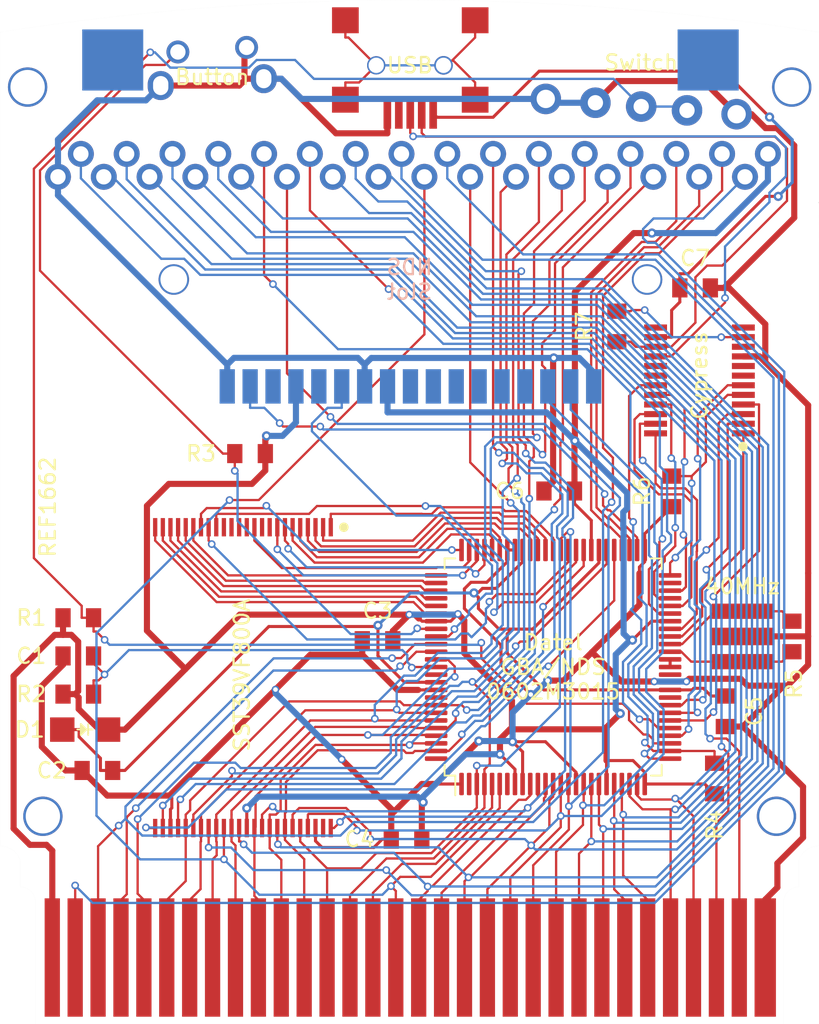
<source format=kicad_pcb>
(kicad_pcb (version 20221018) (generator pcbnew)
  (layers (0 "F.Cu" signal) (31 "B.Cu" signal) (34 "B.Paste" user) (35 "F.Paste" user) (36 "B.SilkS" user "B.Silkscreen") (37 "F.SilkS" user "F.Silkscreen") (38 "B.Mask" user) (39 "F.Mask" user) (44 "Edge.Cuts" user))
  (net 0 "")
  (net 1 "/SST.A16")
  (net 3 "/GND")
  (net 4 "/AD15")
  (net 5 "/AD7")
  (net 6 "/AD14")
  (net 7 "/AD6")
  (net 8 "/AD13")
  (net 9 "/AD5")
  (net 10 "/AD12")
  (net 11 "/AD4")
  (net 12 "/VCC")
  (net 13 "/AD11")
  (net 14 "/AD3")
  (net 15 "/AD10")
  (net 16 "/AD2")
  (net 17 "/AD9")
  (net 18 "/AD1")
  (net 19 "/AD8")
  (net 20 "/AD0")
  (net 21 "/SST.OE")
  (net 22 "/SST.CE")
  (net 23 "/SST.A0")
  (net 24 "/SST.A1")
  (net 25 "/SST.A2")
  (net 26 "/SST.A3")
  (net 27 "/SST.A4")
  (net 28 "/SST.A5")
  (net 29 "/SST.A6")
  (net 30 "/SST.A7")
  (net 31 "/SST.A17")
  (net 32 "/SST.A18")
  (net 37 "/SST.WE")
  (net 40 "/SST.A8")
  (net 41 "/SST.A9")
  (net 42 "/SST.A10")
  (net 43 "/SST.A11")
  (net 44 "/SST.A12")
  (net 45 "/SST.A13")
  (net 46 "/SST.A14")
  (net 47 "/SST.A15")
  (net 48 "unconnected-(J1-Shield-Pad6)")
  (net 50 "/USB.D+")
  (net 51 "/USB.D-")
  (net 52 "/VBUS")
  (net 53 "/NDS.Clk")
  (net 56 "/NDS.CS2")
  (net 57 "/NDS.D0")
  (net 63 "/NDS.D6")
  (net 64 "/NDS.D7")
  (net 67 "/CS.Sram")
  (net 68 "/Read.Sys")
  (net 69 "/Clk")
  (net 70 "/Diode.Power")
  (net 71 "/Read.Game")
  (net 72 "/P0-0")
  (net 73 "/P0-1")
  (net 74 "/P0-2")
  (net 75 "/P0-3")
  (net 76 "/P1-0")
  (net 77 "/P1-2")
  (net 81 "/VREG")
  (net 83 "/CS.Rom.Game")
  (net 85 "/CS.Rom.Sys")
  (net 86 "/Write")
  (net 87 "/Switch")
  (net 88 "/Button")
  (net 89 "/A23")
  (net 90 "/A22")
  (net 91 "/A21")
  (net 92 "/A20")
  (net 93 "/A19")
  (net 94 "/A18")
  (net 95 "/A17")
  (net 96 "/A16")
  (net 97 "/REQ")
  (net 100 "/P1-3")
  (net 101 "/P1-1")
  (net 102 "/P0-7")
  (net 103 "/P0-6")
  (net 104 "/P0-5")
  (net 105 "/P0-4")
  (net 106 "/Const.High")
  (net 107 "/Clk.In")
  (net 108 "/Clk.Out")
  (net 112 "Net-(U2-HCLK)")
  (footprint "REF1662:AR Max Capacitor" (layer "F.Cu") (at 168.13 95.502 180)
    (fp_text reference "R6" hide)
    (fp_text value "10K Ohm")
  )
  (footprint "REF1662:AR Max Capacitor" (layer "F.Cu") (at 129.255 103.777 90)
    (fp_text reference "R1" hide)
    (fp_text value "10K Ohm")
  )
  (footprint "REF1662:Angled Switch" (layer "F.Cu") (at 166.125 70.302)
    (fp_text reference "J2" hide)
    (fp_text value "SW_DPDT_x2")
  )
  (footprint "Package_QFP:TQFP-100_14x14mm_P0.5mm" (layer "F.Cu") (at 160.357 107.002 90)
    (fp_text reference "U2" hide)
    (fp_text value "EX256-TQ100")
  )
  (footprint "REF1662:AR Max Capacitor" (layer "F.Cu") (at 148.855 105.277 90)
    (fp_text reference "C3" hide)
    (fp_text value "100 nF")
  )
  (footprint "REF1662:Diode" (layer "F.Cu") (at 129.705 111.102)
    (fp_text reference "D1")
    (fp_text value "D_Small")
  )
  (footprint "REF1662:AR Max Capacitor" (layer "F.Cu") (at 170.93 114.302 180)
    (fp_text reference "R4" hide)
    (fp_text value "2.2K Ohm")
  )
  (footprint "REF1662:AR Max Cypress" (layer "F.Cu") (at 169.941 88.237)
    (fp_text reference "U4" hide)
    (fp_text value "Cypress CY7C63743")
  )
  (footprint "REF1662:Cartridge Slot, GBA" (layer "F.Cu") (at 150.424 74.152)
    (fp_text reference "J4" hide)
    (fp_text value "Game_Edge_Connector" hide)
  )
  (footprint "REF1662:AR Max Capacitor" (layer "F.Cu") (at 130.505 113.777 90)
    (fp_text reference "C2" hide)
    (fp_text value "100 nF")
  )
  (footprint "REF1662:AR Max Capacitor" (layer "F.Cu") (at 129.255 106.277 90)
    (fp_text reference "C1" hide)
    (fp_text value "100 nF")
  )
  (footprint "REF1662:AR Max Capacitor" (layer "F.Cu") (at 176 105.002 180)
    (fp_text reference "R5" hide)
    (fp_text value "220K Ohm")
  )
  (footprint "REF1662:AR Max Capacitor" (layer "F.Cu") (at 169.655 82.177 90)
    (fp_text reference "C7" hide)
    (fp_text value "440 nF")
  )
  (footprint "REF1662:AR Max Capacitor" (layer "F.Cu") (at 160.755 95.477 90)
    (fp_text reference "C6" hide)
    (fp_text value "440 nF")
  )
  (footprint "REF1662:40MHz Crystal" (layer "F.Cu") (at 172.758 105.002)
    (fp_text reference "Y1" hide)
    (fp_text value "40 MHz")
  )
  (footprint "REF1662:Edge Connector" (layer "F.Cu") (at 150.8 126.026)
    (fp_text reference "J3" hide)
    (fp_text value "System_Edge_Connector")
  )
  (footprint "REF1662:sst39vf800a-70-4c-eke" (layer "F.Cu") (at 140.041 107.699 -90)
    (fp_text reference "U1" hide)
    (fp_text value "SST39VF800A")
  )
  (footprint "REF1662:Angled Button" (layer "F.Cu") (at 138.028 67.727)
    (fp_text reference "SW1" hide)
    (fp_text value "SW_Push_Dual")
  )
  (footprint "REF1662:AR Max Capacitor" (layer "F.Cu") (at 129.255 108.777 90)
    (fp_text reference "R2" hide)
    (fp_text value "10K Ohm")
  )
  (footprint "REF1662:AR Max Capacitor" (layer "F.Cu") (at 164.53 84.702 180)
    (fp_text reference "R7" hide)
    (fp_text value "1.5K Ohm")
  )
  (footprint "REF1662:AR Max Capacitor" (layer "F.Cu") (at 171.63 109.902 180)
    (fp_text reference "C5" hide)
    (fp_text value "100 nF")
  )
  (footprint "REF1662:AR Max Capacitor" (layer "F.Cu") (at 140.505 93.027 90)
    (fp_text reference "R3" hide)
    (fp_text value "10K Ohm")
  )
  (footprint "REF1662:USB_Mini_B" (layer "F.Cu") (at 150.998 67.252)
    (fp_text reference "J1" hide)
    (fp_text value "USB_B_Mini")
  )
  (footprint "REF1662:NDS Slot" (layer "F.Cu") (at 151.01 77.252)
    (fp_text reference "U3" hide)
    (fp_text value "NDS_Cart_Slot")
  )
  (footprint "REF1662:AR MAX Drill Holes" (layer "F.Cu") (at 150.96 92.902)
    (fp_text reference "DrillHoles" hide)
    (fp_text value "AR MAX Drill Holes")
  )
  (footprint "REF1662:AR Max Capacitor" (layer "F.Cu") (at 150.755 118.277 90)
    (fp_text reference "C4" hide)
    (fp_text value "100 nF")
  )
  (gr_arc (start 175.4521 122.453) (mid 175.726197 121.712529) (end 176.4521 121.4019) (stroke (width 0.002)) (layer "Edge.Cuts"))
  (gr_line (start 177.7771 65.4319) (end 177.7521 118.7319) (stroke (width 0.002)) (layer "Edge.Cuts"))
  (gr_line (start 176.4521 121.4019) (end 176.4521 119.665) (stroke (width 0.002)) (layer "Edge.Cuts"))
  (gr_line (start 124.1521 118.7319) (end 124.1271 65.4319) (stroke (width 0.002)) (layer "Edge.Cuts"))
  (gr_arc (start 176.4521 119.665) (mid 176.946859 118.982168) (end 177.7521 118.7319) (stroke (width 0.002)) (layer "Edge.Cuts"))
  (gr_line (start 125.4521 121.4019) (end 125.4521 119.665) (stroke (width 0.002)) (layer "Edge.Cuts"))
  (gr_arc (start 125.4521 121.4019) (mid 126.175511 121.7149) (end 126.4521 122.453) (stroke (width 0.002)) (layer "Edge.Cuts"))
  (gr_line (start 175.4521 130.4019) (end 126.4521 130.4019) (stroke (width 0.002)) (layer "Edge.Cuts"))
  (gr_arc (start 124.1521 118.731901) (mid 124.956209 118.983751) (end 125.452128 119.664988) (stroke (width 0.002)) (layer "Edge.Cuts"))
  (gr_arc (start 124.1271 65.4319) (mid 150.9521 63.324606) (end 177.7771 65.4319) (stroke (width 0.002)) (layer "Edge.Cuts"))
  (gr_line (start 126.4521 130.4019) (end 126.4521 122.453) (stroke (width 0.002)) (layer "Edge.Cuts"))
  (gr_line (start 175.4521 130.4019) (end 175.4521 122.453) (stroke (width 0.002)) (layer "Edge.Cuts"))
  (gr_text "NDS\nSlot" (at 150.9521 81.627) (layer "B.SilkS") (effects (font (size 1 1)) (justify mirror)))
  (gr_text "R1" (at 126.172 103.777) (layer "F.SilkS") (effects (font (size 1 1))))
  (gr_text "C1" (at 126.172 106.277) (layer "F.SilkS") (effects (font (size 1 1))))
  (gr_text "C7" (at 169.655 80.229) (layer "F.SilkS") (effects (font (size 1 1))))
  (gr_text "R7" (at 162.391 84.702001 90) (layer "F.SilkS") (effects (font (size 1 1))))
  (gr_text "C5" (at 173.524 109.902001 90) (layer "F.SilkS") (effects (font (size 1 1))))
  (gr_text "C4" (at 147.676 118.277) (layer "F.SilkS") (effects (font (size 1 1))))
  (gr_text "Switch" (at 166.125 67.427) (layer "F.SilkS") (effects (font (size 1 1))))
  (gr_text "R4" (at 170.93 117.354 90) (layer "F.SilkS") (effects (font (size 1 1))))
  (gr_text "Cypress" (at 169.941 87.922 90) (layer "F.SilkS") (effects (font (size 1 1))))
  (gr_text "Datel\nGBA/NDS\n0602M3015" (at 160.357 107.002) (layer "F.SilkS") (effects (font (size 1 1))))
  (gr_text "C6" (at 157.514 95.477) (layer "F.SilkS") (effects (font (size 1 1))))
  (gr_text "R6" (at 166.181 95.502001 90) (layer "F.SilkS") (effects (font (size 1 1))))
  (gr_text "C3" (at 148.855 103.326) (layer "F.SilkS") (effects (font (size 1 1))))
  (gr_text "C2" (at 127.517 113.777) (layer "F.SilkS") (effects (font (size 1 1))))
  (gr_text "R3" (at 137.293 93.027) (layer "F.SilkS") (effects (font (size 1 1))))
  (gr_text "Button" (at 138.028 68.372) (layer "F.SilkS") (effects (font (size 1 1))))
  (gr_text "40MHz" (at 172.758 101.72) (layer "F.SilkS") (effects (font (size 1 1))))
  (gr_text "R5" (at 176.13 108.101 90) (layer "F.SilkS") (effects (font (size 1 1))))
  (gr_text "USB" (at 150.9685 67.602) (layer "F.SilkS") (effects (font (size 1 1))))
  (gr_text "R2" (at 126.172 108.777) (layer "F.SilkS") (effects (font (size 1 1))))
  (gr_text "REF1662" (at 127.255 96.529 90) (layer "F.SilkS") (effects (font (size 1 1))))
  (segment (start 145.791 117.549) (end 145.9978 117.549) (width 0.15) (layer "F.Cu") (net 1))
  (segment (start 161.2995 98.1486) (end 161.4915 98.1486) (width 0.15) (layer "F.Cu") (net 1))
  (segment (start 160.857 99.3395) (end 160.857 98.5911) (width 0.15) (layer "F.Cu") (net 1))
  (segment (start 145.9978 117.549) (end 146.3985 117.1483) (width 0.15) (layer "F.Cu") (net 1))
  (segment (start 160.857 98.5911) (end 161.2995 98.1486) (width 0.15) (layer "F.Cu") (net 1))
  (via (at 161.4915 98.1486) (size 0.5) (drill 0.3) (layers "F.Cu" "B.Cu") (net 1))
  (via (at 146.3985 117.1483) (size 0.5) (drill 0.3) (layers "F.Cu" "B.Cu") (net 1))
  (segment (start 161.4915 98.1486) (end 161.4915 114.1714) (width 0.15) (layer "B.Cu") (net 1))
  (segment (start 158.8592 116.8037) (end 146.7431 116.8037) (width 0.15) (layer "B.Cu") (net 1))
  (segment (start 161.4915 114.1714) (end 158.8592 116.8037) (width 0.15) (layer "B.Cu") (net 1))
  (segment (start 146.7431 116.8037) (end 146.3985 117.1483) (width 0.15) (layer "B.Cu") (net 1))
  (segment (start 175.012 71.714) (end 176.1499 72.8519) (width 0.4) (layer "F.Cu") (net 3))
  (segment (start 150.1531 108.502) (end 147.855 106.2039) (width 0.4) (layer "F.Cu") (net 3))
  (segment (start 176.1499 77.5805) (end 171.648 82.0824) (width 0.4) (layer "F.Cu") (net 3))
  (segment (start 156.01093 101.4534) (end 154.9726 101.4534) (width 0.2) (layer "F.Cu") (net 3))
  (segment (start 174.25345 87.04755) (end 174.25345 84.553411) (width 0.4) (layer "F.Cu") (net 3))
  (segment (start 169.0375 108.002) (end 168.0195 108.002) (width 0.2) (layer "F.Cu") (net 3))
  (segment (start 157.357 99.3395) (end 157.357 100.10733) (width 0.2) (layer "F.Cu") (net 3))
  (segment (start 151.7495 114.6645) (end 149.755 116.659) (width 0.4) (layer "F.Cu") (net 3))
  (segment (start 177.058543 104.996) (end 177.060486 100.853313) (width 0.4) (layer "F.Cu") (net 3))
  (segment (start 166.009 100.45533) (end 166.009 100.866) (width 0.2) (layer "F.Cu") (net 3))
  (segment (start 160.3557 94.8763) (end 159.755 95.477) (width 0.4) (layer "F.Cu") (net 3))
  (segment (start 166.009 102.924251) (end 162.902625 106.030625) (width 0.4) (layer "F.Cu") (net 3))
  (segment (start 172.764 104.996) (end 177.058543 104.996) (width 0.4) (layer "F.Cu") (net 3))
  (segment (start 158.357 114.6645) (end 158.357 112.5525) (width 0.2) (layer "F.Cu") (net 3))
  (segment (start 126.863 108.244) (end 126.863 112.221) (width 0.4) (layer "F.Cu") (net 3))
  (segment (start 148.61907 118.8184) (end 149.16047 118.277) (width 0.2) (layer "F.Cu") (net 3))
  (segment (start 167.029 108.002) (end 168.0195 108.002) (width 0.2) (layer "F.Cu") (net 3))
  (segment (start 177.058543 104.996) (end 177.057664 106.869336) (width 0.4) (layer "F.Cu") (net 3))
  (segment (start 157.357 99.3395) (end 157.857 99.3395) (width 0.2) (layer "F.Cu") (net 3))
  (segment (start 141.403 68.477) (end 142.5549 68.477) (width 0.4) (layer "F.Cu") (net 3))
  (segment (start 161.857 114.6645) (end 161.857 113.89667) (width 0.2) (layer "F.Cu") (net 3))
  (segment (start 166.009 100.866) (end 166.009 102.924251) (width 0.4) (layer "F.Cu") (net 3))
  (segment (start 131.1496 115.4216) (end 129.505 113.777) (width 0.4) (layer "F.Cu") (net 3))
  (segment (start 164.8245 107.9525) (end 162.902625 106.030625) (width 0.4) (layer "F.Cu") (net 3))
  (segment (start 170.655 82.177) (end 171.4569 82.177) (width 0.4) (layer "F.Cu") (net 3))
  (segment (start 139.8011 68.927) (end 140.2511 68.477) (width 0.4) (layer "F.Cu") (net 3))
  (segment (start 159.85463 111.8943) (end 157.6988 111.8943) (width 0.2) (layer "F.Cu") (net 3))
  (segment (start 166.357 99.3395) (end 166.357 98.275) (width 0.2) (layer "F.Cu") (net 3))
  (segment (start 134.653 68.927) (end 139.8011 68.927) (width 0.4) (layer "F.Cu") (net 3))
  (segment (start 128.255 106.277) (end 128.255 106.852) (width 0.4) (layer "F.Cu") (net 3))
  (segment (start 135.38 115.5762) (end 135.2254 115.4216) (width 0.2) (layer "F.Cu") (net 3))
  (segment (start 161.857 113.89667) (end 159.85463 111.8943) (width 0.2) (layer "F.Cu") (net 3))
  (segment (start 166.357 99.3395) (end 166.357 100.10733) (width 0.2) (layer "F.Cu") (net 3))
  (segment (start 142.169 108.478) (end 135.2254 115.4216) (width 0.4) (layer "F.Cu") (net 3))
  (segment (start 172.375 70.802) (end 170.204 68.631) (width 0.4) (layer "F.Cu") (net 3))
  (segment (start 176.1499 72.8519) (end 176.1499 77.5805) (width 0.4) (layer "F.Cu") (net 3))
  (segment (start 144.791 118.39195) (end 145.21745 118.8184) (width 0.2) (layer "F.Cu") (net 3))
  (segment (start 174.252 122.2311) (end 175.045371 121.437729) (width 0.4) (layer "F.Cu") (net 3))
  (segment (start 152.1559 114.6645) (end 151.7495 114.6645) (width 0.4) (layer "F.Cu") (net 3))
  (segment (start 177.060486 89.854586) (end 176.65845 89.45255) (width 0.4) (layer "F.Cu") (net 3))
  (segment (start 160.397 86.765) (end 160.3557 86.8063) (width 0.4) (layer "F.Cu") (net 3))
  (segment (start 149.498 70.752) (end 149.498 72.0539) (width 0.4) (layer "F.Cu") (net 3))
  (segment (start 157.357 100.10733) (end 156.01093 101.4534) (width 0.2) (layer "F.Cu") (net 3))
  (segment (start 154.9726 101.4534) (end 154.544 101.882) (width 0.2) (layer "F.Cu") (net 3))
  (segment (start 149.498 72.0539) (end 146.1318 72.0539) (width 0.4) (layer "F.Cu") (net 3))
  (segment (start 142.171 108.476) (end 142.171 108.478) (width 0.4) (layer "F.Cu") (net 3))
  (segment (start 146.1318 72.0539) (end 142.5549 68.477) (width 0.4) (layer "F.Cu") (net 3))
  (segment (start 152.6945 108.502) (end 151.517 108.502) (width 0.2) (layer "F.Cu") (net 3))
  (segment (start 149.755 116.659) (end 149.755 116.296) (width 0.4) (layer "F.Cu") (net 3))
  (segment (start 156.941 106.8533) (end 158.8904 108.8027) (width 0.2) (layer "F.Cu") (net 3))
  (segment (start 147.855 106.2039) (end 144.4431 106.2039) (width 0.4) (layer "F.Cu") (net 3))
  (segment (start 173.0917 108.2247) (end 175.4644 108.2247) (width 0.4) (layer "F.Cu") (net 3))
  (segment (start 135.291 116.32) (end 135.38 116.231) (width 0.2) (layer "F.Cu") (net 3))
  (segment (start 171.877039 82.177) (end 171.4569 82.177) (width 0.4) (layer "F.Cu") (net 3))
  (segment (start 154.544 101.882) (end 154.544 103.171182) (width 0.2) (layer "F.Cu") (net 3))
  (segment (start 142.171 108.478) (end 142.169 108.478) (width 0.4) (layer "F.Cu") (net 3))
  (segment (start 172.758 105.002) (end 172.764 104.996) (width 0.4) (layer "F.Cu") (net 3))
  (segment (start 172.816 86.662) (end 173.8679 86.662) (width 0.4) (layer "F.Cu") (net 3))
  (segment (start 172.375 70.802) (end 173.35545 70.802) (width 0.4) (layer "F.Cu") (net 3))
  (segment (start 154.544 103.171182) (end 156.941 105.568182) (width 0.2) (layer "F.Cu") (net 3))
  (segment (start 154.357 114.6645) (end 152.441251 114.6645) (width 0.2) (layer "F.Cu") (net 3))
  (segment (start 135.291 117.549) (end 135.291 116.32) (width 0.2) (layer "F.Cu") (net 3))
  (segment (start 147.855 105.277) (end 147.855 106.2039) (width 0.4) (layer "F.Cu") (net 3))
  (segment (start 177.057664 106.869336) (end 175.7023 108.2247) (width 0.4) (layer "F.Cu") (net 3))
  (segment (start 175.7023 108.2247) (end 175.4644 108.2247) (width 0.4) (layer "F.Cu") (net 3))
  (segment (start 128.255 106.852) (end 126.863 108.244) (width 0.4) (layer "F.Cu") (net 3))
  (segment (start 166.9795 107.9525) (end 167.029 108.002) (width 0.2) (layer "F.Cu") (net 3))
  (segment (start 151.517 108.502) (end 150.1531 108.502) (width 0.4) (layer "F.Cu") (net 3))
  (segment (start 175.4644 108.2247) (end 172.7871 110.902) (width 0.4) (layer "F.Cu") (net 3))
  (segment (start 156.941 105.568182) (end 156.941 106.8533) (width 0.2) (layer "F.Cu") (net 3))
  (segment (start 177.060486 100.853313) (end 177.060486 89.854586) (width 0.4) (layer "F.Cu") (net 3))
  (segment (start 155.481 111.85) (end 152.6665 114.6645) (width 0.4) (layer "F.Cu") (net 3))
  (segment (start 166.357 98.275) (end 168.13 96.502) (width 0.2) (layer "F.Cu") (net 3))
  (segment (start 155.489 111.85) (end 155.481 111.85) (width 0.4) (layer "F.Cu") (net 3))
  (segment (start 149.755 116.659) (end 149.755 118.277) (width 0.4) (layer "F.Cu") (net 3))
  (segment (start 175.045371 121.437729) (end 175.045371 119.854005) (width 0.4) (layer "F.Cu") (net 3))
  (segment (start 162.902625 106.030625) (end 161.040751 107.8925) (width 0.4) (layer "F.Cu") (net 3))
  (segment (start 144.4431 106.2039) (end 142.171 108.476) (width 0.4) (layer "F.Cu") (net 3))
  (segment (start 176.65845 89.45255) (end 173.8679 86.662) (width 0.4) (layer "F.Cu") (net 3))
  (segment (start 161.040751 107.8925) (end 159.9974 107.8925) (width 0.4) (layer "F.Cu") (net 3))
  (segment (start 176.726 118.173376) (end 176.726 114.8409) (width 0.4) (layer "F.Cu") (net 3))
  (segment (start 169.2655 107.774) (end 172.641 107.774) (width 0.4) (layer "F.Cu") (net 3))
  (segment (start 164.546 68.631) (end 163.125 70.052) (width 0.4) (layer "F.Cu") (net 3))
  (segment (start 128.419 113.777) (end 129.505 113.777) (width 0.4) (layer "F.Cu") (net 3))
  (segment (start 135.38 116.231) (end 135.38 115.5762) (width 0.2) (layer "F.Cu") (net 3))
  (segment (start 170.204 68.631) (end 164.546 68.631) (width 0.4) (layer "F.Cu") (net 3))
  (segment (start 144.791 117.549) (end 144.791 118.39195) (width 0.2) (layer "F.Cu") (net 3))
  (segment (start 160.3557 86.8063) (end 160.3557 94.8763) (width 0.4) (layer "F.Cu") (net 3))
  (segment (start 140.139 66.566) (end 140.278 66.427) (width 0.4) (layer "F.Cu") (net 3))
  (segment (start 145.21745 118.8184) (end 148.61907 118.8184) (width 0.2) (layer "F.Cu") (net 3))
  (segment (start 169.087 107.9525) (end 169.2655 107.774) (width 0.4) (layer "F.Cu") (net 3))
  (segment (start 176.726 114.8409) (end 172.7871 110.902) (width 0.4) (layer "F.Cu") (net 3))
  (segment (start 152.1559 114.6645) (end 152.441251 114.6645) (width 0.4) (layer "F.Cu") (net 3))
  (segment (start 149.755 116.296) (end 146.508 113.049) (width 0.4) (layer "F.Cu") (net 3))
  (segment (start 135.2254 115.4216) (end 131.1496 115.4216) (width 0.4) (layer "F.Cu") (net 3))
  (segment (start 141.403 68.477) (end 140.2511 68.477) (width 0.4) (layer "F.Cu") (net 3))
  (segment (start 149.16047 118.277) (end 149.755 118.277) (width 0.2) (layer "F.Cu") (net 3))
  (segment (start 152.6665 114.6645) (end 152.441251 114.6645) (width 0.4) (layer "F.Cu") (net 3))
  (segment (start 140.139 68.3649) (end 140.139 66.566) (width 0.4) (layer "F.Cu") (net 3))
  (segment (start 172.641 107.774) (end 173.0917 108.2247) (width 0.4) (layer "F.Cu") (net 3))
  (segment (start 166.357 100.10733) (end 166.009 100.45533) (width 0.2) (layer "F.Cu") (net 3))
  (segment (start 174.25345 84.553411) (end 171.877039 82.177) (width 0.4) (layer "F.Cu") (net 3))
  (segment (start 166.9795 107.9525) (end 164.8245 107.9525) (width 0.4) (layer "F.Cu") (net 3))
  (segment (start 172.7871 110.902) (end 171.63 110.902) (width 0.4) (layer "F.Cu") (net 3))
  (segment (start 158.357 112.5525) (end 157.6988 111.8943) (width 0.2) (layer "F.Cu") (net 3))
  (segment (start 173.35545 70.802) (end 174.26745 71.714) (width 0.4) (layer "F.Cu") (net 3))
  (segment (start 174.252 126.026) (end 174.252 122.2311) (width 0.4) (layer "F.Cu") (net 3))
  (segment (start 175.045371 119.854005) (end 176.726 118.173376) (width 0.4) (layer "F.Cu") (net 3))
  (segment (start 174.26745 71.714) (end 175.012 71.714) (width 0.4) (layer "F.Cu") (net 3))
  (segment (start 126.863 112.221) (end 128.419 113.777) (width 0.4) (layer "F.Cu") (net 3))
  (segment (start 140.2511 68.477) (end 140.139 68.3649) (width 0.4) (layer "F.Cu") (net 3))
  (via (at 158.8904 108.8027) (size 0.6) (drill 0.3) (layers "F.Cu" "B.Cu") (net 3))
  (via (at 146.508 113.049) (size 0.5) (drill 0.3) (layers "F.Cu" "B.Cu") (net 3))
  (via (at 166.9795 107.9525) (size 0.5) (drill 0.3) (layers "F.Cu" "B.Cu") (net 3))
  (via (at 160.397 86.765) (size 0.6) (drill 0.3) (layers "F.Cu" "B.Cu") (net 3))
  (via (at 157.6988 111.8943) (size 0.6) (drill 0.3) (layers "F.Cu" "B.Cu") (net 3))
  (via (at 142.171 108.478) (size 0.5) (drill 0.3) (layers "F.Cu" "B.Cu") (net 3))
  (via (at 169.087 107.9525) (size 0.5) (drill 0.3) (layers "F.Cu" "B.Cu") (net 3))
  (via (at 155.489 111.85) (size 0.6) (drill 0.3) (layers "F.Cu" "B.Cu") (net 3))
  (via (at 159.9974 107.8925) (size 0.6) (drill 0.3) (layers "F.Cu" "B.Cu") (net 3))
  (segment (start 141.403 68.477) (end 142.5549 68.477) (width 0.4) (layer "B.Cu") (net 3))
  (segment (start 127.924 76.1141) (end 127.924 74.902) (width 0.4) (layer "B.Cu") (net 3))
  (segment (start 139.01 87.2001) (end 127.924 76.1141) (width 0.4) (layer "B.Cu") (net 3))
  (segment (start 148.4466 86.765) (end 148.01 87.2016) (width 0.4) (layer "B.Cu") (net 3))
  (segment (start 130.4893 69.8947) (end 133.6853 69.8947) (width 0.4) (layer "B.Cu") (net 3))
  (segment (start 148.01 87.2016) (end 148.01 88.627) (width 0.4) (layer "B.Cu") (net 3))
  (segment (start 159.0872 108.8027) (end 159.9974 107.8925) (width 0.4) (layer "B.Cu") (net 3))
  (segment (start 139.01 88.627) (end 139.01 87.2001) (width 0.4) (layer "B.Cu") (net 3))
  (segment (start 127.924 72.46) (end 130.4893 69.8947) (width 0.4) (layer "B.Cu") (net 3))
  (segment (start 146.508 113.049) (end 142.171 108.712) (width 0.4) (layer "B.Cu") (net 3))
  (segment (start 127.924 74.902) (end 127.924 72.46) (width 0.4) (layer "B.Cu") (net 3))
  (segment (start 139.4541 86.756) (end 139.01 87.2001) (width 0.4) (layer "B.Cu") (net 3))
  (segment (start 147.5644 86.756) (end 148.01 87.2016) (width 0.4) (layer "B.Cu") (net 3))
  (segment (start 157.6545 111.85) (end 157.6988 111.8943) (width 0.4) (layer "B.Cu") (net 3))
  (segment (start 163.125 70.052) (end 160.125 70.052) (width 0.4) (layer "B.Cu") (net 3))
  (segment (start 158.8904 108.8027) (end 157.6988 109.9943) (width 0.4) (layer "B.Cu") (net 3))
  (segment (start 163.01 88.627) (end 163.01 87.702) (width 0.4) (layer "B.Cu") (net 3))
  (segment (start 143.8799 69.802) (end 142.5549 68.477) (width 0.4) (layer "B.Cu") (net 3))
  (segment (start 160.125 70.052) (end 159.875 69.802) (width 0.4) (layer "B.Cu") (net 3))
  (segment (start 158.8904 108.8027) (end 159.0872 108.8027) (width 0.4) (layer "B.Cu") (net 3))
  (segment (start 160.397 86.765) (end 148.4466 86.765) (width 0.4) (layer "B.Cu") (net 3))
  (segment (start 155.489 111.85) (end 157.6545 111.85) (width 0.4) (layer "B.Cu") (net 3))
  (segment (start 157.6988 109.9943) (end 157.6988 111.8943) (width 0.4) (layer "B.Cu") (net 3))
  (segment (start 163.01 87.702) (end 162.073 86.765) (width 0.4) (layer "B.Cu") (net 3))
  (segment (start 142.171 108.712) (end 142.171 108.478) (width 0.4) (layer "B.Cu") (net 3))
  (segment (start 147.5644 86.756) (end 139.4541 86.756) (width 0.4) (layer "B.Cu") (net 3))
  (segment (start 162.073 86.765) (end 160.397 86.765) (width 0.4) (layer "B.Cu") (net 3))
  (segment (start 166.9795 107.9525) (end 169.087 107.9525) (width 0.4) (layer "B.Cu") (net 3))
  (segment (start 159.875 69.802) (end 143.8799 69.802) (width 0.4) (layer "B.Cu") (net 3))
  (segment (start 133.6853 69.8947) (end 134.653 68.927) (width 0.4) (layer "B.Cu") (net 3))
  (segment (start 144.3403 116.6196) (end 146.6365 116.6196) (width 0.15) (layer "F.Cu") (net 4))
  (segment (start 160.857 116.7549) (end 160.8551 116.7568) (width 0.15) (layer "F.Cu") (net 4))
  (segment (start 160.8551 117.4894) (end 157.552 120.7925) (width 0.15) (layer "F.Cu") (net 4))
  (segment (start 157.552 120.7925) (end 157.552 126.026) (width 0.15) (layer "F.Cu") (net 4))
  (segment (start 160.8551 116.7568) (end 160.8551 117.4894) (width 0.15) (layer "F.Cu") (net 4))
  (segment (start 149.578 82.2556) (end 144.424 77.1016) (width 0.15) (layer "F.Cu") (net 4))
  (segment (start 144.291 116.6689) (end 144.3403 116.6196) (width 0.15) (layer "F.Cu") (net 4))
  (segment (start 144.424 77.1016) (end 144.424 73.402) (width 0.15) (layer "F.Cu") (net 4))
  (segment (start 160.857 114.6645) (end 160.857 116.7549) (width 0.15) (layer "F.Cu") (net 4))
  (segment (start 147.5067 117.4898) (end 147.5067 117.7057) (width 0.15) (layer "F.Cu") (net 4))
  (segment (start 146.6365 116.6196) (end 147.5067 117.4898) (width 0.15) (layer "F.Cu") (net 4))
  (segment (start 144.291 117.549) (end 144.291 116.6689) (width 0.15) (layer "F.Cu") (net 4))
  (via (at 160.8551 116.7568) (size 0.5) (drill 0.3) (layers "F.Cu" "B.Cu") (net 4))
  (via (at 149.578 82.2556) (size 0.5) (drill 0.3) (layers "F.Cu" "B.Cu") (net 4))
  (via (at 147.5067 117.7057) (size 0.5) (drill 0.3) (layers "F.Cu" "B.Cu") (net 4))
  (segment (start 167.3427 93.8559) (end 167.3427 90.4373) (width 0.15) (layer "B.Cu") (net 4))
  (segment (start 168.0804 98.8336) (end 168.0804 98.366) (width 0.15) (layer "B.Cu") (net 4))
  (segment (start 166.4545 107.130969) (end 167.5274 106.058069) (width 0.15) (layer "B.Cu") (net 4))
  (segment (start 168.0804 98.366) (end 167.8218 98.1074) (width 0.15) (layer "B.Cu") (net 4))
  (segment (start 167.8218 94.335) (end 167.3427 93.8559) (width 0.15) (layer "B.Cu") (net 4))
  (segment (start 167.5274 106.058069) (end 167.5274 99.3866) (width 0.15) (layer "B.Cu") (net 4))
  (segment (start 162.744 85.8386) (end 153.161 85.8386) (width 0.15) (layer "B.Cu") (net 4))
  (segment (start 160.8551 116.7568) (end 159.9062 117.7057) (width 0.15) (layer "B.Cu") (net 4))
  (segment (start 160.8551 116.7568) (end 163.5281 116.7568) (width 0.15) (layer "B.Cu") (net 4))
  (segment (start 159.9062 117.7057) (end 147.5067 117.7057) (width 0.15) (layer "B.Cu") (net 4))
  (segment (start 163.5281 116.7568) (end 167.59 112.6949) (width 0.15) (layer "B.Cu") (net 4))
  (segment (start 167.3427 90.4373) (end 162.744 85.8386) (width 0.15) (layer "B.Cu") (net 4))
  (segment (start 167.59 109.770857) (end 166.4545 108.635357) (width 0.15) (layer "B.Cu") (net 4))
  (segment (start 167.8218 98.1074) (end 167.8218 94.335) (width 0.15) (layer "B.Cu") (net 4))
  (segment (start 167.5274 99.3866) (end 168.0804 98.8336) (width 0.15) (layer "B.Cu") (net 4))
  (segment (start 166.4545 108.635357) (end 166.4545 107.130969) (width 0.15) (layer "B.Cu") (net 4))
  (segment (start 167.59 112.6949) (end 167.59 109.770857) (width 0.15) (layer "B.Cu") (net 4))
  (segment (start 153.161 85.8386) (end 149.578 82.2556) (width 0.15) (layer "B.Cu") (net 4))
  (segment (start 145.552 120.1902) (end 147.7776 120.1902) (width 0.15) (layer "F.Cu") (net 5))
  (segment (start 148.7784 119.1894) (end 152.3823 119.1894) (width 0.15) (layer "F.Cu") (net 5))
  (segment (start 147.7776 120.1902) (end 148.7784 119.1894) (width 0.15) (layer "F.Cu") (net 5))
  (segment (start 152.3823 119.1894) (end 155.357 116.2147) (width 0.15) (layer "F.Cu") (net 5))
  (segment (start 156.424 92.5977) (end 156.7966 92.9703) (width 0.15) (layer "F.Cu") (net 5))
  (segment (start 145.552 120.1902) (end 143.791 118.4292) (width 0.15) (layer "F.Cu") (net 5))
  (segment (start 155.357 114.6645) (end 155.357 113.4606) (width 0.15) (layer "F.Cu") (net 5))
  (segment (start 155.357 116.2147) (end 155.357 114.6645) (width 0.15) (layer "F.Cu") (net 5))
  (segment (start 155.357 113.4606) (end 155.3559 113.4595) (width 0.15) (layer "F.Cu") (net 5))
  (segment (start 143.791 117.549) (end 143.791 118.4292) (width 0.15) (layer "F.Cu") (net 5))
  (segment (start 145.552 126.026) (end 145.552 120.1902) (width 0.15) (layer "F.Cu") (net 5))
  (segment (start 156.424 73.402) (end 156.424 92.5977) (width 0.15) (layer "F.Cu") (net 5))
  (via (at 156.7966 92.9703) (size 0.5) (drill 0.3) (layers "F.Cu" "B.Cu") (net 5))
  (via (at 155.3559 113.4595) (size 0.5) (drill 0.3) (layers "F.Cu" "B.Cu") (net 5))
  (segment (start 160.6165 97.786163) (end 161.31 97.092663) (width 0.15) (layer "B.Cu") (net 5))
  (segment (start 158.770737 93.968) (end 157.773037 92.9703) (width 0.15) (layer "B.Cu") (net 5))
  (segment (start 156.9588 113.4595) (end 160.7915 109.6268) (width 0.15) (layer "B.Cu") (net 5))
  (segment (start 157.773037 92.9703) (end 156.7966 92.9703) (width 0.15) (layer "B.Cu") (net 5))
  (segment (start 159.714026 93.968) (end 158.770737 93.968) (width 0.15) (layer "B.Cu") (net 5))
  (segment (start 161.31 95.563974) (end 159.714026 93.968) (width 0.15) (layer "B.Cu") (net 5))
  (segment (start 155.3559 113.4595) (end 156.9588 113.4595) (width 0.15) (layer "B.Cu") (net 5))
  (segment (start 161.31 97.092663) (end 161.31 95.563974) (width 0.15) (layer "B.Cu") (net 5))
  (segment (start 160.6165 98.511038) (end 160.6165 97.786163) (width 0.15) (layer "B.Cu") (net 5))
  (segment (start 160.7915 109.6268) (end 160.7915 98.686038) (width 0.15) (layer "B.Cu") (net 5))
  (segment (start 160.7915 98.686038) (end 160.6165 98.511038) (width 0.15) (layer "B.Cu") (net 5))
  (segment (start 148.3843 117.8221) (end 148.3843 118.2684) (width 0.15) (layer "F.Cu") (net 6))
  (segment (start 143.291 117.549) (end 143.291 116.6689) (width 0.15) (layer "F.Cu") (net 6))
  (segment (start 160.357 114.6645) (end 160.357 115.4917) (width 0.15) (layer "F.Cu") (net 6))
  (segment (start 158.9181 118.6811) (end 156.052 121.5472) (width 0.15) (layer "F.Cu") (net 6))
  (segment (start 156.052 121.5472) (end 156.052 126.026) (width 0.15) (layer "F.Cu") (net 6))
  (segment (start 160.357 115.4917) (end 160.1108 115.7379) (width 0.15) (layer "F.Cu") (net 6))
  (segment (start 160.1108 115.7379) (end 160.1108 117.4884) (width 0.15) (layer "F.Cu") (net 6))
  (segment (start 143.7226 116.2373) (end 146.7995 116.2373) (width 0.15) (layer "F.Cu") (net 6))
  (segment (start 160.1108 117.4884) (end 158.9181 118.6811) (width 0.15) (layer "F.Cu") (net 6))
  (segment (start 143.291 116.6689) (end 143.7226 116.2373) (width 0.15) (layer "F.Cu") (net 6))
  (segment (start 146.7995 116.2373) (end 148.3843 117.8221) (width 0.15) (layer "F.Cu") (net 6))
  (via (at 148.3843 118.2684) (size 0.5) (drill 0.3) (layers "F.Cu" "B.Cu") (net 6))
  (via (at 158.9181 118.6811) (size 0.5) (drill 0.3) (layers "F.Cu" "B.Cu") (net 6))
  (segment (start 174.0866 113.3189) (end 174.0866 92.6086) (width 0.15) (layer "B.Cu") (net 6))
  (segment (start 155.995 82.212) (end 151.0586 77.2756) (width 0.15) (layer "B.Cu") (net 6))
  (segment (start 158.9181 118.6811) (end 159.1869 118.9499) (width 0.15) (layer "B.Cu") (net 6))
  (segment (start 168.4556 118.9499) (end 174.0866 113.3189) (width 0.15) (layer "B.Cu") (net 6))
  (segment (start 158.5054 118.2684) (end 148.3843 118.2684) (width 0.15) (layer "B.Cu") (net 6))
  (segment (start 174.0866 92.6086) (end 163.69 82.212) (width 0.15) (layer "B.Cu") (net 6))
  (segment (start 148.2976 77.2756) (end 145.924 74.902) (width 0.15) (layer "B.Cu") (net 6))
  (segment (start 163.69 82.212) (end 155.995 82.212) (width 0.15) (layer "B.Cu") (net 6))
  (segment (start 151.0586 77.2756) (end 148.2976 77.2756) (width 0.15) (layer "B.Cu") (net 6))
  (segment (start 159.1869 118.9499) (end 168.4556 118.9499) (width 0.15) (layer "B.Cu") (net 6))
  (segment (start 158.9181 118.6811) (end 158.5054 118.2684) (width 0.15) (layer "B.Cu") (net 6))
  (segment (start 142.791 118.3276) (end 142.791 117.549) (width 0.15) (layer "F.Cu") (net 7))
  (segment (start 151.295 112.502) (end 152.6945 112.502) (width 0.15) (layer "F.Cu") (net 7))
  (segment (start 153.5196 112.502) (end 152.6945 112.502) (width 0.15) (layer "F.Cu") (net 7))
  (segment (start 144.052 119.5886) (end 142.791 118.3276) (width 0.15) (layer "F.Cu") (net 7))
  (segment (start 157.3305 93.3647) (end 157.0229 93.6723) (width 0.15) (layer "F.Cu") (net 7))
  (segment (start 154.375035 111.409035) (end 154.375035 111.646565) (width 0.15) (layer "F.Cu") (net 7))
  (segment (start 157.3305 92.7589) (end 157.3305 93.3647) (width 0.15) (layer "F.Cu") (net 7))
  (segment (start 156.9154 75.9106) (end 156.9154 92.3438) (width 0.15) (layer "F.Cu") (net 7))
  (segment (start 157.924 74.902) (end 156.9154 75.9106) (width 0.15) (layer "F.Cu") (net 7))
  (segment (start 142.8591 114.529874) (end 144.935174 112.4538) (width 0.15) (layer "F.Cu") (net 7))
  (segment (start 144.052 126.026) (end 144.052 119.5886) (width 0.15) (layer "F.Cu") (net 7))
  (segment (start 156.9154 92.3438) (end 157.3305 92.7589) (width 0.15) (layer "F.Cu") (net 7))
  (segment (start 142.791 117.549) (end 142.791 116.572438) (width 0.15) (layer "F.Cu") (net 7))
  (segment (start 150.730537 112.6288) (end 151.1682 112.6288) (width 0.15) (layer "F.Cu") (net 7))
  (segment (start 142.8591 116.504338) (end 142.8591 114.529874) (width 0.15) (layer "F.Cu") (net 7))
  (segment (start 142.791 116.572438) (end 142.8591 116.504338) (width 0.15) (layer "F.Cu") (net 7))
  (segment (start 151.1682 112.6288) (end 151.295 112.502) (width 0.15) (layer "F.Cu") (net 7))
  (segment (start 150.555537 112.4538) (end 150.730537 112.6288) (width 0.15) (layer "F.Cu") (net 7))
  (segment (start 144.935174 112.4538) (end 150.555537 112.4538) (width 0.15) (layer "F.Cu") (net 7))
  (segment (start 154.375035 111.646565) (end 153.5196 112.502) (width 0.15) (layer "F.Cu") (net 7))
  (via (at 157.0229 93.6723) (size 0.5) (drill 0.3) (layers "F.Cu" "B.Cu") (net 7))
  (via (at 154.375035 111.409035) (size 0.5) (drill 0.3) (layers "F.Cu" "B.Cu") (net 7))
  (segment (start 154.375035 111.409035) (end 154.590152 111.193918) (width 0.15) (layer "B.Cu") (net 7))
  (segment (start 158.625763 94.318) (end 157.980063 93.6723) (width 0.15) (layer "B.Cu") (net 7))
  (segment (start 154.590152 111.182201) (end 155.244153 110.5282) (width 0.15) (layer "B.Cu") (net 7))
  (segment (start 155.7308 110.5282) (end 160.4415 105.8175) (width 0.15) (layer "B.Cu") (net 7))
  (segment (start 159.569052 94.318) (end 158.625763 94.318) (width 0.15) (layer "B.Cu") (net 7))
  (segment (start 155.244153 110.5282) (end 155.7308 110.5282) (width 0.15) (layer "B.Cu") (net 7))
  (segment (start 160.2665 98.656013) (end 160.2665 97.641189) (width 0.15) (layer "B.Cu") (net 7))
  (segment (start 157.980063 93.6723) (end 157.0229 93.6723) (width 0.15) (layer "B.Cu") (net 7))
  (segment (start 160.96 96.947689) (end 160.96 95.708948) (width 0.15) (layer "B.Cu") (net 7))
  (segment (start 154.590152 111.193918) (end 154.590152 111.182201) (width 0.15) (layer "B.Cu") (net 7))
  (segment (start 160.96 95.708948) (end 159.569052 94.318) (width 0.15) (layer "B.Cu") (net 7))
  (segment (start 160.4415 105.8175) (end 160.4415 98.831013) (width 0.15) (layer "B.Cu") (net 7))
  (segment (start 160.4415 98.831013) (end 160.2665 98.656013) (width 0.15) (layer "B.Cu") (net 7))
  (segment (start 160.2665 97.641189) (end 160.96 96.947689) (width 0.15) (layer "B.Cu") (net 7))
  (segment (start 154.552 126.026) (end 154.552 121.0327) (width 0.15) (layer "F.Cu") (net 8))
  (segment (start 142.3304 118.4686) (end 142.3304 118.6122) (width 0.15) (layer "F.Cu") (net 8))
  (segment (start 142.291 117.549) (end 142.291 118.4292) (width 0.15) (layer "F.Cu") (net 8))
  (segment (start 159.7589 115.5921) (end 159.7589 115.9395) (width 0.15) (layer "F.Cu") (net 8))
  (segment (start 154.923 120.7754) (end 154.8093 120.7754) (width 0.15) (layer "F.Cu") (net 8))
  (segment (start 159.857 115.494) (end 159.7589 115.5921) (width 0.15) (layer "F.Cu") (net 8))
  (segment (start 159.7589 115.9395) (end 154.923 120.7754) (width 0.15) (layer "F.Cu") (net 8))
  (segment (start 159.857 114.6645) (end 159.857 115.494) (width 0.15) (layer "F.Cu") (net 8))
  (segment (start 142.291 118.4292) (end 142.3304 118.4686) (width 0.15) (layer "F.Cu") (net 8))
  (segment (start 154.552 121.0327) (end 154.8093 120.7754) (width 0.15) (layer "F.Cu") (net 8))
  (via (at 154.8093 120.7754) (size 0.5) (drill 0.3) (layers "F.Cu" "B.Cu") (net 8))
  (via (at 142.3304 118.6122) (size 0.5) (drill 0.3) (layers "F.Cu" "B.Cu") (net 8))
  (segment (start 152.8432 118.8093) (end 154.8093 120.7754) (width 0.15) (layer "B.Cu") (net 8))
  (segment (start 142.5275 118.8093) (end 152.8432 118.8093) (width 0.15) (layer "B.Cu") (net 8))
  (segment (start 150.7985 76.5178) (end 148.9088 76.5178) (width 0.15) (layer "B.Cu") (net 8))
  (segment (start 155.889 81.6083) (end 150.7985 76.5178) (width 0.15) (layer "B.Cu") (net 8))
  (segment (start 148.9088 76.5178) (end 147.424 75.033) (width 0.15) (layer "B.Cu") (net 8))
  (segment (start 147.424 75.033) (end 147.424 73.402) (width 0.15) (layer "B.Cu") (net 8))
  (segment (start 163.584 81.6083) (end 155.889 81.6083) (width 0.15) (layer "B.Cu") (net 8))
  (segment (start 174.4385 113.4975) (end 174.4385 92.4628) (width 0.15) (layer "B.Cu") (net 8))
  (segment (start 167.1606 120.7754) (end 174.4385 113.4975) (width 0.15) (layer "B.Cu") (net 8))
  (segment (start 174.4385 92.4628) (end 163.584 81.6083) (width 0.15) (layer "B.Cu") (net 8))
  (segment (start 142.3304 118.6122) (end 142.5275 118.8093) (width 0.15) (layer "B.Cu") (net 8))
  (segment (start 154.8093 120.7754) (end 167.1606 120.7754) (width 0.15) (layer "B.Cu") (net 8))
  (segment (start 157.6824 92.6131) (end 157.6824 93.758) (width 0.15) (layer "F.Cu") (net 9))
  (segment (start 142.5091 114.3849) (end 144.7902 112.1038) (width 0.15) (layer "F.Cu") (net 9))
  (segment (start 142.5091 116.359363) (end 142.5091 114.3849) (width 0.15) (layer "F.Cu") (net 9))
  (segment (start 157.4353 95.0634) (end 157.8459 95.474) (width 0.15) (layer "F.Cu") (net 9))
  (segment (start 150.948 112.1038) (end 151.0498 112.002) (width 0.15) (layer "F.Cu") (net 9))
  (segment (start 144.7902 112.1038) (end 150.948 112.1038) (width 0.15) (layer "F.Cu") (net 9))
  (segment (start 157.4353 94.0051) (end 157.4353 95.0634) (width 0.15) (layer "F.Cu") (net 9))
  (segment (start 157.297 79.9903) (end 157.297 92.2277) (width 0.15) (layer "F.Cu") (net 9))
  (segment (start 157.297 92.2277) (end 157.6824 92.6131) (width 0.15) (layer "F.Cu") (net 9))
  (segment (start 157.6824 93.758) (end 157.4353 94.0051) (width 0.15) (layer "F.Cu") (net 9))
  (segment (start 159.424 77.8633) (end 157.297 79.9903) (width 0.15) (layer "F.Cu") (net 9))
  (segment (start 141.791 118.8671) (end 142.552 119.6281) (width 0.15) (layer "F.Cu") (net 9))
  (segment (start 141.791 117.549) (end 141.791 116.6669) (width 0.15) (layer "F.Cu") (net 9))
  (segment (start 142.552 119.6281) (end 142.552 126.026) (width 0.15) (layer "F.Cu") (net 9))
  (segment (start 159.424 73.402) (end 159.424 77.8633) (width 0.15) (layer "F.Cu") (net 9))
  (segment (start 141.791 117.549) (end 141.791 118.8671) (width 0.15) (layer "F.Cu") (net 9))
  (segment (start 142.201563 116.6669) (end 142.5091 116.359363) (width 0.15) (layer "F.Cu") (net 9))
  (segment (start 151.0498 112.002) (end 152.6945 112.002) (width 0.15) (layer "F.Cu") (net 9))
  (segment (start 141.791 116.6669) (end 142.201563 116.6669) (width 0.15) (layer "F.Cu") (net 9))
  (via (at 150.948 112.1038) (size 0.5) (drill 0.3) (layers "F.Cu" "B.Cu") (net 9))
  (via (at 157.8459 95.474) (size 0.5) (drill 0.3) (layers "F.Cu" "B.Cu") (net 9))
  (segment (start 150.948 112.1038) (end 154.1128 108.939) (width 0.15) (layer "B.Cu") (net 9))
  (segment (start 155.340104 108.939) (end 158.454 105.825104) (width 0.15) (layer "B.Cu") (net 9))
  (segment (start 158.454 96.379663) (end 158.2677 96.193363) (width 0.15) (layer "B.Cu") (net 9))
  (segment (start 154.1128 108.939) (end 155.340104 108.939) (width 0.15) (layer "B.Cu") (net 9))
  (segment (start 158.2677 95.8958) (end 157.8459 95.474) (width 0.15) (layer "B.Cu") (net 9))
  (segment (start 158.454 105.825104) (end 158.454 96.379663) (width 0.15) (layer "B.Cu") (net 9))
  (segment (start 158.2677 96.193363) (end 158.2677 95.8958) (width 0.15) (layer "B.Cu") (net 9))
  (segment (start 158.0899 92.0113) (end 158.0899 81.2654) (width 0.15) (layer "F.Cu") (net 10))
  (segment (start 141.818 116.1419) (end 141.9841 116.1419) (width 0.15) (layer "F.Cu") (net 10))
  (segment (start 159.357 115.5586) (end 159.357 114.6645) (width 0.15) (layer "F.Cu") (net 10))
  (segment (start 141.291 117.549) (end 141.291 116.6689) (width 0.15) (layer "F.Cu") (net 10))
  (segment (start 158.0899 81.2654) (end 158.274 81.0813) (width 0.15) (layer "F.Cu") (net 10))
  (segment (start 158.6921 116.2235) (end 159.357 115.5586) (width 0.15) (layer "F.Cu") (net 10))
  (segment (start 153.052 126.026) (end 153.052 121.7876) (width 0.15) (layer "F.Cu") (net 10))
  (segment (start 141.291 116.6689) (end 141.818 116.1419) (width 0.15) (layer "F.Cu") (net 10))
  (segment (start 158.5629 92.4843) (end 158.0899 92.0113) (width 0.15) (layer "F.Cu") (net 10))
  (segment (start 158.6161 116.2235) (end 158.6921 116.2235) (width 0.15) (layer "F.Cu") (net 10))
  (segment (start 158.5629 93.0177) (end 158.5629 92.4843) (width 0.15) (layer "F.Cu") (net 10))
  (segment (start 153.052 121.7876) (end 158.6161 116.2235) (width 0.15) (layer "F.Cu") (net 10))
  (via (at 158.274 81.0813) (size 0.5) (drill 0.3) (layers "F.Cu" "B.Cu") (net 10))
  (via (at 158.6921 116.2235) (size 0.5) (drill 0.3) (layers "F.Cu" "B.Cu") (net 10))
  (via (at 141.9841 116.1419) (size 0.5) (drill 0.3) (layers "F.Cu" "B.Cu") (net 10))
  (via (at 158.5629 93.0177) (size 0.5) (drill 0.3) (layers "F.Cu" "B.Cu") (net 10))
  (segment (start 161.1415 113.7741) (end 161.1415 98.541063) (width 0.15) (layer "B.Cu") (net 10))
  (segment (start 149.7616 74.902) (end 148.924 74.902) (width 0.15) (layer "B.Cu") (net 10))
  (segment (start 158.274 81.0813) (end 155.9409 81.0813) (width 0.15) (layer "B.Cu") (net 10))
  (segment (start 142.2928 116.4506) (end 141.9841 116.1419) (width 0.15) (layer "B.Cu") (net 10))
  (segment (start 161.1415 98.541063) (end 160.9665 98.366063) (width 0.15) (layer "B.Cu") (net 10))
  (segment (start 158.6921 116.2235) (end 158.465 116.4506) (width 0.15) (layer "B.Cu") (net 10))
  (segment (start 158.465 116.4506) (end 142.2928 116.4506) (width 0.15) (layer "B.Cu") (net 10))
  (segment (start 159.859 93.618) (end 159.1632 93.618) (width 0.15) (layer "B.Cu") (net 10))
  (segment (start 160.9665 98.366063) (end 160.9665 97.931137) (width 0.15) (layer "B.Cu") (net 10))
  (segment (start 155.9409 81.0813) (end 149.7616 74.902) (width 0.15) (layer "B.Cu") (net 10))
  (segment (start 159.1632 93.618) (end 158.5629 93.0177) (width 0.15) (layer "B.Cu") (net 10))
  (segment (start 158.6921 116.2235) (end 161.1415 113.7741) (width 0.15) (layer "B.Cu") (net 10))
  (segment (start 161.66 95.419) (end 159.859 93.618) (width 0.15) (layer "B.Cu") (net 10))
  (segment (start 161.66 97.237637) (end 161.66 95.419) (width 0.15) (layer "B.Cu") (net 10))
  (segment (start 160.9665 97.931137) (end 161.66 97.237637) (width 0.15) (layer "B.Cu") (net 10))
  (segment (start 148.222 111.4517) (end 144.8883 111.4517) (width 0.15) (layer "F.Cu") (net 11))
  (segment (start 141.052 126.026) (end 141.052 122.2561) (width 0.15) (layer "F.Cu") (net 11))
  (segment (start 157.738 80.2946) (end 160.924 77.1086) (width 0.15) (layer "F.Cu") (net 11))
  (segment (start 152.6945 111.502) (end 152.6442 111.4517) (width 0.15) (layer "F.Cu") (net 11))
  (segment (start 140.866 115.474) (end 140.866 117.474) (width 0.15) (layer "F.Cu") (net 11))
  (segment (start 144.8883 111.4517) (end 140.866 115.474) (width 0.15) (layer "F.Cu") (net 11))
  (segment (start 141.052 122.2561) (end 140.791 121.9951) (width 0.15) (layer "F.Cu") (net 11))
  (segment (start 157.738 92.1593) (end 157.738 80.2946) (width 0.15) (layer "F.Cu") (net 11))
  (segment (start 140.791 121.9951) (end 140.791 117.549) (width 0.15) (layer "F.Cu") (net 11))
  (segment (start 158.0359 94.6114) (end 158.0359 92.4572) (width 0.15) (layer "F.Cu") (net 11))
  (segment (start 152.6442 111.4517) (end 148.222 111.4517) (width 0.15) (layer "F.Cu") (net 11))
  (segment (start 157.9953 94.652) (end 158.0359 94.6114) (width 0.15) (layer "F.Cu") (net 11))
  (segment (start 158.0359 92.4572) (end 157.738 92.1593) (width 0.15) (layer "F.Cu") (net 11))
  (segment (start 160.924 77.1086) (end 160.924 74.902) (width 0.15) (layer "F.Cu") (net 11))
  (segment (start 140.866 117.474) (end 140.791 117.549) (width 0.15) (layer "F.Cu") (net 11))
  (via (at 157.9953 94.652) (size 0.5) (drill 0.3) (layers "F.Cu" "B.Cu") (net 11))
  (via (at 148.222 111.4517) (size 0.5) (drill 0.3) (layers "F.Cu" "B.Cu") (net 11))
  (segment (start 157.0487 95.4971) (end 157.8938 94.652) (width 0.15) (layer "B.Cu") (net 11))
  (segment (start 153.525563 107.11) (end 155.684182 107.11) (width 0.15) (layer "B.Cu") (net 11))
  (segment (start 157.754 99.0111) (end 157.0487 98.3058) (width 0.15) (layer "B.Cu") (net 11))
  (segment (start 148.222 111.4517) (end 149.183863 111.4517) (width 0.15) (layer "B.Cu") (net 11))
  (segment (start 157.024424 105.769758) (end 157.024424 105.275487) (width 0.15) (layer "B.Cu") (net 11))
  (segment (start 157.754 104.545911) (end 157.754 99.0111) (width 0.15) (layer "B.Cu") (net 11))
  (segment (start 157.024424 105.275487) (end 157.754 104.545911) (width 0.15) (layer "B.Cu") (net 11))
  (segment (start 157.8938 94.652) (end 157.9953 94.652) (width 0.15) (layer "B.Cu") (net 11))
  (segment (start 157.0487 98.3058) (end 157.0487 95.4971) (width 0.15) (layer "B.Cu") (net 11))
  (segment (start 149.183863 111.4517) (end 153.525563 107.11) (width 0.15) (layer "B.Cu") (net 11))
  (segment (start 155.684182 107.11) (end 157.024424 105.769758) (width 0.15) (layer "B.Cu") (net 11))
  (segment (start 141.505 94.136) (end 140.6307 95.0103) (width 0.4) (layer "F.Cu") (net 12))
  (segment (start 125.017 107.59) (end 125.017 117.58) (width 0.4) (layer "F.Cu") (net 12))
  (segment (start 154.007 103.642) (end 154.007 103.527) (width 0.2) (layer "F.Cu") (net 12))
  (segment (start 161.755 96.302) (end 161.755 95.477) (width 0.2) (layer "F.Cu") (net 12))
  (segment (start 127.7109 104.8961) (end 125.017 107.59) (width 0.4) (layer "F.Cu") (net 12))
  (segment (start 126.084 118.647) (end 127.173 118.647) (width 0.4) (layer "F.Cu") (net 12))
  (segment (start 165.58933 113.129) (end 163.86 113.129) (width 0.2) (layer "F.Cu") (net 12))
  (segment (start 161.7803 82.4477) (end 165.6418 78.5862) (width 0.4) (layer "F.Cu") (net 12))
  (segment (start 131.205 111.102) (end 132.3069 111.102) (width 0.4) (layer "F.Cu") (net 12))
  (segment (start 166.357 113.89667) (end 165.58933 113.129) (width 0.2) (layer "F.Cu") (net 12))
  (segment (start 163.857 114.6645) (end 163.857 113.132) (width 0.2) (layer "F.Cu") (net 12))
  (segment (start 157.857 113.6983) (end 156.8742 112.7155) (width 0.2) (layer "F.Cu") (net 12))
  (segment (start 157.857 114.6645) (end 157.857 113.6983) (width 0.2) (layer "F.Cu") (net 12))
  (segment (start 141.505 92.8388) (end 141.505 92.1001) (width 0.4) (layer "F.Cu") (net 12))
  (segment (start 128.255 108.777) (end 129.0554 108.777) (width 0.4) (layer "F.Cu") (net 12))
  (segment (start 140.6307 95.0103) (end 135.1867 95.0103) (width 0.4) (layer "F.Cu") (net 12))
  (segment (start 151.3068 103.5718) (end 151.56 103.825) (width 0.4) (layer "F.Cu") (net 12))
  (segment (start 139.8371 103.5718) (end 150.9272 103.5718) (width 0.4) (layer "F.Cu") (net 12))
  (segment (start 150.931 103.568) (end 150.9348 103.5718) (width 0.4) (layer "F.Cu") (net 12))
  (segment (start 163.857 113.132) (end 163.86 113.129) (width 0.2) (layer "F.Cu") (net 12))
  (segment (start 153.647 104.002) (end 154.007 103.642) (width 0.2) (layer "F.Cu") (net 12))
  (segment (start 135.1867 95.0103) (end 133.751 96.446) (width 0.4) (layer "F.Cu") (net 12))
  (segment (start 136.26845 107.14045) (end 139.8371 103.5718) (width 0.4) (layer "F.Cu") (net 12))
  (segment (start 127.173 118.647) (end 127.552 119.026) (width 0.4) (layer "F.Cu") (net 12))
  (segment (start 163.857 111.0825) (end 163.857 113.126) (width 0.4) (layer "F.Cu") (net 12))
  (segment (start 162.857 99.3395) (end 162.857 97.404) (width 0.2) (layer "F.Cu") (net 12))
  (segment (start 163.857 110.9447) (end 163.857 111.0825) (width 0.4) (layer "F.Cu") (net 12))
  (segment (start 161.755 92.2132) (end 161.7803 92.1879) (width 0.4) (layer "F.Cu") (net 12))
  (segment (start 133.751 104.623) (end 136.26845 107.14045) (width 0.4) (layer "F.Cu") (net 12))
  (segment (start 141.5833 92.0218) (end 141.505 92.1001) (width 0.4) (layer "F.Cu") (net 12))
  (segment (start 165.6418 78.5862) (end 166.826 78.5862) (width 0.4) (layer "F.Cu") (net 12))
  (segment (start 154.122 103.527) (end 154.537712 103.942712) (width 0.4) (layer "F.Cu") (net 12))
  (segment (start 128.255 103.777) (end 128.255 104.2404) (width 0.4) (layer "F.Cu") (net 12))
  (segment (start 170.2925 114.6645) (end 170.93 115.302) (width 0.2) (layer "F.Cu") (net 12))
  (segment (start 129.277 108.9986) (end 129.0554 108.777) (width 0.4) (layer "F.Cu") (net 12))
  (segment (start 157.6595 111.0825) (end 157.52065 111.0825) (width 0.4) (layer "F.Cu") (net 12))
  (segment (start 128.7991 104.8961) (end 129.248 105.345) (width 0.4) (layer "F.Cu") (net 12))
  (segment (start 154.537712 103.942712) (end 154.537712 106.097312) (width 0.4) (layer "F.Cu") (net 12))
  (segment (start 141.505 92.8388) (end 141.505 93.027) (width 0.4) (layer "F.Cu") (net 12))
  (segment (start 154.537712 106.097312) (end 157.6595 109.2191) (width 0.4) (layer "F.Cu") (net 12))
  (segment (start 141.5833 91.8673) (end 141.5833 92.0218) (width 0.4) (layer "F.Cu") (net 12))
  (segment (start 129.248 105.345) (end 129.248 108.5844) (width 0.4) (layer "F.Cu") (net 12))
  (segment (start 161.7803 92.1879) (end 161.7803 82.4477) (width 0.4) (layer "F.Cu") (net 12))
  (segment (start 154.122 103.527) (end 154.007 103.527) (width 0.2) (layer "F.Cu") (net 12))
  (segment (start 161.755 95.477) (end 161.755 92.2132) (width 0.4) (layer "F.Cu") (net 12))
  (segment (start 127.552 119.026) (end 127.552 126.026) (width 0.4) (layer "F.Cu") (net 12))
  (segment (start 128.255 104.8961) (end 127.7109 104.8961) (width 0.4) (layer "F.Cu") (net 12))
  (segment (start 131.205 111.102) (end 130.627 111.102) (width 0.4) (layer "F.Cu") (net 12))
  (segment (start 141.505 93.027) (end 141.505 94.136) (width 0.4) (layer "F.Cu") (net 12))
  (segment (start 128.255 104.8961) (end 128.7991 104.8961) (width 0.4) (layer "F.Cu") (net 12))
  (segment (start 151.755 115.9463) (end 151.8419 115.8594) (width 0.4) (layer "F.Cu") (net 12))
  (segment (start 166.357 114.6645) (end 170.2925 114.6645) (width 0.2) (layer "F.Cu") (net 12))
  (segment (start 128.255 104.2404) (end 128.255 104.8961) (width 0.4) (layer "F.Cu") (net 12))
  (segment (start 132.3069 111.102) (end 136.26845 107.14045) (width 0.4) (layer "F.Cu") (net 12))
  (segment (start 125.017 117.58) (end 126.084 118.647) (width 0.4) (layer "F.Cu") (net 12))
  (segment (start 151.589518 103.825) (end 151.56 103.825) (width 0.2) (layer "F.Cu") (net 12))
  (segment (start 156.8742 111.72895) (end 156.8742 112.7155) (width 0.4) (layer "F.Cu") (net 12))
  (segment (start 157.6595 109.2191) (end 157.6595 111.0825) (width 0.4) (layer "F.Cu") (net 12))
  (segment (start 133.751 96.446) (end 133.751 104.623) (width 0.4) (layer "F.Cu") (net 12))
  (segment (start 164.7527 110.049) (end 163.857 110.9447) (width 0.4) (layer "F.Cu") (net 12))
  (segment (start 166.357 114.6645) (end 166.357 113.89667) (width 0.2) (layer "F.Cu") (net 12))
  (segment (start 150.9272 103.5718) (end 150.931 103.568) (width 0.4) (layer "F.Cu") (net 12))
  (segment (start 163.857 113.126) (end 163.86 113.129) (width 0.4) (layer "F.Cu") (net 12))
  (segment (start 129.248 108.5844) (end 129.0554 108.777) (width 0.4) (layer "F.Cu") (net 12))
  (segment (start 151.755 118.277) (end 151.755 115.9463) (width 0.4) (layer "F.Cu") (net 12))
  (segment (start 130.627 111.102) (end 129.277 109.752) (width 0.4) (layer "F.Cu") (net 12))
  (segment (start 157.52065 111.0825) (end 156.8742 111.72895) (width 0.4) (layer "F.Cu") (net 12))
  (segment (start 150.931 103.568) (end 149.855 104.644) (width 0.4) (layer "F.Cu") (net 12))
  (segment (start 140.291 117.549) (end 140.291 116.2438) (width 0.2) (layer "F.Cu") (net 12))
  (segment (start 152.6945 104.002) (end 153.647 104.002) (width 0.2) (layer "F.Cu") (net 12))
  (segment (start 163.857 111.0825) (end 157.6595 111.0825) (width 0.4) (layer "F.Cu") (net 12))
  (segment (start 162.857 97.404) (end 161.755 96.302) (width 0.2) (layer "F.Cu") (net 12))
  (segment (start 150.9348 103.5718) (end 151.3068 103.5718) (width 0.4) (layer "F.Cu") (net 12))
  (segment (start 151.766518 104.002) (end 151.589518 103.825) (width 0.2) (layer "F.Cu") (net 12))
  (segment (start 149.855 104.644) (end 149.855 105.277) (width 0.4) (layer "F.Cu") (net 12))
  (segment (start 129.277 109.752) (end 129.277 108.9986) (width 0.4) (layer "F.Cu") (net 12))
  (segment (start 166.7904 104.002) (end 165.5524 105.24) (width 0.2) (layer "F.Cu") (net 12))
  (segment (start 152.6945 104.002) (end 151.766518 104.002) (width 0.2) (layer "F.Cu") (net 12))
  (segment (start 168.0195 104.002) (end 166.7904 104.002) (width 0.2) (layer "F.Cu") (net 12))
  (via (at 161.7803 92.1879) (size 0.6) (drill 0.3) (layers "F.Cu" "B.Cu") (net 12))
  (via (at 164.7527 110.049) (size 0.6) (drill 0.3) (layers "F.Cu" "B.Cu") (net 12))
  (via (at 150.931 103.568) (size 0.5) (drill 0.3) (layers "F.Cu" "B.Cu") (net 12))
  (via (at 165.5524 105.24) (size 0.6) (drill 0.3) (layers "F.Cu" "B.Cu") (net 12))
  (via (at 140.291 116.2438) (size 0.6) (drill 0.3) (layers "F.Cu" "B.Cu") (net 12))
  (via (at 156.8742 112.7155) (size 0.6) (drill 0.3) (layers "F.Cu" "B.Cu") (net 12))
  (via (at 151.8419 115.8594) (size 0.6) (drill 0.3) (layers "F.Cu" "B.Cu") (net 12))
  (via (at 154.122 103.527) (size 0.5) (drill 0.3) (layers "F.Cu" "B.Cu") (net 12))
  (via (at 166.826 78.5862) (size 0.6) (drill 0.3) (layers "F.Cu" "B.Cu") (net 12))
  (via (at 141.5833 91.8673) (size 0.6) (drill 0.3) (layers "F.Cu" "B.Cu") (net 12))
  (segment (start 142.6307 91.8673) (end 141.5833 91.8673) (width 0.4) (layer "B.Cu") (net 12))
  (segment (start 141.0429 115.4919) (end 140.291 116.2438) (width 0.4) (layer "B.Cu") (net 12))
  (segment (start 174.424 73.402) (end 174.424 75.169767) (width 0.4) (layer "B.Cu") (net 12))
  (segment (start 174.424 75.169767) (end 171.007567 78.5862) (width 0.4) (layer "B.Cu") (net 12))
  (segment (start 154.081 103.568) (end 154.122 103.527) (width 0.4) (layer "B.Cu") (net 12))
  (segment (start 164.456 109.7523) (end 164.456 106.1836) (width 0.4) (layer "B.Cu") (net 12))
  (segment (start 151.8419 115.4891) (end 151.8419 115.8594) (width 0.4) (layer "B.Cu") (net 12))
  (segment (start 165.2019 96.613851) (end 165.2019 95.6095) (width 0.4) (layer "B.Cu") (net 12))
  (segment (start 151.4744 115.4919) (end 141.0429 115.4919) (width 0.4) (layer "B.Cu") (net 12))
  (segment (start 159.915 90.327) (end 149.51 90.327) (width 0.4) (layer "B.Cu") (net 12))
  (segment (start 154.6155 112.7155) (end 151.8419 115.4891) (width 0.4) (layer "B.Cu") (net 12))
  (segment (start 143.51 90.988) (end 142.6307 91.8673) (width 0.4) (layer "B.Cu") (net 12))
  (segment (start 165.3996 105.24) (end 164.972 104.8124) (width 0.4) (layer "B.Cu") (net 12))
  (segment (start 164.456 106.1836) (end 165.3996 105.24) (width 0.4) (layer "B.Cu") (net 12))
  (segment (start 164.9492 97.768739) (end 164.9492 96.866552) (width 0.4) (layer "B.Cu") (net 12))
  (segment (start 164.7527 110.049) (end 164.456 109.7523) (width 0.4) (layer "B.Cu") (net 12))
  (segment (start 164.9492 96.866552) (end 165.2019 96.613851) (width 0.4) (layer "B.Cu") (net 12))
  (segment (start 161.7759 92.1879) (end 159.915 90.327) (width 0.4) (layer "B.Cu") (net 12))
  (segment (start 165.3996 105.24) (end 165.5524 105.24) (width 0.4) (layer "B.Cu") (net 12))
  (segment (start 149.51 90.327) (end 149.51 88.627) (width 0.4) (layer "B.Cu") (net 12))
  (segment (start 165.2019 95.6095) (end 161.7803 92.1879) (width 0.4) (layer "B.Cu") (net 12))
  (segment (start 156.8742 112.7155) (end 154.6155 112.7155) (width 0.4) (layer "B.Cu") (net 12))
  (segment (start 164.972 104.8124) (end 164.972 97.791539) (width 0.4) (layer "B.Cu") (net 12))
  (segment (start 150.931 103.568) (end 154.081 103.568) (width 0.4) (layer "B.Cu") (net 12))
  (segment (start 164.972 97.791539) (end 164.9492 97.768739) (width 0.4) (layer "B.Cu") (net 12))
  (segment (start 143.51 88.627) (end 143.51 90.988) (width 0.4) (layer "B.Cu") (net 12))
  (segment (start 161.7803 92.1879) (end 161.7759 92.1879) (width 0.4) (layer "B.Cu") (net 12))
  (segment (start 151.8419 115.8594) (end 151.4744 115.4919) (width 0.4) (layer "B.Cu") (net 12))
  (segment (start 171.007567 78.5862) (end 166.826 78.5862) (width 0.4) (layer "B.Cu") (net 12))
  (segment (start 158.5737 115.6966) (end 158.1093 115.6966) (width 0.15) (layer "F.Cu") (net 13))
  (segment (start 152.1382 121.6699) (end 152.1382 121.3746) (width 0.15) (layer "F.Cu") (net 13))
  (segment (start 139.791 117.549) (end 139.791 118.4292) (width 0.15) (layer "F.Cu") (net 13))
  (segment (start 139.8977 118.4292) (end 140.0853 118.6168) (width 0.15) (layer "F.Cu") (net 13))
  (segment (start 139.791 118.4292) (end 139.8977 118.4292) (width 0.15) (layer "F.Cu") (net 13))
  (segment (start 151.552 126.026) (end 151.552 122.2561) (width 0.15) (layer "F.Cu") (net 13))
  (segment (start 158.1093 115.6966) (end 152.4313 121.3746) (width 0.15) (layer "F.Cu") (net 13))
  (segment (start 158.857 115.4133) (end 158.5737 115.6966) (width 0.15) (layer "F.Cu") (net 13))
  (segment (start 151.552 122.2561) (end 152.1382 121.6699) (width 0.15) (layer "F.Cu") (net 13))
  (segment (start 152.4313 121.3746) (end 152.1382 121.3746) (width 0.15) (layer "F.Cu") (net 13))
  (segment (start 158.857 114.6645) (end 158.857 115.4133) (width 0.15) (layer "F.Cu") (net 13))
  (via (at 152.1382 121.3746) (size 0.5) (drill 0.3) (layers "F.Cu" "B.Cu") (net 13))
  (via (at 140.0853 118.6168) (size 0.5) (drill 0.3) (layers "F.Cu" "B.Cu") (net 13))
  (segment (start 167.0606 80.3326) (end 155.7315 80.3326) (width 0.15) (layer "B.Cu") (net 13))
  (segment (start 149.9279 119.1643) (end 140.6328 119.1643) (width 0.15) (layer "B.Cu") (net 13))
  (segment (start 174.7904 88.0624) (end 167.0606 80.3326) (width 0.15) (layer "B.Cu") (net 13))
  (segment (start 174.7904 113.6433) (end 174.7904 88.0624) (width 0.15) (layer "B.Cu") (net 13))
  (segment (start 167.0591 121.3746) (end 174.7904 113.6433) (width 0.15) (layer "B.Cu") (net 13))
  (segment (start 152.1382 121.3746) (end 149.9279 119.1643) (width 0.15) (layer "B.Cu") (net 13))
  (segment (start 140.6328 119.1643) (end 140.0853 118.6168) (width 0.15) (layer "B.Cu") (net 13))
  (segment (start 155.7315 80.3326) (end 150.424 75.0251) (width 0.15) (layer "B.Cu") (net 13))
  (segment (start 152.1382 121.3746) (end 167.0591 121.3746) (width 0.15) (layer "B.Cu") (net 13))
  (segment (start 150.424 75.0251) (end 150.424 73.402) (width 0.15) (layer "B.Cu") (net 13))
  (segment (start 158.7927 95.9759) (end 158.7927 93.5331) (width 0.15) (layer "F.Cu") (net 14))
  (segment (start 139.291 117.549) (end 139.291 116.6689) (width 0.15) (layer "F.Cu") (net 14))
  (segment (start 159.0898 92.5135) (end 158.4418 91.8655) (width 0.15) (layer "F.Cu") (net 14))
  (segment (start 151.3124 110.9239) (end 144.7759 110.9239) (width 0.15) (layer "F.Cu") (net 14))
  (segment (start 139.552 118.6902) (end 139.291 118.4292) (width 0.15) (layer "F.Cu") (net 14))
  (segment (start 139.291 116.4088) (end 139.291 116.6689) (width 0.15) (layer "F.Cu") (net 14))
  (segment (start 151.3905 111.002) (end 151.3124 110.9239) (width 0.15) (layer "F.Cu") (net 14))
  (segment (start 158.4418 83.85) (end 159.1081 83.1837) (width 0.15) (layer "F.Cu") (net 14))
  (segment (start 153.4581 111.002) (end 153.9719 110.4882) (width 0.15) (layer "F.Cu") (net 14))
  (segment (start 158.4418 91.8655) (end 158.4418 83.85) (width 0.15) (layer "F.Cu") (net 14))
  (segment (start 159.1081 79.7759) (end 162.424 76.46) (width 0.15) (layer "F.Cu") (net 14))
  (segment (start 144.7759 110.9239) (end 139.291 116.4088) (width 0.15) (layer "F.Cu") (net 14))
  (segment (start 159.1081 83.1837) (end 159.1081 79.7759) (width 0.15) (layer "F.Cu") (net 14))
  (segment (start 159.0898 93.236) (end 159.0898 92.5135) (width 0.15) (layer "F.Cu") (net 14))
  (segment (start 139.291 118.4292) (end 139.291 117.549) (width 0.15) (layer "F.Cu") (net 14))
  (segment (start 158.7927 93.5331) (end 159.0898 93.236) (width 0.15) (layer "F.Cu") (net 14))
  (segment (start 152.6945 111.002) (end 151.3905 111.002) (width 0.15) (layer "F.Cu") (net 14))
  (segment (start 139.552 126.026) (end 139.552 118.6902) (width 0.15) (layer "F.Cu") (net 14))
  (segment (start 152.6945 111.002) (end 153.4581 111.002) (width 0.15) (layer "F.Cu") (net 14))
  (segment (start 162.424 76.46) (end 162.424 73.402) (width 0.15) (layer "F.Cu") (net 14))
  (segment (start 153.9719 110.4882) (end 153.9719 110.0341) (width 0.15) (layer "F.Cu") (net 14))
  (via (at 158.7927 95.9759) (size 0.5) (drill 0.3) (layers "F.Cu" "B.Cu") (net 14))
  (via (at 153.9719 110.0341) (size 0.5) (drill 0.3) (layers "F.Cu" "B.Cu") (net 14))
  (segment (start 153.9719 109.7939) (end 154.4749 109.2909) (width 0.15) (layer "B.Cu") (net 14))
  (segment (start 155.483178 109.2909) (end 158.804 105.970078) (width 0.15) (layer "B.Cu") (net 14))
  (segment (start 153.9719 110.0341) (end 153.9719 109.7939) (width 0.15) (layer "B.Cu") (net 14))
  (segment (start 154.4749 109.2909) (end 155.483178 109.2909) (width 0.15) (layer "B.Cu") (net 14))
  (segment (start 158.804 95.9872) (end 158.7927 95.9759) (width 0.15) (layer "B.Cu") (net 14))
  (segment (start 158.804 105.970078) (end 158.804 95.9872) (width 0.15) (layer "B.Cu") (net 14))
  (segment (start 149.73555 121.352306) (end 150.344656 120.7432) (width 0.15) (layer "F.Cu") (net 15))
  (segment (start 138.791 117.549) (end 138.791 119.5931) (width 0.15) (layer "F.Cu") (net 15))
  (segment (start 151.924 74.902) (end 151.924 85.2209) (width 0.15) (layer "F.Cu") (net 15))
  (segment (start 156.857 116.237) (end 156.857 114.6645) (width 0.15) (layer "F.Cu") (net 15))
  (segment (start 151.924 85.2209) (end 141.0748 96.0701) (width 0.15) (layer "F.Cu") (net 15))
  (segment (start 150.344656 120.7432) (end 152.3508 120.7432) (width 0.15) (layer "F.Cu") (net 15))
  (segment (start 152.3508 120.7432) (end 156.857 116.237) (width 0.15) (layer "F.Cu") (net 15))
  (segment (start 149.73555 121.352306) (end 150.052 121.668756) (width 0.15) (layer "F.Cu") (net 15))
  (segment (start 141.0748 96.0701) (end 139.1599 96.0701) (width 0.15) (layer "F.Cu") (net 15))
  (segment (start 138.791 119.5931) (end 138.7963 119.5984) (width 0.15) (layer "F.Cu") (net 15))
  (segment (start 150.052 121.668756) (end 150.052 126.026) (width 0.15) (layer "F.Cu") (net 15))
  (via (at 139.1599 96.0701) (size 0.5) (drill 0.3) (layers "F.Cu" "B.Cu") (net 15))
  (via (at 138.7963 119.5984) (size 0.5) (drill 0.3) (layers "F.Cu" "B.Cu") (net 15))
  (via (at 149.73555 121.352306) (size 0.5) (drill 0.3) (layers "F.Cu" "B.Cu") (net 15))
  (segment (start 149.73555 121.352306) (end 149.172356 121.9155) (width 0.15) (layer "B.Cu") (net 15))
  (segment (start 141.1134 121.9155) (end 138.7963 119.5984) (width 0.15) (layer "B.Cu") (net 15))
  (segment (start 133.3069 119.5984) (end 138.7963 119.5984) (width 0.15) (layer "B.Cu") (net 15))
  (segment (start 139.1599 96.0701) (end 130.4463 104.7837) (width 0.15) (layer "B.Cu") (net 15))
  (segment (start 130.4463 116.7378) (end 133.3069 119.5984) (width 0.15) (layer "B.Cu") (net 15))
  (segment (start 149.172356 121.9155) (end 141.1134 121.9155) (width 0.15) (layer "B.Cu") (net 15))
  (segment (start 130.4463 104.7837) (end 130.4463 116.7378) (width 0.15) (layer "B.Cu") (net 15))
  (segment (start 138.3179 119.3317) (end 138.3179 118.4561) (width 0.15) (layer "F.Cu") (net 16))
  (segment (start 138.291 118.4292) (end 138.291 117.549) (width 0.15) (layer "F.Cu") (net 16))
  (segment (start 144.4579 110.502) (end 138.291 116.6689) (width 0.15) (layer "F.Cu") (net 16))
  (segment (start 160.1146 80.3717) (end 163.924 76.5623) (width 0.15) (layer "F.Cu") (net 16))
  (segment (start 148.6759 110.502) (end 144.4579 110.502) (width 0.15) (layer "F.Cu") (net 16))
  (segment (start 148.6759 110.502) (end 148.6759 110.3874) (width 0.15) (layer "F.Cu") (net 16))
  (segment (start 163.924 76.5623) (end 163.924 74.902) (width 0.15) (layer "F.Cu") (net 16))
  (segment (start 160.1146 83.2734) (end 160.1146 80.3717) (width 0.15) (layer "F.Cu") (net 16))
  (segment (start 138.052 126.026) (end 138.052 119.5976) (width 0.15) (layer "F.Cu") (net 16))
  (segment (start 159.0307 91.712644) (end 159.0307 84.3573) (width 0.15) (layer "F.Cu") (net 16))
  (segment (start 159.292528 91.974472) (end 159.0307 91.712644) (width 0.15) (layer "F.Cu") (net 16))
  (segment (start 148.6759 110.502) (end 152.6945 110.502) (width 0.15) (layer "F.Cu") (net 16))
  (segment (start 159.0307 84.3573) (end 160.1146 83.2734) (width 0.15) (layer "F.Cu") (net 16))
  (segment (start 138.291 117.549) (end 138.291 116.6689) (width 0.15) (layer "F.Cu") (net 16))
  (segment (start 138.3179 118.4561) (end 138.291 118.4292) (width 0.15) (layer "F.Cu") (net 16))
  (segment (start 138.052 119.5976) (end 138.3179 119.3317) (width 0.15) (layer "F.Cu") (net 16))
  (via (at 159.292528 91.974472) (size 0.5) (drill 0.3) (layers "F.Cu" "B.Cu") (net 16))
  (via (at 148.6759 110.3874) (size 0.5) (drill 0.3) (layers "F.Cu" "B.Cu") (net 16))
  (segment (start 159.010675 91.948) (end 156.5126 91.948) (width 0.15) (layer "B.Cu") (net 16))
  (segment (start 156.324424 105.47981) (end 155.719934 106.0843) (width 0.15) (layer "B.Cu") (net 16))
  (segment (start 156.324424 104.985539) (end 156.324424 105.47981) (width 0.15) (layer "B.Cu") (net 16))
  (segment (start 148.6759 109.4821) (end 148.6759 110.3874) (width 0.15) (layer "B.Cu") (net 16))
  (segment (start 155.719934 106.0843) (end 152.79992 106.0843) (width 0.15) (layer "B.Cu") (net 16))
  (segment (start 159.037147 91.974472) (end 159.010675 91.948) (width 0.15) (layer "B.Cu") (net 16))
  (segment (start 156.5126 91.948) (end 155.9023 92.5583) (width 0.15) (layer "B.Cu") (net 16))
  (segment (start 150.590655 107.567345) (end 148.6759 109.4821) (width 0.15) (layer "B.Cu") (net 16))
  (segment (start 159.292528 91.974472) (end 159.037147 91.974472) (width 0.15) (layer "B.Cu") (net 16))
  (segment (start 155.9023 92.5583) (end 155.9023 98.9094) (width 0.15) (layer "B.Cu") (net 16))
  (segment (start 157.054 100.0611) (end 157.054 104.255963) (width 0.15) (layer "B.Cu") (net 16))
  (segment (start 152.79992 106.0843) (end 151.316875 107.567345) (width 0.15) (layer "B.Cu") (net 16))
  (segment (start 151.316875 107.567345) (end 150.590655 107.567345) (width 0.15) (layer "B.Cu") (net 16))
  (segment (start 157.054 104.255963) (end 156.324424 104.985539) (width 0.15) (layer "B.Cu") (net 16))
  (segment (start 155.9023 98.9094) (end 157.054 100.0611) (width 0.15) (layer "B.Cu") (net 16))
  (segment (start 148.552 126.026) (end 148.552 121.7941) (width 0.15) (layer "F.Cu") (net 17))
  (segment (start 149.426 120.301) (end 149.7356 120.6105) (width 0.15) (layer "F.Cu") (net 17))
  (segment (start 148.552 121.7941) (end 149.7356 120.6105) (width 0.15) (layer "F.Cu") (net 17))
  (segment (start 156.357 116.2145) (end 152.6783 119.8932) (width 0.15) (layer "F.Cu") (net 17))
  (segment (start 156.357 114.6645) (end 156.357 116.2145) (width 0.15) (layer "F.Cu") (net 17))
  (segment (start 137.791 117.549) (end 137.791 118.8222) (width 0.15) (layer "F.Cu") (net 17))
  (segment (start 152.6783 119.8932) (end 150.4529 119.8932) (width 0.15) (layer "F.Cu") (net 17))
  (segment (start 150.4529 119.8932) (end 149.7356 120.6105) (width 0.15) (layer "F.Cu") (net 17))
  (via (at 149.426 120.301) (size 0.5) (drill 0.3) (layers "F.Cu" "B.Cu") (net 17))
  (via (at 137.791 118.8222) (size 0.5) (drill 0.3) (layers "F.Cu" "B.Cu") (net 17))
  (segment (start 151.0778 121.9528) (end 167.0155 121.9528) (width 0.15) (layer "B.Cu") (net 17))
  (segment (start 158.3909 79.9807) (end 153.424 75.0138) (width 0.15) (layer "B.Cu") (net 17))
  (segment (start 139.2599 118.8222) (end 140.7387 120.301) (width 0.15) (layer "B.Cu") (net 17))
  (segment (start 149.426 120.301) (end 151.0778 121.9528) (width 0.15) (layer "B.Cu") (net 17))
  (segment (start 167.0155 121.9528) (end 175.1423 113.826) (width 0.15) (layer "B.Cu") (net 17))
  (segment (start 167.2521 79.9807) (end 158.3909 79.9807) (width 0.15) (layer "B.Cu") (net 17))
  (segment (start 140.7387 120.301) (end 149.426 120.301) (width 0.15) (layer "B.Cu") (net 17))
  (segment (start 175.1423 87.8709) (end 167.2521 79.9807) (width 0.15) (layer "B.Cu") (net 17))
  (segment (start 175.1423 113.826) (end 175.1423 87.8709) (width 0.15) (layer "B.Cu") (net 17))
  (segment (start 153.424 75.0138) (end 153.424 73.402) (width 0.15) (layer "B.Cu") (net 17))
  (segment (start 137.791 118.8222) (end 139.2599 118.8222) (width 0.15) (layer "B.Cu") (net 17))
  (segment (start 159.8352 87.438073) (end 159.6352 87.238073) (width 0.15) (layer "F.Cu") (net 18))
  (segment (start 150.2765 110.002) (end 150.1103 109.8358) (width 0.15) (layer "F.Cu") (net 18))
  (segment (start 159.6352 85.8031) (end 160.4803 84.958) (width 0.15) (layer "F.Cu") (net 18))
  (segment (start 160.4803 80.569) (end 165.424 75.6253) (width 0.15) (layer "F.Cu") (net 18))
  (segment (start 137.291 117.549) (end 137.291 116.6689) (width 0.15) (layer "F.Cu") (net 18))
  (segment (start 150.1103 109.8358) (end 144.1241 109.8358) (width 0.15) (layer "F.Cu") (net 18))
  (segment (start 136.552 122.2561) (end 137.2641 121.544) (width 0.15) (layer "F.Cu") (net 18))
  (segment (start 152.6945 110.002) (end 150.2765 110.002) (width 0.15) (layer "F.Cu") (net 18))
  (segment (start 160.4803 84.958) (end 160.4803 80.569) (width 0.15) (layer "F.Cu") (net 18))
  (segment (start 150.1103 109.8358) (end 150.1103 109.7828) (width 0.15) (layer "F.Cu") (net 18))
  (segment (start 159.6607 93.093) (end 159.8352 92.9185) (width 0.15) (layer "F.Cu") (net 18))
  (segment (start 165.424 75.6253) (end 165.424 73.402) (width 0.15) (layer "F.Cu") (net 18))
  (segment (start 159.8352 92.9185) (end 159.8352 87.438073) (width 0.15) (layer "F.Cu") (net 18))
  (segment (start 137.2641 118.4561) (end 137.291 118.4292) (width 0.15) (layer "F.Cu") (net 18))
  (segment (start 137.2641 121.544) (end 137.2641 118.4561) (width 0.15) (layer "F.Cu") (net 18))
  (segment (start 144.1241 109.8358) (end 137.291 116.6689) (width 0.15) (layer "F.Cu") (net 18))
  (segment (start 159.6352 87.238073) (end 159.6352 85.8031) (width 0.15) (layer "F.Cu") (net 18))
  (segment (start 137.291 118.4292) (end 137.291 117.549) (width 0.15) (layer "F.Cu") (net 18))
  (segment (start 136.552 126.026) (end 136.552 122.2561) (width 0.15) (layer "F.Cu") (net 18))
  (via (at 150.1103 109.7828) (size 0.5) (drill 0.3) (layers "F.Cu" "B.Cu") (net 18))
  (via (at 159.6607 93.093) (size 0.5) (drill 0.3) (layers "F.Cu" "B.Cu") (net 18))
  (segment (start 156.674424 105.624784) (end 155.863008 106.4362) (width 0.15) (layer "B.Cu") (net 18))
  (segment (start 157.404 104.400937) (end 156.674424 105.130513) (width 0.15) (layer "B.Cu") (net 18))
  (segment (start 156.674424 105.130513) (end 156.674424 105.624784) (width 0.15) (layer "B.Cu") (net 18))
  (segment (start 159.6607 93.093) (end 158.8657 92.298) (width 0.15) (layer "B.Cu") (net 18))
  (segment (start 155.863008 106.4362) (end 152.942994 106.4362) (width 0.15) (layer "B.Cu") (net 18))
  (segment (start 157.404 99.4179) (end 157.404 104.400937) (width 0.15) (layer "B.Cu") (net 18))
  (segment (start 152.942994 106.4362) (end 151.461849 107.917345) (width 0.15) (layer "B.Cu") (net 18))
  (segment (start 150.1103 108.542674) (end 150.1103 109.7828) (width 0.15) (layer "B.Cu") (net 18))
  (segment (start 156.681 92.298) (end 156.2697 92.7093) (width 0.15) (layer "B.Cu") (net 18))
  (segment (start 150.735629 107.917345) (end 150.1103 108.542674) (width 0.15) (layer "B.Cu") (net 18))
  (segment (start 151.461849 107.917345) (end 150.735629 107.917345) (width 0.15) (layer "B.Cu") (net 18))
  (segment (start 156.2697 98.2836) (end 157.404 99.4179) (width 0.15) (layer "B.Cu") (net 18))
  (segment (start 158.8657 92.298) (end 156.681 92.298) (width 0.15) (layer "B.Cu") (net 18))
  (segment (start 156.2697 92.7093) (end 156.2697 98.2836) (width 0.15) (layer "B.Cu") (net 18))
  (segment (start 156.2042 113.3565) (end 155.857 113.7037) (width 0.15) (layer "F.Cu") (net 19))
  (segment (start 156.2042 109.1098) (end 156.2042 113.3565) (width 0.15) (layer "F.Cu") (net 19))
  (segment (start 149.4406 119.5413) (end 152.5303 119.5413) (width 0.15) (layer "F.Cu") (net 19))
  (segment (start 152.5303 119.5413) (end 155.857 116.2146) (width 0.15) (layer "F.Cu") (net 19))
  (segment (start 139.322572 113.7924) (end 139.322572 114.135128) (width 0.15) (layer "F.Cu") (net 19))
  (segment (start 139.322572 114.135128) (end 136.791 116.6667) (width 0.15) (layer "F.Cu") (net 19))
  (segment (start 155.857 113.7037) (end 155.857 114.6645) (width 0.15) (layer "F.Cu") (net 19))
  (segment (start 155.068387 107.973987) (end 156.2042 109.1098) (width 0.15) (layer "F.Cu") (net 19))
  (segment (start 154.924 74.902) (end 154.924 93.6011) (width 0.15) (layer "F.Cu") (net 19))
  (segment (start 147.052 126.026) (end 147.052 121.9299) (width 0.15) (layer "F.Cu") (net 19))
  (segment (start 154.924 93.6011) (end 157.5757 96.2528) (width 0.15) (layer "F.Cu") (net 19))
  (segment (start 136.791 116.6667) (end 136.791 117.549) (width 0.15) (layer "F.Cu") (net 19))
  (segment (start 155.857 116.2146) (end 155.857 114.6645) (width 0.15) (layer "F.Cu") (net 19))
  (segment (start 147.052 121.9299) (end 149.4406 119.5413) (width 0.15) (layer "F.Cu") (net 19))
  (via (at 155.068387 107.973987) (size 0.5) (drill 0.3) (layers "F.Cu" "B.Cu") (net 19))
  (via (at 139.322572 113.7924) (size 0.5) (drill 0.3) (layers "F.Cu" "B.Cu") (net 19))
  (via (at 157.5757 96.2528) (size 0.5) (drill 0.3) (layers "F.Cu" "B.Cu") (net 19))
  (segment (start 154.413913 107.973987) (end 155.068387 107.973987) (width 0.15) (layer "B.Cu") (net 19))
  (segment (start 139.322572 113.7924) (end 139.497072 113.9669) (width 0.15) (layer "B.Cu") (net 19))
  (segment (start 150.073 112.77) (end 150.073 111.741363) (width 0.15) (layer "B.Cu") (net 19))
  (segment (start 155.068387 107.973987) (end 155.315169 107.973987) (width 0.15) (layer "B.Cu") (net 19))
  (segment (start 158.104 104.690885) (end 158.104 96.7811) (width 0.15) (layer "B.Cu") (net 19))
  (segment (start 139.497072 113.9669) (end 148.8761 113.9669) (width 0.15) (layer "B.Cu") (net 19))
  (segment (start 148.8761 113.9669) (end 150.073 112.77) (width 0.15) (layer "B.Cu") (net 19))
  (segment (start 158.104 96.7811) (end 157.5757 96.2528) (width 0.15) (layer "B.Cu") (net 19))
  (segment (start 155.315169 107.973987) (end 157.374424 105.914732) (width 0.15) (layer "B.Cu") (net 19))
  (segment (start 153.579163 108.2352) (end 154.1527 108.2352) (width 0.15) (layer "B.Cu") (net 19))
  (segment (start 150.073 111.741363) (end 153.579163 108.2352) (width 0.15) (layer "B.Cu") (net 19))
  (segment (start 154.1527 108.2352) (end 154.413913 107.973987) (width 0.15) (layer "B.Cu") (net 19))
  (segment (start 157.374424 105.420461) (end 158.104 104.690885) (width 0.15) (layer "B.Cu") (net 19))
  (segment (start 157.374424 105.914732) (end 157.374424 105.420461) (width 0.15) (layer "B.Cu") (net 19))
  (segment (start 135.052 126.026) (end 135.052 122.2561) (width 0.15) (layer "F.Cu") (net 20))
  (segment (start 136.291 117.549) (end 136.291 116.6689) (width 0.15) (layer "F.Cu") (net 20))
  (segment (start 135.052 122.2561) (end 136.291 121.0171) (width 0.15) (layer "F.Cu") (net 20))
  (segment (start 160.8307 95.9841) (end 160.8307 92.3238) (width 0.15) (layer "F.Cu") (net 20))
  (segment (start 160.8307 92.3238) (end 160.9939 92.1606) (width 0.15) (layer "F.Cu") (net 20))
  (segment (start 150.3286 109.2559) (end 150.5747 109.502) (width 0.15) (layer "F.Cu") (net 20))
  (segment (start 136.5813 115.7425) (end 143.0679 109.2559) (width 0.15) (layer "F.Cu") (net 20))
  (segment (start 154.3773 109.502) (end 154.6931 109.8178) (width 0.15) (layer "F.Cu") (net 20))
  (segment (start 136.291 116.6689) (end 136.5813 116.3786) (width 0.15) (layer "F.Cu") (net 20))
  (segment (start 136.5813 116.3786) (end 136.5813 115.7425) (width 0.15) (layer "F.Cu") (net 20))
  (segment (start 143.0679 109.2559) (end 150.3286 109.2559) (width 0.15) (layer "F.Cu") (net 20))
  (segment (start 160.9939 80.8321) (end 166.924 74.902) (width 0.15) (layer "F.Cu") (net 20))
  (segment (start 160.4355 96.692) (end 160.4355 96.3793) (width 0.15) (layer "F.Cu") (net 20))
  (segment (start 160.9939 92.1606) (end 160.9939 80.8321) (width 0.15) (layer "F.Cu") (net 20))
  (segment (start 136.291 121.0171) (end 136.291 117.549) (width 0.15) (layer "F.Cu") (net 20))
  (segment (start 150.5747 109.502) (end 152.6945 109.502) (width 0.15) (layer "F.Cu") (net 20))
  (segment (start 152.6945 109.502) (end 154.3773 109.502) (width 0.15) (layer "F.Cu") (net 20))
  (segment (start 160.4355 96.3793) (end 160.8307 95.9841) (width 0.15) (layer "F.Cu") (net 20))
  (via (at 154.6931 109.8178) (size 0.5) (drill 0.3) (layers "F.Cu" "B.Cu") (net 20))
  (via (at 160.4355 96.692) (size 0.5) (drill 0.3) (layers "F.Cu" "B.Cu") (net 20))
  (segment (start 155.451252 109.8178) (end 154.6931 109.8178) (width 0.15) (layer "B.Cu") (net 20))
  (segment (start 159.154 97.9735) (end 159.154 106.115052) (width 0.15) (layer "B.Cu") (net 20))
  (segment (start 159.154 106.115052) (end 155.451252 109.8178) (width 0.15) (layer "B.Cu") (net 20))
  (segment (start 160.4355 96.692) (end 159.154 97.9735) (width 0.15) (layer "B.Cu") (net 20))
  (segment (start 162.357 100.3971) (end 159.6962 103.0579) (width 0.15) (layer "F.Cu") (net 21))
  (segment (start 135.791 117.549) (end 135.791 115.8167) (width 0.15) (layer "F.Cu") (net 21))
  (segment (start 135.791 115.8167) (end 135.9392 115.6685) (width 0.15) (layer "F.Cu") (net 21))
  (segment (start 162.357 99.3395) (end 162.357 100.3971) (width 0.15) (layer "F.Cu") (net 21))
  (via (at 135.9392 115.6685) (size 0.5) (drill 0.3) (layers "F.Cu" "B.Cu") (net 21))
  (via (at 159.6962 103.0579) (size 0.5) (drill 0.3) (layers "F.Cu" "B.Cu") (net 21))
  (segment (start 153.9934 110.632) (end 149.9585 114.6669) (width 0.15) (layer "B.Cu") (net 21))
  (segment (start 159.6962 103.0579) (end 159.6962 106.067826) (width 0.15) (layer "B.Cu") (net 21))
  (segment (start 159.6962 106.067826) (end 155.585826 110.1782) (width 0.15) (layer "B.Cu") (net 21))
  (segment (start 136.9408 114.6669) (end 135.9392 115.6685) (width 0.15) (layer "B.Cu") (net 21))
  (segment (start 155.099178 110.1782) (end 154.645378 110.632) (width 0.15) (layer "B.Cu") (net 21))
  (segment (start 154.645378 110.632) (end 153.9934 110.632) (width 0.15) (layer "B.Cu") (net 21))
  (segment (start 149.9585 114.6669) (end 136.9408 114.6669) (width 0.15) (layer "B.Cu") (net 21))
  (segment (start 155.585826 110.1782) (end 155.099178 110.1782) (width 0.15) (layer "B.Cu") (net 21))
  (segment (start 157.899424 105.637924) (end 158.203348 105.334) (width 0.15) (layer "F.Cu") (net 22))
  (segment (start 134.791 117.549) (end 134.791 116.0716) (width 0.15) (layer "F.Cu") (net 22))
  (segment (start 158.7836 105.334) (end 163.857 100.2606) (width 0.15) (layer "F.Cu") (net 22))
  (segment (start 158.203348 105.334) (end 158.7836 105.334) (width 0.15) (layer "F.Cu") (net 22))
  (segment (start 163.857 100.2606) (end 163.857 99.3395) (width 0.15) (layer "F.Cu") (net 22))
  (via (at 134.791 116.0716) (size 0.5) (drill 0.3) (layers "F.Cu" "B.Cu") (net 22))
  (via (at 157.899424 105.637924) (size 0.5) (drill 0.3) (layers "F.Cu" "B.Cu") (net 22))
  (segment (start 153.722237 108.5871) (end 150.423 111.886337) (width 0.15) (layer "B.Cu") (net 22))
  (segment (start 149.0931 114.3169) (end 136.5457 114.3169) (width 0.15) (layer "B.Cu") (net 22))
  (segment (start 150.423 112.987) (end 149.0931 114.3169) (width 0.15) (layer "B.Cu") (net 22))
  (segment (start 150.423 111.886337) (end 150.423 112.987) (width 0.15) (layer "B.Cu") (net 22))
  (segment (start 155.19703 108.5871) (end 153.722237 108.5871) (width 0.15) (layer "B.Cu") (net 22))
  (segment (start 136.5457 114.3169) (end 134.791 116.0716) (width 0.15) (layer "B.Cu") (net 22))
  (segment (start 157.899424 105.884706) (end 155.19703 108.5871) (width 0.15) (layer "B.Cu") (net 22))
  (segment (start 157.899424 105.637924) (end 157.899424 105.884706) (width 0.15) (layer "B.Cu") (net 22))
  (segment (start 164.357 99.3395) (end 164.357 102.6459) (width 0.15) (layer "F.Cu") (net 23))
  (segment (start 133.7205 117.549) (end 133.6849 117.5134) (width 0.15) (layer "F.Cu") (net 23))
  (segment (start 164.357 102.6459) (end 160.0478 106.9551) (width 0.15) (layer "F.Cu") (net 23))
  (segment (start 134.291 117.549) (end 133.7205 117.549) (width 0.15) (layer "F.Cu") (net 23))
  (via (at 133.6849 117.5134) (size 0.5) (drill 0.3) (layers "F.Cu" "B.Cu") (net 23))
  (via (at 160.0478 106.9551) (size 0.5) (drill 0.3) (layers "F.Cu" "B.Cu") (net 23))
  (segment (start 159.8209 106.9551) (end 155.8978 110.8782) (width 0.15) (layer "B.Cu") (net 23))
  (segment (start 155.8978 110.8782) (end 155.647627 110.8782) (width 0.15) (layer "B.Cu") (net 23))
  (segment (start 155.647627 110.8782) (end 151.508927 115.0169) (width 0.15) (layer "B.Cu") (net 23))
  (segment (start 138.9537 115.0169) (end 136.4572 117.5134) (width 0.15) (layer "B.Cu") (net 23))
  (segment (start 136.4572 117.5134) (end 133.6849 117.5134) (width 0.15) (layer "B.Cu") (net 23))
  (segment (start 160.0478 106.9551) (end 159.8209 106.9551) (width 0.15) (layer "B.Cu") (net 23))
  (segment (start 151.508927 115.0169) (end 138.9537 115.0169) (width 0.15) (layer "B.Cu") (net 23))
  (segment (start 134.291 97.849) (end 134.291 98.7259) (width 0.15) (layer "F.Cu") (net 24))
  (segment (start 134.291 98.7259) (end 138.3171 102.752) (width 0.15) (layer "F.Cu") (net 24))
  (segment (start 151.962025 103.502) (end 152.6945 103.502) (width 0.15) (layer "F.Cu") (net 24))
  (segment (start 138.3171 102.752) (end 151.21705 102.752) (width 0.15) (layer "F.Cu") (net 24))
  (segment (start 151.21705 102.752) (end 151.21705 102.757025) (width 0.15) (layer "F.Cu") (net 24))
  (segment (start 151.21705 102.757025) (end 151.962025 103.502) (width 0.15) (layer "F.Cu") (net 24))
  (segment (start 151.962025 103.002) (end 152.6945 103.002) (width 0.15) (layer "F.Cu") (net 25))
  (segment (start 134.791 97.849) (end 134.791 98.7259) (width 0.15) (layer "F.Cu") (net 25))
  (segment (start 151.36705 102.402) (end 151.36705 102.407025) (width 0.15) (layer "F.Cu") (net 25))
  (segment (start 151.36705 102.407025) (end 151.962025 103.002) (width 0.15) (layer "F.Cu") (net 25))
  (segment (start 134.791 98.7259) (end 138.4671 102.402) (width 0.15) (layer "F.Cu") (net 25))
  (segment (start 138.4671 102.402) (end 151.36705 102.402) (width 0.15) (layer "F.Cu") (net 25))
  (segment (start 138.6171 102.052) (end 151.517051 102.052) (width 0.15) (layer "F.Cu") (net 26))
  (segment (start 135.291 97.849) (end 135.291 98.7259) (width 0.15) (layer "F.Cu") (net 26))
  (segment (start 151.962025 102.502) (end 152.6945 102.502) (width 0.15) (layer "F.Cu") (net 26))
  (segment (start 151.517051 102.057026) (end 151.962025 102.502) (width 0.15) (layer "F.Cu") (net 26))
  (segment (start 151.517051 102.052) (end 151.517051 102.057026) (width 0.15) (layer "F.Cu") (net 26))
  (segment (start 135.291 98.7259) (end 138.6171 102.052) (width 0.15) (layer "F.Cu") (net 26))
  (segment (start 151.962025 102.002) (end 152.6945 102.002) (width 0.15) (layer "F.Cu") (net 27))
  (segment (start 135.791 97.849) (end 135.791 98.7259) (width 0.15) (layer "F.Cu") (net 27))
  (segment (start 151.662025 101.702) (end 151.962025 102.002) (width 0.15) (layer "F.Cu") (net 27))
  (segment (start 135.791 98.7259) (end 138.7671 101.702) (width 0.15) (layer "F.Cu") (net 27))
  (segment (start 138.7671 101.702) (end 151.662025 101.702) (width 0.15) (layer "F.Cu") (net 27))
  (segment (start 151.812025 101.352) (end 151.962025 101.502) (width 0.15) (layer "F.Cu") (net 28))
  (segment (start 138.9171 101.352) (end 151.812025 101.352) (width 0.15) (layer "F.Cu") (net 28))
  (segment (start 151.962025 101.502) (end 152.6945 101.502) (width 0.15) (layer "F.Cu") (net 28))
  (segment (start 136.291 97.849) (end 136.291 98.7259) (width 0.15) (layer "F.Cu") (net 28))
  (segment (start 136.291 98.7259) (end 138.9171 101.352) (width 0.15) (layer "F.Cu") (net 28))
  (segment (start 136.791 97.849) (end 136.791 98.7259) (width 0.15) (layer "F.Cu") (net 29))
  (segment (start 136.791 98.7259) (end 139.0671 101.002) (width 0.15) (layer "F.Cu") (net 29))
  (segment (start 139.0671 101.002) (end 152.6945 101.002) (width 0.15) (layer "F.Cu") (net 29))
  (segment (start 154.357 99.3395) (end 153.7234 99.3395) (width 0.15) (layer "F.Cu") (net 30))
  (segment (start 137.6661 96.597) (end 141.4176 96.597) (width 0.15) (layer "F.Cu") (net 30))
  (segment (start 137.291 96.9721) (end 137.6661 96.597) (width 0.15) (layer "F.Cu") (net 30))
  (segment (start 141.4176 96.597) (end 141.5729 96.4417) (width 0.15) (layer "F.Cu") (net 30))
  (segment (start 137.291 97.849) (end 137.291 96.9721) (width 0.15) (layer "F.Cu") (net 30))
  (via (at 141.5729 96.4417) (size 0.5) (drill 0.3) (layers "F.Cu" "B.Cu") (net 30))
  (via (at 153.7234 99.3395) (size 0.5) (drill 0.3) (layers "F.Cu" "B.Cu") (net 30))
  (segment (start 144.4707 99.3395) (end 141.5729 96.4417) (width 0.15) (layer "B.Cu") (net 30))
  (segment (start 153.7234 99.3395) (end 144.4707 99.3395) (width 0.15) (layer "B.Cu") (net 30))
  (segment (start 137.9925 98.9274) (end 137.9925 98.9537) (width 0.15) (layer "F.Cu") (net 31))
  (segment (start 156.673579 102.2303) (end 159.2471 102.2303) (width 0.15) (layer "F.Cu") (net 31))
  (segment (start 137.791 97.849) (end 137.791 98.7259) (width 0.15) (layer "F.Cu") (net 31))
  (segment (start 156.1795 102.724379) (end 156.673579 102.2303) (width 0.15) (layer "F.Cu") (net 31))
  (segment (start 137.791 98.7259) (end 137.9925 98.9274) (width 0.15) (layer "F.Cu") (net 31))
  (segment (start 161.357 100.1204) (end 161.357 99.3395) (width 0.15) (layer "F.Cu") (net 31))
  (segment (start 159.2471 102.2303) (end 161.357 100.1204) (width 0.15) (layer "F.Cu") (net 31))
  (via (at 156.1795 102.724379) (size 0.5) (drill 0.3) (layers "F.Cu" "B.Cu") (net 31))
  (via (at 137.9925 98.9537) (size 0.5) (drill 0.3) (layers "F.Cu" "B.Cu") (net 31))
  (segment (start 156.1795 102.971181) (end 155.955322 103.195359) (width 0.15) (layer "B.Cu") (net 31))
  (segment (start 155.955322 103.195359) (end 155.955322 104.108678) (width 0.15) (layer "B.Cu") (net 31))
  (segment (start 154.337737 104.8094) (end 153.950837 105.1963) (width 0.15) (layer "B.Cu") (net 31))
  (segment (start 155.955322 104.108678) (end 155.013631 105.050369) (width 0.15) (layer "B.Cu") (net 31))
  (segment (start 144.2351 105.1963) (end 137.9925 98.9537) (width 0.15) (layer "B.Cu") (net 31))
  (segment (start 153.950837 105.1963) (end 144.2351 105.1963) (width 0.15) (layer "B.Cu") (net 31))
  (segment (start 156.1795 102.724379) (end 156.1795 102.971181) (width 0.15) (layer "B.Cu") (net 31))
  (segment (start 154.772663 104.8094) (end 154.337737 104.8094) (width 0.15) (layer "B.Cu") (net 31))
  (segment (start 155.013631 105.050369) (end 154.772663 104.8094) (width 0.15) (layer "B.Cu") (net 31))
  (segment (start 157.136044 102.7571) (end 159.2422 102.7571) (width 0.15) (layer "F.Cu") (net 32))
  (segment (start 138.291 97.849) (end 138.291 96.9721) (width 0.15) (layer "F.Cu") (net 32))
  (segment (start 156.480322 103.412822) (end 157.136044 102.7571) (width 0.15) (layer "F.Cu") (net 32))
  (segment (start 144.3762 96.9721) (end 144.8893 96.459) (width 0.15) (layer "F.Cu") (net 32))
  (segment (start 138.291 96.9721) (end 144.3762 96.9721) (width 0.15) (layer "F.Cu") (net 32))
  (segment (start 159.2422 102.7571) (end 161.857 100.1423) (width 0.15) (layer "F.Cu") (net 32))
  (segment (start 161.857 100.1423) (end 161.857 99.3395) (width 0.15) (layer "F.Cu") (net 32))
  (segment (start 144.8893 96.459) (end 151.9938 96.459) (width 0.15) (layer "F.Cu") (net 32))
  (via (at 156.480322 103.412822) (size 0.5) (drill 0.3) (layers "F.Cu" "B.Cu") (net 32))
  (via (at 151.9938 96.459) (size 0.5) (drill 0.3) (layers "F.Cu" "B.Cu") (net 32))
  (segment (start 156.704 103.189144) (end 156.704 100.206074) (width 0.15) (layer "B.Cu") (net 32))
  (segment (start 155.5523 99.054374) (end 155.5523 99.0483) (width 0.15) (layer "B.Cu") (net 32))
  (segment (start 155.5523 99.0483) (end 152.963 96.459) (width 0.15) (layer "B.Cu") (net 32))
  (segment (start 156.480322 103.412822) (end 156.704 103.189144) (width 0.15) (layer "B.Cu") (net 32))
  (segment (start 152.963 96.459) (end 151.9938 96.459) (width 0.15) (layer "B.Cu") (net 32))
  (segment (start 156.704 100.206074) (end 155.5523 99.054374) (width 0.15) (layer "B.Cu") (net 32))
  (segment (start 152.7629 100.4731) (end 152.7131 100.5229) (width 0.15) (layer "F.Cu") (net 37))
  (segment (start 142.588 100.5229) (end 140.791 98.7259) (width 0.15) (layer "F.Cu") (net 37))
  (segment (start 140.791 97.849) (end 140.791 98.7259) (width 0.15) (layer "F.Cu") (net 37))
  (segment (start 154.857 100.0775) (end 154.4614 100.4731) (width 0.15) (layer "F.Cu") (net 37))
  (segment (start 154.857 99.3395) (end 154.857 100.0775) (width 0.15) (layer "F.Cu") (net 37))
  (segment (start 154.4614 100.4731) (end 152.7629 100.4731) (width 0.15) (layer "F.Cu") (net 37))
  (segment (start 152.7131 100.5229) (end 142.588 100.5229) (width 0.15) (layer "F.Cu") (net 37))
  (segment (start 142.291 97.849) (end 142.291 98.7259) (width 0.15) (layer "F.Cu") (net 40))
  (segment (start 155.357 100.0752) (end 154.4322 101) (width 0.15) (layer "F.Cu") (net 40))
  (segment (start 155.357 99.3395) (end 155.357 100.0752) (width 0.15) (layer "F.Cu") (net 40))
  (segment (start 142.291 98.7259) (end 142.291 99.295) (width 0.15) (layer "F.Cu") (net 40))
  (via (at 142.291 99.295) (size 0.5) (drill 0.3) (layers "F.Cu" "B.Cu") (net 40))
  (via (at 154.4322 101) (size 0.5) (drill 0.3) (layers "F.Cu" "B.Cu") (net 40))
  (segment (start 143.996 101) (end 154.4322 101) (width 0.15) (layer "B.Cu") (net 40))
  (segment (start 142.291 99.295) (end 143.996 101) (width 0.15) (layer "B.Cu") (net 40))
  (segment (start 142.9993 98.9342) (end 142.9993 99.2582) (width 0.15) (layer "F.Cu") (net 41))
  (segment (start 155.857 99.3395) (end 155.857 100.3203) (width 0.15) (layer "F.Cu") (net 41))
  (segment (start 142.791 98.7259) (end 142.9993 98.9342) (width 0.15) (layer "F.Cu") (net 41))
  (segment (start 142.791 97.849) (end 142.791 98.7259) (width 0.15) (layer "F.Cu") (net 41))
  (segment (start 155.857 100.3203) (end 155.2765 100.9008) (width 0.15) (layer "F.Cu") (net 41))
  (via (at 155.2765 100.9008) (size 0.5) (drill 0.3) (layers "F.Cu" "B.Cu") (net 41))
  (via (at 142.9993 99.2582) (size 0.5) (drill 0.3) (layers "F.Cu" "B.Cu") (net 41))
  (segment (start 154.8488 100.4731) (end 144.2142 100.4731) (width 0.15) (layer "B.Cu") (net 41))
  (segment (start 155.2765 100.9008) (end 154.8488 100.4731) (width 0.15) (layer "B.Cu") (net 41))
  (segment (start 144.2142 100.4731) (end 142.9993 99.2582) (width 0.15) (layer "B.Cu") (net 41))
  (segment (start 144.7316 100.1665) (end 151.8275 100.1665) (width 0.15) (layer "F.Cu") (net 42))
  (segment (start 151.8275 100.1665) (end 153.6727 98.3213) (width 0.15) (layer "F.Cu") (net 42))
  (segment (start 143.291 97.849) (end 143.291 98.7259) (width 0.15) (layer "F.Cu") (net 42))
  (segment (start 156.357 98.5126) (end 156.357 99.3395) (width 0.15) (layer "F.Cu") (net 42))
  (segment (start 156.1657 98.3213) (end 156.357 98.5126) (width 0.15) (layer "F.Cu") (net 42))
  (segment (start 153.6727 98.3213) (end 156.1657 98.3213) (width 0.15) (layer "F.Cu") (net 42))
  (segment (start 143.291 98.7259) (end 144.7316 100.1665) (width 0.15) (layer "F.Cu") (net 42))
  (segment (start 151.5654 99.8146) (end 144.8797 99.8146) (width 0.15) (layer "F.Cu") (net 43))
  (segment (start 156.2992 97.9533) (end 153.4267 97.9533) (width 0.15) (layer "F.Cu") (net 43))
  (segment (start 156.857 98.5111) (end 156.2992 97.9533) (width 0.15) (layer "F.Cu") (net 43))
  (segment (start 143.791 97.849) (end 143.791 98.7259) (width 0.15) (layer "F.Cu") (net 43))
  (segment (start 156.857 99.3395) (end 156.857 98.5111) (width 0.15) (layer "F.Cu") (net 43))
  (segment (start 144.8797 99.8146) (end 143.791 98.7259) (width 0.15) (layer "F.Cu") (net 43))
  (segment (start 153.4267 97.9533) (end 151.5654 99.8146) (width 0.15) (layer "F.Cu") (net 43))
  (segment (start 156.8748 97.9503) (end 158.2187 97.9503) (width 0.15) (layer "F.Cu") (net 44))
  (segment (start 144.291 97.849) (end 144.291 98.7259) (width 0.15) (layer "F.Cu") (net 44))
  (segment (start 144.291 98.7259) (end 145.0278 99.4627) (width 0.15) (layer "F.Cu") (net 44))
  (segment (start 158.857 98.5886) (end 158.857 99.3395) (width 0.15) (layer "F.Cu") (net 44))
  (segment (start 153.2807 97.6014) (end 156.5259 97.6014) (width 0.15) (layer "F.Cu") (net 44))
  (segment (start 145.0278 99.4627) (end 151.4194 99.4627) (width 0.15) (layer "F.Cu") (net 44))
  (segment (start 151.4194 99.4627) (end 153.2807 97.6014) (width 0.15) (layer "F.Cu") (net 44))
  (segment (start 158.2187 97.9503) (end 158.857 98.5886) (width 0.15) (layer "F.Cu") (net 44))
  (segment (start 156.5259 97.6014) (end 156.8748 97.9503) (width 0.15) (layer "F.Cu") (net 44))
  (segment (start 144.791 98.7259) (end 145.167 99.1019) (width 0.15) (layer "F.Cu") (net 45))
  (segment (start 151.2825 99.1019) (end 153.1364 97.248) (width 0.15) (layer "F.Cu") (net 45))
  (segment (start 144.791 97.849) (end 144.791 98.7259) (width 0.15) (layer "F.Cu") (net 45))
  (segment (start 159.357 98.5755) (end 159.357 99.3395) (width 0.15) (layer "F.Cu") (net 45))
  (segment (start 158.3799 97.5984) (end 159.357 98.5755) (width 0.15) (layer "F.Cu") (net 45))
  (segment (start 156.6702 97.248) (end 157.0206 97.5984) (width 0.15) (layer "F.Cu") (net 45))
  (segment (start 153.1364 97.248) (end 156.6702 97.248) (width 0.15) (layer "F.Cu") (net 45))
  (segment (start 145.167 99.1019) (end 151.2825 99.1019) (width 0.15) (layer "F.Cu") (net 45))
  (segment (start 157.0206 97.5984) (end 158.3799 97.5984) (width 0.15) (layer "F.Cu") (net 45))
  (segment (start 159.857 98.5658) (end 159.857 99.3395) (width 0.15) (layer "F.Cu") (net 46))
  (segment (start 157.0643 97.1444) (end 158.4356 97.1444) (width 0.15) (layer "F.Cu") (net 46))
  (segment (start 145.291 97.849) (end 145.291 98.7259) (width 0.15) (layer "F.Cu") (net 46))
  (segment (start 156.816 96.8961) (end 157.0643 97.1444) (width 0.15) (layer "F.Cu") (net 46))
  (segment (start 151.1608 98.7259) (end 152.9906 96.8961) (width 0.15) (layer "F.Cu") (net 46))
  (segment (start 152.9906 96.8961) (end 156.816 96.8961) (width 0.15) (layer "F.Cu") (net 46))
  (segment (start 158.4356 97.1444) (end 159.857 98.5658) (width 0.15) (layer "F.Cu") (net 46))
  (segment (start 145.291 98.7259) (end 151.1608 98.7259) (width 0.15) (layer "F.Cu") (net 46))
  (segment (start 145.791 96.9721) (end 151.7558 96.9721) (width 0.15) (layer "F.Cu") (net 47))
  (segment (start 145.791 97.849) (end 145.791 96.9721) (width 0.15) (layer "F.Cu") (net 47))
  (segment (start 158.5937 96.7925) (end 160.357 98.5558) (width 0.15) (layer "F.Cu") (net 47))
  (segment (start 160.357 98.5558) (end 160.357 99.3395) (width 0.15) (layer "F.Cu") (net 47))
  (segment (start 152.8462 96.5428) (end 156.9604 96.5428) (width 0.15) (layer "F.Cu") (net 47))
  (segment (start 152.403 96.986) (end 152.8462 96.5428) (width 0.15) (layer "F.Cu") (net 47))
  (segment (start 157.2101 96.7925) (end 158.5937 96.7925) (width 0.15) (layer "F.Cu") (net 47))
  (segment (start 151.7697 96.986) (end 152.403 96.986) (width 0.15) (layer "F.Cu") (net 47))
  (segment (start 151.7558 96.9721) (end 151.7697 96.986) (width 0.15) (layer "F.Cu") (net 47))
  (segment (start 156.9604 96.5428) (end 157.2101 96.7925) (width 0.15) (layer "F.Cu") (net 47))
  (segment (start 146.748 69.852) (end 146.748 68.7251) (width 0.15) (layer "F.Cu") (net 48))
  (segment (start 155.248 68.7251) (end 153.7749 67.252) (width 0.15) (layer "F.Cu") (net 48))
  (segment (start 148.77 67.602) (end 146.9469 65.7789) (width 0.15) (layer "F.Cu") (net 48))
  (segment (start 155.248 65.7789) (end 153.7749 67.252) (width 0.15) (layer "F.Cu") (net 48))
  (segment (start 155.248 69.852) (end 155.248 68.7251) (width 0.15) (layer "F.Cu") (net 48))
  (segment (start 153.4249 67.602) (end 153.177 67.602) (width 0.15) (layer "F.Cu") (net 48))
  (segment (start 153.7749 67.252) (end 153.4249 67.602) (width 0.15) (layer "F.Cu") (net 48))
  (segment (start 146.9469 65.7789) (end 146.748 65.7789) (width 0.15) (layer "F.Cu") (net 48))
  (segment (start 146.748 64.652) (end 146.748 65.7789) (width 0.15) (layer "F.Cu") (net 48))
  (segment (start 147.6469 68.7251) (end 146.748 68.7251) (width 0.15) (layer "F.Cu") (net 48))
  (segment (start 155.248 64.652) (end 155.248 65.7789) (width 0.15) (layer "F.Cu") (net 48))
  (segment (start 148.77 67.602) (end 147.6469 68.7251) (width 0.15) (layer "F.Cu") (net 48))
  (segment (start 153.177 67.602) (end 148.77 67.602) (width 0.15) (layer "B.Cu") (net 48))
  (segment (start 150.998 72.0289) (end 151.1847 72.2156) (width 0.15) (layer "F.Cu") (net 50))
  (segment (start 151.1847 72.2156) (end 151.1847 72.2563) (width 0.15) (layer "F.Cu") (net 50))
  (segment (start 171.6163 83.1386) (end 171.6163 82.8355) (width 0.15) (layer "F.Cu") (net 50))
  (segment (start 168.0929 86.662) (end 171.6163 83.1386) (width 0.15) (layer "F.Cu") (net 50))
  (segment (start 150.998 70.752) (end 150.998 72.0289) (width 0.15) (layer "F.Cu") (net 50))
  (segment (start 167.066 86.662) (end 168.0929 86.662) (width 0.15) (layer "F.Cu") (net 50))
  (via (at 171.6163 82.8355) (size 0.5) (drill 0.3) (layers "F.Cu" "B.Cu") (net 50))
  (via (at 151.1847 72.2563) (size 0.5) (drill 0.3) (layers "F.Cu" "B.Cu") (net 50))
  (segment (start 171.6163 79.4647) (end 171.6163 82.8355) (width 0.15) (layer "B.Cu") (net 50))
  (segment (start 175.6051 74.865394) (end 174.5254 75.945094) (width 0.15) (layer "B.Cu") (net 50))
  (segment (start 174.8975 72.2563) (end 175.6051 72.9639) (width 0.15) (layer "B.Cu") (net 50))
  (segment (start 175.6051 72.9639) (end 175.6051 74.865394) (width 0.15) (layer "B.Cu") (net 50))
  (segment (start 174.5254 76.5556) (end 171.6163 79.4647) (width 0.15) (layer "B.Cu") (net 50))
  (segment (start 151.1847 72.2563) (end 174.8975 72.2563) (width 0.15) (layer "B.Cu") (net 50))
  (segment (start 174.5254 75.945094) (end 174.5254 76.5556) (width 0.15) (layer "B.Cu") (net 50))
  (segment (start 169.6764 84.4485) (end 169.6764 81.4806) (width 0.15) (layer "F.Cu") (net 51))
  (segment (start 174.8908 72.2751) (end 151.9942 72.2751) (width 0.15) (layer "F.Cu") (net 51))
  (segment (start 168.0929 86.032) (end 169.6764 84.4485) (width 0.15) (layer "F.Cu") (net 51))
  (segment (start 170.442 80.715) (end 171.435 80.715) (width 0.15) (layer "F.Cu") (net 51))
  (segment (start 167.066 86.032) (end 168.0929 86.032) (width 0.15) (layer "F.Cu") (net 51))
  (segment (start 151.9942 72.2751) (end 151.748 72.0289) (width 0.15) (layer "F.Cu") (net 51))
  (segment (start 175.6749 76.4751) (end 175.6749 73.0592) (width 0.15) (layer "F.Cu") (net 51))
  (segment (start 167.066 86.032) (end 165.7619 86.032) (width 0.15) (layer "F.Cu") (net 51))
  (segment (start 165.7619 86.032) (end 165.4319 85.702) (width 0.15) (layer "F.Cu") (net 51))
  (segment (start 164.53 85.702) (end 165.4319 85.702) (width 0.15) (layer "F.Cu") (net 51))
  (segment (start 151.748 72.0289) (end 151.748 70.752) (width 0.15) (layer "F.Cu") (net 51))
  (segment (start 171.435 80.715) (end 175.6749 76.4751) (width 0.15) (layer "F.Cu") (net 51))
  (segment (start 169.6764 81.4806) (end 170.442 80.715) (width 0.15) (layer "F.Cu") (net 51))
  (segment (start 175.6749 73.0592) (end 174.8908 72.2751) (width 0.15) (layer "F.Cu") (net 51))
  (segment (start 167.066 85.402) (end 168.1179 85.402) (width 0.2) (layer "F.Cu") (net 52))
  (segment (start 169.2019 81.2501) (end 168.655 81.2501) (width 0.2) (layer "F.Cu") (net 52))
  (segment (start 152.7499 71.0039) (end 156.4231 71.0039) (width 0.2) (layer "F.Cu") (net 52))
  (segment (start 168.655 82.177) (end 168.655 83.1039) (width 0.2) (layer "F.Cu") (net 52))
  (segment (start 168.655 81.2501) (end 168.655 82.177) (width 0.2) (layer "F.Cu") (net 52))
  (segment (start 168.1179 85.402) (end 168.1179 83.641) (width 0.2) (layer "F.Cu") (net 52))
  (segment (start 171.5254 67.982) (end 174.5314 70.988) (width 0.2) (layer "F.Cu") (net 52))
  (segment (start 159.445 67.982) (end 171.5254 67.982) (width 0.2) (layer "F.Cu") (net 52))
  (segment (start 152.498 70.752) (end 152.7499 71.0039) (width 0.2) (layer "F.Cu") (net 52))
  (segment (start 174.268733 76.183267) (end 169.2019 81.2501) (width 0.2) (layer "F.Cu") (net 52))
  (segment (start 156.4231 71.0039) (end 159.445 67.982) (width 0.2) (layer "F.Cu") (net 52))
  (segment (start 168.1179 83.641) (end 168.655 83.1039) (width 0.2) (layer "F.Cu") (net 52))
  (segment (start 175.1004 76.183267) (end 174.268733 76.183267) (width 0.2) (layer "F.Cu") (net 52))
  (via (at 174.5314 70.988) (size 0.6) (drill 0.3) (layers "F.Cu" "B.Cu") (net 52))
  (via (at 175.1004 76.183267) (size 0.6) (drill 0.3) (layers "F.Cu" "B.Cu") (net 52))
  (segment (start 175.1004 76.183267) (end 176.0156 75.268067) (width 0.2) (layer "B.Cu") (net 52))
  (segment (start 176.0156 72.4722) (end 174.5314 70.988) (width 0.2) (layer "B.Cu") (net 52))
  (segment (start 176.0156 75.268067) (end 176.0156 72.4722) (width 0.2) (layer "B.Cu") (net 52))
  (segment (start 165.857 98.5234) (end 164.0689 96.7353) (width 0.15) (layer "F.Cu") (net 53))
  (segment (start 165.857 99.3395) (end 165.857 98.5234) (width 0.15) (layer "F.Cu") (net 53))
  (segment (start 142.4441 91.0326) (end 142.6648 91.2533) (width 0.15) (layer "F.Cu") (net 53))
  (segment (start 163.6276 96.4272) (end 163.6276 95.7735) (width 0.15) (layer "F.Cu") (net 53))
  (segment (start 163.9357 96.7353) (end 163.6276 96.4272) (width 0.15) (layer "F.Cu") (net 53))
  (segment (start 142.6648 91.2533) (end 145.1042 91.2533) (width 0.15) (layer "F.Cu") (net 53))
  (segment (start 164.0689 96.7353) (end 163.9357 96.7353) (width 0.15) (layer "F.Cu") (net 53))
  (segment (start 163.6276 95.7735) (end 163.7266 95.6745) (width 0.15) (layer "F.Cu") (net 53))
  (via (at 145.1042 91.2533) (size 0.5) (drill 0.3) (layers "F.Cu" "B.Cu") (net 53))
  (via (at 163.7266 95.6745) (size 0.5) (drill 0.3) (layers "F.Cu" "B.Cu") (net 53))
  (via (at 142.4441 91.0326) (size 0.5) (drill 0.3) (layers "F.Cu" "B.Cu") (net 53))
  (segment (start 163.7266 95.5546) (end 159.621472 91.449472) (width 0.15) (layer "B.Cu") (net 53))
  (segment (start 159.621472 91.449472) (end 145.300372 91.449472) (width 0.15) (layer "B.Cu") (net 53))
  (segment (start 140.51 88.627) (end 140.51 90.0289) (width 0.15) (layer "B.Cu") (net 53))
  (segment (start 140.51 90.0289) (end 141.4404 90.0289) (width 0.15) (layer "B.Cu") (net 53))
  (segment (start 145.300372 91.449472) (end 145.1042 91.2533) (width 0.15) (layer "B.Cu") (net 53))
  (segment (start 141.4404 90.0289) (end 142.4441 91.0326) (width 0.15) (layer "B.Cu") (net 53))
  (segment (start 163.7266 95.6745) (end 163.7266 95.5546) (width 0.15) (layer "B.Cu") (net 53))
  (segment (start 153.887712 104.612388) (end 153.4981 105.002) (width 0.15) (layer "F.Cu") (net 56))
  (segment (start 153.887712 104.517669) (end 153.887712 104.612388) (width 0.15) (layer "F.Cu") (net 56))
  (segment (start 153.4981 105.002) (end 152.6945 105.002) (width 0.15) (layer "F.Cu") (net 56))
  (via (at 153.887712 104.517669) (size 0.5) (drill 0.3) (layers "F.Cu" "B.Cu") (net 56))
  (segment (start 155.2023 99.199348) (end 155.2023 99.193274) (width 0.15) (layer "B.Cu") (net 56))
  (segment (start 150.0787 97.0844) (end 144.5578 91.5635) (width 0.15) (layer "B.Cu") (net 56))
  (segment (start 145.5835 90.0289) (end 146.51 90.0289) (width 0.15) (layer "B.Cu") (net 56))
  (segment (start 146.51 90.0289) (end 146.51 88.627) (width 0.15) (layer "B.Cu") (net 56))
  (segment (start 154.848726 103.556655) (end 154.848726 103.31269) (width 0.15) (layer "B.Cu") (net 56))
  (segment (start 154.848726 103.31269) (end 155.962037 102.199379) (width 0.15) (layer "B.Cu") (net 56))
  (segment (start 144.5578 91.5635) (end 144.5578 91.0546) (width 0.15) (layer "B.Cu") (net 56))
  (segment (start 156.354 100.351048) (end 155.2023 99.199348) (width 0.15) (layer "B.Cu") (net 56))
  (segment (start 155.962037 102.199379) (end 156.354 102.199379) (width 0.15) (layer "B.Cu") (net 56))
  (segment (start 156.354 102.199379) (end 156.354 100.351048) (width 0.15) (layer "B.Cu") (net 56))
  (segment (start 155.2023 99.193274) (end 153.093426 97.0844) (width 0.15) (layer "B.Cu") (net 56))
  (segment (start 144.5578 91.0546) (end 145.5835 90.0289) (width 0.15) (layer "B.Cu") (net 56))
  (segment (start 153.093426 97.0844) (end 150.0787 97.0844) (width 0.15) (layer "B.Cu") (net 56))
  (segment (start 153.887712 104.517669) (end 154.848726 103.556655) (width 0.15) (layer "B.Cu") (net 56))
  (segment (start 170.9069 112.502) (end 170.93 112.5251) (width 0.15) (layer "F.Cu") (net 63))
  (segment (start 166.9183 112.502) (end 166.365 111.9487) (width 0.15) (layer "F.Cu") (net 63))
  (segment (start 168.0195 112.502) (end 170.9069 112.502) (width 0.15) (layer "F.Cu") (net 63))
  (segment (start 168.0195 112.502) (end 166.9183 112.502) (width 0.15) (layer "F.Cu") (net 63))
  (segment (start 170.93 113.302) (end 170.93 112.5251) (width 0.15) (layer "F.Cu") (net 63))
  (via (at 166.365 111.9487) (size 0.5) (drill 0.3) (layers "F.Cu" "B.Cu") (net 63))
  (segment (start 166.4774 102.9651) (end 166.4774 105.623147) (width 0.15) (layer "B.Cu") (net 63))
  (segment (start 165.9492 102.4369) (end 166.4774 102.9651) (width 0.15) (layer "B.Cu") (net 63))
  (segment (start 166.54 111.7737) (end 166.365 111.9487) (width 0.15) (layer "B.Cu") (net 63))
  (segment (start 160.01 89.589) (end 160.294 89.873) (width 0.15) (layer "B.Cu") (net 63))
  (segment (start 166.21 102.1761) (end 165.9492 102.4369) (width 0.15) (layer "B.Cu") (net 63))
  (segment (start 166.21 95.7876) (end 166.21 102.1761) (width 0.15) (layer "B.Cu") (net 63))
  (segment (start 160.01 88.627) (end 160.01 89.589) (width 0.15) (layer "B.Cu") (net 63))
  (segment (start 166.54 110.205781) (end 166.54 111.7737) (width 0.15) (layer "B.Cu") (net 63))
  (segment (start 166.4774 105.623147) (end 165.281 106.819547) (width 0.15) (layer "B.Cu") (net 63))
  (segment (start 160.2954 89.873) (end 166.21 95.7876) (width 0.15) (layer "B.Cu") (net 63))
  (segment (start 160.294 89.873) (end 160.2954 89.873) (width 0.15) (layer "B.Cu") (net 63))
  (segment (start 165.281 106.819547) (end 165.281 108.94678) (width 0.15) (layer "B.Cu") (net 63))
  (segment (start 165.281 108.94678) (end 166.54 110.205781) (width 0.15) (layer "B.Cu") (net 63))
  (segment (start 166.6731 113.002) (end 166.3399 112.6688) (width 0.15) (layer "F.Cu") (net 64))
  (segment (start 168.0195 113.002) (end 166.6731 113.002) (width 0.15) (layer "F.Cu") (net 64))
  (via (at 166.3399 112.6688) (size 0.5) (drill 0.3) (layers "F.Cu" "B.Cu") (net 64))
  (segment (start 161.51 88.627) (end 161.51 90.1491) (width 0.15) (layer "B.Cu") (net 64))
  (segment (start 166.89 112.166163) (end 166.387363 112.6688) (width 0.15) (layer "B.Cu") (net 64))
  (segment (start 166.387363 112.6688) (end 166.3399 112.6688) (width 0.15) (layer "B.Cu") (net 64))
  (segment (start 166.8274 99.8826) (end 166.8274 105.768121) (width 0.15) (layer "B.Cu") (net 64))
  (segment (start 161.51 90.1491) (end 166.638 95.2771) (width 0.15) (layer "B.Cu") (net 64))
  (segment (start 166.638 99.6932) (end 166.8274 99.8826) (width 0.15) (layer "B.Cu") (net 64))
  (segment (start 166.8274 105.768121) (end 165.631 106.964521) (width 0.15) (layer "B.Cu") (net 64))
  (segment (start 166.89 110.060807) (end 166.89 112.166163) (width 0.15) (layer "B.Cu") (net 64))
  (segment (start 166.638 95.2771) (end 166.638 99.6932) (width 0.15) (layer "B.Cu") (net 64))
  (segment (start 165.631 106.964521) (end 165.631 108.801806) (width 0.15) (layer "B.Cu") (net 64))
  (segment (start 165.631 108.801806) (end 166.89 110.060807) (width 0.15) (layer "B.Cu") (net 64))
  (segment (start 171.052 117.2156) (end 171.8319 116.4357) (width 0.15) (layer "F.Cu") (net 67))
  (segment (start 171.8319 116.4357) (end 171.8319 112.6616) (width 0.15) (layer "F.Cu") (net 67))
  (segment (start 171.8319 112.6616) (end 171.3855 112.2152) (width 0.15) (layer "F.Cu") (net 67))
  (segment (start 171.052 126.026) (end 171.052 117.2156) (width 0.15) (layer "F.Cu") (net 67))
  (via (at 171.3855 112.2152) (size 0.5) (drill 0.3) (layers "F.Cu" "B.Cu") (net 67))
  (segment (start 153.9293 85.1318) (end 163.0573 85.1318) (width 0.15) (layer "B.Cu") (net 67))
  (segment (start 137.5651 80.9727) (end 149.7702 80.9727) (width 0.15) (layer "B.Cu") (net 67))
  (segment (start 163.0573 85.1318) (end 171.3855 93.46) (width 0.15) (layer "B.Cu") (net 67))
  (segment (start 131.4944 74.902) (end 137.5651 80.9727) (width 0.15) (layer "B.Cu") (net 67))
  (segment (start 149.7702 80.9727) (end 153.9293 85.1318) (width 0.15) (layer "B.Cu") (net 67))
  (segment (start 171.3855 93.46) (end 171.3855 112.2152) (width 0.15) (layer "B.Cu") (net 67))
  (segment (start 130.924 74.902) (end 131.4944 74.902) (width 0.15) (layer "B.Cu") (net 67))
  (segment (start 151.398 106.002) (end 152.6945 106.002) (width 0.15) (layer "F.Cu") (net 68))
  (segment (start 132.052 122.2561) (end 132.4282 121.8799) (width 0.15) (layer "F.Cu") (net 68))
  (segment (start 150.4547 106.9453) (end 151.398 106.002) (width 0.15) (layer "F.Cu") (net 68))
  (segment (start 132.052 126.026) (end 132.052 122.2561) (width 0.15) (layer "F.Cu") (net 68))
  (segment (start 132.4282 121.8799) (end 132.4282 116.8381) (width 0.15) (layer "F.Cu") (net 68))
  (segment (start 132.4282 116.8381) (end 133.0215 116.2448) (width 0.15) (layer "F.Cu") (net 68))
  (segment (start 150.334311 106.9453) (end 150.4547 106.9453) (width 0.15) (layer "F.Cu") (net 68))
  (via (at 133.0215 116.2448) (size 0.5) (drill 0.3) (layers "F.Cu" "B.Cu") (net 68))
  (via (at 150.334311 106.9453) (size 0.5) (drill 0.3) (layers "F.Cu" "B.Cu") (net 68))
  (segment (start 150.046111 107.2335) (end 142.0328 107.2335) (width 0.15) (layer "B.Cu") (net 68))
  (segment (start 142.0328 107.2335) (end 133.0215 116.2448) (width 0.15) (layer "B.Cu") (net 68))
  (segment (start 150.334311 106.9453) (end 150.046111 107.2335) (width 0.15) (layer "B.Cu") (net 68))
  (segment (start 129.052 121.309) (end 129.052 126.026) (width 0.15) (layer "F.Cu") (net 69))
  (segment (start 129.049 121.306) (end 129.052 121.309) (width 0.15) (layer "F.Cu") (net 69))
  (via (at 129.049 121.306) (size 0.5) (drill 0.3) (layers "F.Cu" "B.Cu") (net 69))
  (segment (start 166.5485 79.219) (end 166.246 78.9165) (width 0.15) (layer "B.Cu") (net 69))
  (segment (start 167.0529 79.219) (end 166.5485 79.219) (width 0.15) (layer "B.Cu") (net 69))
  (segment (start 129.049 121.306) (end 130.1949 122.4519) (width 0.15) (layer "B.Cu") (net 69))
  (segment (start 166.246 78.3204) (end 166.9359 77.6305) (width 0.15) (layer "B.Cu") (net 69))
  (segment (start 166.9359 77.6305) (end 170.1955 77.6305) (width 0.15) (layer "B.Cu") (net 69))
  (segment (start 166.246 78.9165) (end 166.246 78.3204) (width 0.15) (layer "B.Cu") (net 69))
  (segment (start 175.4942 87.6603) (end 167.0529 79.219) (width 0.15) (layer "B.Cu") (net 69))
  (segment (start 175.4942 113.969074) (end 175.4942 87.6603) (width 0.15) (layer "B.Cu") (net 69))
  (segment (start 130.1949 122.4519) (end 167.011374 122.4519) (width 0.15) (layer "B.Cu") (net 69))
  (segment (start 167.011374 122.4519) (end 175.4942 113.969074) (width 0.15) (layer "B.Cu") (net 69))
  (segment (start 170.1955 77.6305) (end 172.924 74.902) (width 0.15) (layer "B.Cu") (net 69))
  (segment (start 129.3069 111.102) (end 129.3069 111.5789) (width 0.2) (layer "F.Cu") (net 70))
  (segment (start 156.6224 101.8534) (end 155.7286 101.8534) (width 0.2) (layer "F.Cu") (net 70))
  (segment (start 157.658 104.52) (end 157.349424 104.828576) (width 0.2) (layer "F.Cu") (net 70))
  (segment (start 155.4624 102.4415) (end 155.4624 103.172718) (width 0.2) (layer "F.Cu") (net 70))
  (segment (start 156.9855 104.52) (end 157.658 104.52) (width 0.2) (layer "F.Cu") (net 70))
  (segment (start 156.9855 104.52) (end 159.019 104.52) (width 0.2) (layer "F.Cu") (net 70))
  (segment (start 156.809682 104.52) (end 156.9855 104.52) (width 0.2) (layer "F.Cu") (net 70))
  (segment (start 155.7286 101.8534) (end 155.4639 102.1181) (width 0.2) (layer "F.Cu") (net 70))
  (segment (start 169.4567 108.502) (end 168.0195 108.502) (width 0.2) (layer "F.Cu") (net 70))
  (segment (start 171.63 108.902) (end 170.7031 108.902) (width 0.2) (layer "F.Cu") (net 70))
  (segment (start 148.8822 104.3501) (end 148.8822 104.2718) (width 0.2) (layer "F.Cu") (net 70))
  (segment (start 158.357 100.1188) (end 156.6224 101.8534) (width 0.2) (layer "F.Cu") (net 70))
  (segment (start 155.4639 102.1181) (end 155.1724 102.1181) (width 0.2) (layer "F.Cu") (net 70))
  (segment (start 159.019 104.52) (end 163.357 100.182) (width 0.2) (layer "F.Cu") (net 70))
  (segment (start 170.7031 108.902) (end 170.1974 108.3963) (width 0.2) (layer "F.Cu") (net 70))
  (segment (start 148.8822 104.3501) (end 148.8822 106.2703) (width 0.2) (layer "F.Cu") (net 70))
  (segment (start 170.1974 108.3963) (end 169.5624 108.3963) (width 0.2) (layer "F.Cu") (net 70))
  (segment (start 159.7494 108.502) (end 168.0195 108.502) (width 0.2) (layer "F.Cu") (net 70))
  (segment (start 148.8822 104.3501) (end 141.7338 104.3501) (width 0.2) (layer "F.Cu") (net 70))
  (segment (start 157.349424 104.828576) (end 157.349424 106.102024) (width 0.2) (layer "F.Cu") (net 70))
  (segment (start 130.7031 112.9751) (end 130.7031 113.777) (width 0.2) (layer "F.Cu") (net 70))
  (segment (start 163.357 100.182) (end 163.357 99.3395) (width 0.2) (layer "F.Cu") (net 70))
  (segment (start 148.8822 106.2703) (end 150.6139 108.002) (width 0.2) (layer "F.Cu") (net 70))
  (segment (start 131.505 113.777) (end 132.3069 113.777) (width 0.2) (layer "F.Cu") (net 70))
  (segment (start 155.1724 102.1515) (end 155.4624 102.4415) (width 0.2) (layer "F.Cu") (net 70))
  (segment (start 128.205 111.102) (end 129.3069 111.102) (width 0.2) (layer "F.Cu") (net 70))
  (segment (start 155.4624 103.172718) (end 156.809682 104.52) (width 0.2) (layer "F.Cu") (net 70))
  (segment (start 157.349424 106.102024) (end 159.7494 108.502) (width 0.2) (layer "F.Cu") (net 70))
  (segment (start 131.505 113.777) (end 130.7031 113.777) (width 0.2) (layer "F.Cu") (net 70))
  (segment (start 150.6139 108.002) (end 152.6945 108.002) (width 0.2) (layer "F.Cu") (net 70))
  (segment (start 169.5624 108.3963) (end 169.4567 108.502) (width 0.2) (layer "F.Cu") (net 70))
  (segment (start 129.3069 111.5789) (end 130.7031 112.9751) (width 0.2) (layer "F.Cu") (net 70))
  (segment (start 158.357 99.3395) (end 158.357 100.1188) (width 0.2) (layer "F.Cu") (net 70))
  (segment (start 141.7338 104.3501) (end 132.3069 113.777) (width 0.2) (layer "F.Cu") (net 70))
  (via (at 155.1724 102.1515) (size 0.6) (drill 0.3) (layers "F.Cu" "B.Cu") (net 70))
  (via (at 148.8822 104.2718) (size 0.6) (drill 0.3) (layers "F.Cu" "B.Cu") (net 70))
  (segment (start 155.1724 102.1515) (end 155.17 102.1539) (width 0.2) (layer "B.Cu") (net 70))
  (segment (start 155.17 102.1539) (end 151.0001 102.1539) (width 0.2) (layer "B.Cu") (net 70))
  (segment (start 151.0001 102.1539) (end 148.8822 104.2718) (width 0.2) (layer "B.Cu") (net 70))
  (segment (start 166.3075 79.515) (end 167.2108 79.515) (width 0.15) (layer "F.Cu") (net 71))
  (segment (start 163.1997 96.5517) (end 163.1997 82.6228) (width 0.15) (layer "F.Cu") (net 71))
  (segment (start 164.0697 97.2811) (end 163.9291 97.2811) (width 0.15) (layer "F.Cu") (net 71))
  (segment (start 165.357 98.5684) (end 164.0697 97.2811) (width 0.15) (layer "F.Cu") (net 71))
  (segment (start 163.1997 82.6228) (end 166.3075 79.515) (width 0.15) (layer "F.Cu") (net 71))
  (segment (start 167.2108 79.515) (end 169.924 76.8018) (width 0.15) (layer "F.Cu") (net 71))
  (segment (start 165.357 99.3395) (end 165.357 98.5684) (width 0.15) (layer "F.Cu") (net 71))
  (segment (start 169.924 76.8018) (end 169.924 74.902) (width 0.15) (layer "F.Cu") (net 71))
  (segment (start 163.9291 97.2811) (end 163.1997 96.5517) (width 0.15) (layer "F.Cu") (net 71))
  (segment (start 172.816 99.231) (end 170.1169 101.9301) (width 0.15) (layer "F.Cu") (net 72))
  (segment (start 168.7948 105.002) (end 168.0195 105.002) (width 0.15) (layer "F.Cu") (net 72))
  (segment (start 170.1169 103.6799) (end 168.7948 105.002) (width 0.15) (layer "F.Cu") (net 72))
  (segment (start 170.1169 101.9301) (end 170.1169 103.6799) (width 0.15) (layer "F.Cu") (net 72))
  (segment (start 172.816 91.702) (end 172.816 99.231) (width 0.15) (layer "F.Cu") (net 72))
  (segment (start 171.7891 99.2319) (end 170.391 100.63) (width 0.15) (layer "F.Cu") (net 73))
  (segment (start 169.125855 109.152645) (end 168.7765 109.502) (width 0.15) (layer "F.Cu") (net 73))
  (segment (start 171.7891 91.072) (end 171.7891 99.2319) (width 0.15) (layer "F.Cu") (net 73))
  (segment (start 172.816 91.072) (end 171.7891 91.072) (width 0.15) (layer "F.Cu") (net 73))
  (segment (start 168.7765 109.502) (end 168.0195 109.502) (width 0.15) (layer "F.Cu") (net 73))
  (segment (start 170.161 109.152645) (end 169.125855 109.152645) (width 0.15) (layer "F.Cu") (net 73))
  (via (at 170.161 109.152645) (size 0.5) (drill 0.3) (layers "F.Cu" "B.Cu") (net 73))
  (via (at 170.391 100.63) (size 0.5) (drill 0.3) (layers "F.Cu" "B.Cu") (net 73))
  (segment (start 170.552 100.791) (end 170.391 100.63) (width 0.15) (layer "B.Cu") (net 73))
  (segment (start 169.9802 101.906626) (end 170.552 101.334826) (width 0.15) (layer "B.Cu") (net 73))
  (segment (start 170.552 101.334826) (end 170.552 100.791) (width 0.15) (layer "B.Cu") (net 73))
  (segment (start 170.161 109.152645) (end 170.3355 108.978145) (width 0.15) (layer "B.Cu") (net 73))
  (segment (start 170.3355 108.978145) (end 170.3355 103.103237) (width 0.15) (layer "B.Cu") (net 73))
  (segment (start 170.3355 103.103237) (end 169.9802 102.747937) (width 0.15) (layer "B.Cu") (net 73))
  (segment (start 169.9802 102.747937) (end 169.9802 101.906626) (width 0.15) (layer "B.Cu") (net 73))
  (segment (start 171.1991 98.5304) (end 170.3925 99.337) (width 0.15) (layer "F.Cu") (net 74))
  (segment (start 171.1991 91.032) (end 171.1991 98.5304) (width 0.15) (layer "F.Cu") (net 74))
  (segment (start 172.816 90.442) (end 171.7891 90.442) (width 0.15) (layer "F.Cu") (net 74))
  (segment (start 169.787 110.002) (end 168.0195 110.002) (width 0.15) (layer "F.Cu") (net 74))
  (segment (start 171.7891 90.442) (end 171.1991 91.032) (width 0.15) (layer "F.Cu") (net 74))
  (segment (start 169.8115 109.9775) (end 169.787 110.002) (width 0.15) (layer "F.Cu") (net 74))
  (via (at 170.3925 99.337) (size 0.5) (drill 0.3) (layers "F.Cu" "B.Cu") (net 74))
  (via (at 169.8115 109.9775) (size 0.5) (drill 0.3) (layers "F.Cu" "B.Cu") (net 74))
  (segment (start 169.8115 109.9775) (end 169.636 109.802) (width 0.15) (layer "B.Cu") (net 74))
  (segment (start 169.9855 103.248211) (end 169.6302 102.892911) (width 0.15) (layer "B.Cu") (net 74))
  (segment (start 169.6302 102.892911) (end 169.6302 100.0993) (width 0.15) (layer "B.Cu") (net 74))
  (segment (start 169.9855 108.585682) (end 169.9855 103.248211) (width 0.15) (layer "B.Cu") (net 74))
  (segment (start 169.6302 100.0993) (end 170.3925 99.337) (width 0.15) (layer "B.Cu") (net 74))
  (segment (start 169.636 108.935182) (end 169.9855 108.585682) (width 0.15) (layer "B.Cu") (net 74))
  (segment (start 169.636 109.802) (end 169.636 108.935182) (width 0.15) (layer "B.Cu") (net 74))
  (segment (start 172.816 89.812) (end 173.8429 89.812) (width 0.15) (layer "F.Cu") (net 75))
  (segment (start 170.311498 110.502) (end 168.0195 110.502) (width 0.15) (layer "F.Cu") (net 75))
  (segment (start 173.8429 99.3978) (end 170.8552 102.3855) (width 0.15) (layer "F.Cu") (net 75))
  (segment (start 170.861 109.952498) (end 170.311498 110.502) (width 0.15) (layer "F.Cu") (net 75))
  (segment (start 173.8429 89.812) (end 173.8429 99.3978) (width 0.15) (layer "F.Cu") (net 75))
  (via (at 170.861 109.952498) (size 0.5) (drill 0.3) (layers "F.Cu" "B.Cu") (net 75))
  (via (at 170.8552 102.3855) (size 0.5) (drill 0.3) (layers "F.Cu" "B.Cu") (net 75))
  (segment (start 170.861 109.952498) (end 171.0355 109.777998) (width 0.15) (layer "B.Cu") (net 75))
  (segment (start 171.0355 109.777998) (end 171.0355 102.5658) (width 0.15) (layer "B.Cu") (net 75))
  (segment (start 171.0355 102.5658) (end 170.8552 102.3855) (width 0.15) (layer "B.Cu") (net 75))
  (segment (start 168.13 94.502) (end 169.0319 94.502) (width 0.15) (layer "F.Cu") (net 76))
  (segment (start 169.0319 94.502) (end 169.4302 94.502) (width 0.15) (layer "F.Cu") (net 76))
  (segment (start 168.0195 101.002) (end 168.0195 100.181) (width 0.15) (layer "F.Cu") (net 76))
  (segment (start 168.0195 100.181) (end 168.3649 99.8356) (width 0.15) (layer "F.Cu") (net 76))
  (segment (start 170.361 90.6101) (end 170.361 93.5712) (width 0.15) (layer "F.Cu") (net 76))
  (segment (start 169.4302 94.502) (end 169.4302 94.9705) (width 0.15) (layer "F.Cu") (net 76))
  (segment (start 172.816 89.182) (end 171.7891 89.182) (width 0.15) (layer "F.Cu") (net 76))
  (segment (start 171.7891 89.182) (end 170.361 90.6101) (width 0.15) (layer "F.Cu") (net 76))
  (segment (start 170.361 93.5712) (end 169.4302 94.502) (width 0.15) (layer "F.Cu") (net 76))
  (via (at 168.3649 99.8356) (size 0.5) (drill 0.3) (layers "F.Cu" "B.Cu") (net 76))
  (via (at 169.4302 94.9705) (size 0.5) (drill 0.3) (layers "F.Cu" "B.Cu") (net 76))
  (segment (start 169.4302 98.7131) (end 168.3649 99.7784) (width 0.15) (layer "B.Cu") (net 76))
  (segment (start 169.4302 94.9705) (end 169.4302 98.7131) (width 0.15) (layer "B.Cu") (net 76))
  (segment (start 168.3649 99.7784) (end 168.3649 99.8356) (width 0.15) (layer "B.Cu") (net 76))
  (segment (start 168.7924 111.502) (end 169.227 111.0674) (width 0.15) (layer "F.Cu") (net 77))
  (segment (start 168.0195 111.502) (end 168.7924 111.502) (width 0.15) (layer "F.Cu") (net 77))
  (segment (start 169.8258 93.3583) (end 169.8258 90.5153) (width 0.15) (layer "F.Cu") (net 77))
  (segment (start 169.8258 90.5153) (end 171.7891 88.552) (width 0.15) (layer "F.Cu") (net 77))
  (segment (start 172.816 88.552) (end 171.7891 88.552) (width 0.15) (layer "F.Cu") (net 77))
  (via (at 169.227 111.0674) (size 0.5) (drill 0.3) (layers "F.Cu" "B.Cu") (net 77))
  (via (at 169.8258 93.3583) (size 0.5) (drill 0.3) (layers "F.Cu" "B.Cu") (net 77))
  (segment (start 169.9846 98.6564) (end 169.4764 99.1646) (width 0.15) (layer "B.Cu") (net 77))
  (segment (start 169.227 108.849208) (end 169.227 111.0674) (width 0.15) (layer "B.Cu") (net 77))
  (segment (start 169.6355 103.393185) (end 169.6355 108.440708) (width 0.15) (layer "B.Cu") (net 77))
  (segment (start 169.6355 108.440708) (end 169.227 108.849208) (width 0.15) (layer "B.Cu") (net 77))
  (segment (start 169.9846 93.5171) (end 169.9846 98.6564) (width 0.15) (layer "B.Cu") (net 77))
  (segment (start 169.4764 99.1646) (end 169.4764 99.6623) (width 0.15) (layer "B.Cu") (net 77))
  (segment (start 169.2802 103.037886) (end 169.6355 103.393185) (width 0.15) (layer "B.Cu") (net 77))
  (segment (start 169.8258 93.3583) (end 169.9846 93.5171) (width 0.15) (layer "B.Cu") (net 77))
  (segment (start 169.4764 99.6623) (end 169.2802 99.8585) (width 0.15) (layer "B.Cu") (net 77))
  (segment (start 169.2802 99.8585) (end 169.2802 103.037886) (width 0.15) (layer "B.Cu") (net 77))
  (segment (start 171.7891 85.402) (end 171.3685 85.402) (width 0.15) (layer "F.Cu") (net 81))
  (segment (start 172.816 85.402) (end 171.7891 85.402) (width 0.15) (layer "F.Cu") (net 81))
  (segment (start 166.3535 83.6289) (end 165.505 83.6289) (width 0.15) (layer "F.Cu") (net 81))
  (segment (start 164.53 83.702) (end 165.4319 83.702) (width 0.15) (layer "F.Cu") (net 81))
  (segment (start 165.505 83.6289) (end 165.4319 83.702) (width 0.15) (layer "F.Cu") (net 81))
  (via (at 171.3685 85.402) (size 0.5) (drill 0.3) (layers "F.Cu" "B.Cu") (net 81))
  (via (at 166.3535 83.6289) (size 0.5) (drill 0.3) (layers "F.Cu" "B.Cu") (net 81))
  (segment (start 168.1266 85.402) (end 171.3685 85.402) (width 0.15) (layer "B.Cu") (net 81))
  (segment (start 166.3535 83.6289) (end 168.1266 85.402) (width 0.15) (layer "B.Cu") (net 81))
  (segment (start 168.424 77.8041) (end 168.424 73.402) (width 0.15) (layer "F.Cu") (net 83))
  (segment (start 162.8478 82.4769) (end 166.1616 79.1631) (width 0.15) (layer "F.Cu") (net 83))
  (segment (start 163.9471 97.8274) (end 162.8478 96.7281) (width 0.15) (layer "F.Cu") (net 83))
  (segment (start 162.8478 96.7281) (end 162.8478 82.4769) (width 0.15) (layer "F.Cu") (net 83))
  (segment (start 164.0871 97.8274) (end 163.9471 97.8274) (width 0.15) (layer "F.Cu") (net 83))
  (segment (start 164.857 99.3395) (end 164.857 98.5973) (width 0.15) (layer "F.Cu") (net 83))
  (segment (start 166.1616 79.1631) (end 167.065 79.1631) (width 0.15) (layer "F.Cu") (net 83))
  (segment (start 164.857 98.5973) (end 164.0871 97.8274) (width 0.15) (layer "F.Cu") (net 83))
  (segment (start 167.065 79.1631) (end 168.424 77.8041) (width 0.15) (layer "F.Cu") (net 83))
  (segment (start 153.9106 106.968) (end 153.4446 106.502) (width 0.15) (layer "F.Cu") (net 85))
  (segment (start 133.1414 121.8455) (end 133.1414 116.9583) (width 0.15) (layer "F.Cu") (net 85))
  (segment (start 153.4446 106.502) (end 152.6945 106.502) (width 0.15) (layer "F.Cu") (net 85))
  (segment (start 133.552 122.2561) (end 133.1414 121.8455) (width 0.15) (layer "F.Cu") (net 85))
  (segment (start 153.9106 107.6478) (end 153.9106 106.968) (width 0.15) (layer "F.Cu") (net 85))
  (segment (start 133.552 126.026) (end 133.552 122.2561) (width 0.15) (layer "F.Cu") (net 85))
  (via (at 133.1414 116.9583) (size 0.5) (drill 0.3) (layers "F.Cu" "B.Cu") (net 85))
  (via (at 153.9106 107.6478) (size 0.5) (drill 0.3) (layers "F.Cu" "B.Cu") (net 85))
  (segment (start 139.540035 113.2674) (end 139.889535 113.6169) (width 0.15) (layer "B.Cu") (net 85))
  (segment (start 148.731126 113.6169) (end 149.723 112.625026) (width 0.15) (layer "B.Cu") (net 85))
  (segment (start 149.723 112.625026) (end 149.723 111.596389) (width 0.15) (layer "B.Cu") (net 85))
  (segment (start 136.8323 113.2674) (end 139.540035 113.2674) (width 0.15) (layer "B.Cu") (net 85))
  (segment (start 153.671589 107.6478) (end 153.9106 107.6478) (width 0.15) (layer "B.Cu") (net 85))
  (segment (start 139.889535 113.6169) (end 148.731126 113.6169) (width 0.15) (layer "B.Cu") (net 85))
  (segment (start 133.1414 116.9583) (end 136.8323 113.2674) (width 0.15) (layer "B.Cu") (net 85))
  (segment (start 149.723 111.596389) (end 153.671589 107.6478) (width 0.15) (layer "B.Cu") (net 85))
  (segment (start 130.552 126.026) (end 130.552 118.7353) (width 0.15) (layer "F.Cu") (net 86))
  (segment (start 164.2708 96.1247) (end 164.2708 93.2972) (width 0.15) (layer "F.Cu") (net 86))
  (segment (start 149.809811 106.4208) (end 150.3862 106.4208) (width 0.15) (layer "F.Cu") (net 86))
  (segment (start 164.1873 96.2082) (end 164.2708 96.1247) (width 0.15) (layer "F.Cu") (net 86))
  (segment (start 171.424 75.7995) (end 171.424 73.402) (width 0.15) (layer "F.Cu") (net 86))
  (segment (start 163.6276 82.6946) (end 166.4152 79.907) (width 0.15) (layer "F.Cu") (net 86))
  (segment (start 130.552 118.7353) (end 131.9013 117.386) (width 0.15) (layer "F.Cu") (net 86))
  (segment (start 163.6276 92.654) (end 163.6276 82.6946) (width 0.15) (layer "F.Cu") (net 86))
  (segment (start 164.2708 93.2972) (end 163.6276 92.654) (width 0.15) (layer "F.Cu") (net 86))
  (segment (start 166.4152 79.907) (end 167.3165 79.907) (width 0.15) (layer "F.Cu") (net 86))
  (segment (start 151.304999 105.502) (end 152.6945 105.502) (width 0.15) (layer "F.Cu") (net 86))
  (segment (start 150.3862 106.4208) (end 151.304999 105.502) (width 0.15) (layer "F.Cu") (net 86))
  (segment (start 167.3165 79.907) (end 171.424 75.7995) (width 0.15) (layer "F.Cu") (net 86))
  (via (at 164.1873 96.2082) (size 0.5) (drill 0.3) (layers "F.Cu" "B.Cu") (net 86))
  (via (at 131.9013 117.386) (size 0.5) (drill 0.3) (layers "F.Cu" "B.Cu") (net 86))
  (via (at 149.809811 106.4208) (size 0.5) (drill 0.3) (layers "F.Cu" "B.Cu") (net 86))
  (segment (start 163.6257 112.5803) (end 159.0504 117.1556) (width 0.15) (layer "B.Cu") (net 86))
  (segment (start 149.794711 106.4359) (end 142.0496 106.4359) (width 0.15) (layer "B.Cu") (net 86))
  (segment (start 149.809811 106.4208) (end 149.794711 106.4359) (width 0.15) (layer "B.Cu") (net 86))
  (segment (start 147.3099 117.1556) (end 146.4252 118.0403) (width 0.15) (layer "B.Cu") (net 86))
  (segment (start 132.3459 116.1396) (end 132.3459 116.9414) (width 0.15) (layer "B.Cu") (net 86))
  (segment (start 163.6257 96.7698) (end 163.6257 112.5803) (width 0.15) (layer "B.Cu") (net 86))
  (segment (start 146.4252 118.0403) (end 133.4448 118.0403) (width 0.15) (layer "B.Cu") (net 86))
  (segment (start 133.4448 118.0403) (end 132.3459 116.9414) (width 0.15) (layer "B.Cu") (net 86))
  (segment (start 131.9013 117.386) (end 132.3459 116.9414) (width 0.15) (layer "B.Cu") (net 86))
  (segment (start 164.1873 96.2082) (end 163.6257 96.7698) (width 0.15) (layer "B.Cu") (net 86))
  (segment (start 142.0496 106.4359) (end 132.3459 116.1396) (width 0.15) (layer "B.Cu") (net 86))
  (segment (start 159.0504 117.1556) (end 147.3099 117.1556) (width 0.15) (layer "B.Cu") (net 86))
  (segment (start 166.89 111.731237) (end 166.89 111.978726) (width 0.15) (layer "F.Cu") (net 87))
  (segment (start 130.4372 104.6789) (end 130.9789 105.2206) (width 0.15) (layer "F.Cu") (net 87))
  (segment (start 126.3449 99.8669) (end 129.4781 103.0001) (width 0.15) (layer "F.Cu") (net 87))
  (segment (start 130.255 103.777) (end 130.255 104.6789) (width 0.15) (layer "F.Cu") (net 87))
  (segment (start 158.6258 109.405) (end 164.921873 109.405) (width 0.15) (layer "F.Cu") (net 87))
  (segment (start 166.89 111.978726) (end 166.913274 112.002) (width 0.15) (layer "F.Cu") (net 87))
  (segment (start 164.921873 109.405) (end 165.3277 109.810827) (width 0.15) (layer "F.Cu") (net 87))
  (segment (start 130.255 103.777) (end 129.4781 103.777) (width 0.15) (layer "F.Cu") (net 87))
  (segment (start 155.651301 106.430501) (end 158.6258 109.405) (width 0.15) (layer "F.Cu") (net 87))
  (segment (start 129.4781 103.0001) (end 129.4781 103.777) (width 0.15) (layer "F.Cu") (net 87))
  (segment (start 126.3449 74.3744) (end 126.3449 99.8669) (width 0.15) (layer "F.Cu") (net 87))
  (segment (start 165.3277 110.4777) (end 166.2737 111.4237) (width 0.15) (layer "F.Cu") (net 87))
  (segment (start 155.651301 105.411177) (end 155.651301 106.430501) (width 0.15) (layer "F.Cu") (net 87))
  (segment (start 165.3277 109.810827) (end 165.3277 110.4777) (width 0.15) (layer "F.Cu") (net 87))
  (segment (start 166.2737 111.4237) (end 166.582463 111.4237) (width 0.15) (layer "F.Cu") (net 87))
  (segment (start 130.255 104.6789) (end 130.4372 104.6789) (width 0.15) (layer "F.Cu") (net 87))
  (segment (start 166.582463 111.4237) (end 166.89 111.731237) (width 0.15) (layer "F.Cu") (net 87))
  (segment (start 166.913274 112.002) (end 168.0195 112.002) (width 0.15) (layer "F.Cu") (net 87))
  (segment (start 133.9704 66.7489) (end 126.3449 74.3744) (width 0.15) (layer "F.Cu") (net 87))
  (via (at 130.9789 105.2206) (size 0.5) (drill 0.3) (layers "F.Cu" "B.Cu") (net 87))
  (via (at 133.9704 66.7489) (size 0.5) (drill 0.3) (layers "F.Cu" "B.Cu") (net 87))
  (via (at 155.651301 105.411177) (size 0.5) (drill 0.3) (layers "F.Cu" "B.Cu") (net 87))
  (segment (start 140.9362 67.2501) (end 140.4324 67.7539) (width 0.15) (layer "B.Cu") (net 87))
  (segment (start 134.275 66.7489) (end 133.9704 66.7489) (width 0.15) (layer "B.Cu") (net 87))
  (segment (start 155.516178 105.5463) (end 131.3046 105.5463) (width 0.15) (layer "B.Cu") (net 87))
  (segment (start 166.125 70.302) (end 164.3119 68.4889) (width 0.15) (layer "B.Cu") (net 87))
  (segment (start 144.6899 68.4889) (end 143.4511 67.2501) (width 0.15) (layer "B.Cu") (net 87))
  (segment (start 135.28 67.7539) (end 134.275 66.7489) (width 0.15) (layer "B.Cu") (net 87))
  (segment (start 169.125 70.552) (end 168.875 70.302) (width 0.15) (layer "B.Cu") (net 87))
  (segment (start 131.3046 105.5463) (end 130.9789 105.2206) (width 0.15) (layer "B.Cu") (net 87))
  (segment (start 155.651301 105.411177) (end 155.516178 105.5463) (width 0.15) (layer "B.Cu") (net 87))
  (segment (start 164.3119 68.4889) (end 144.6899 68.4889) (width 0.15) (layer "B.Cu") (net 87))
  (segment (start 168.875 70.302) (end 166.125 70.302) (width 0.15) (layer "B.Cu") (net 87))
  (segment (start 143.4511 67.2501) (end 140.9362 67.2501) (width 0.15) (layer "B.Cu") (net 87))
  (segment (start 140.4324 67.7539) (end 135.28 67.7539) (width 0.15) (layer "B.Cu") (net 87))
  (segment (start 139.505 93.027) (end 138.7281 93.027) (width 0.15) (layer "F.Cu") (net 88))
  (segment (start 133.6563 67.5752) (end 126.7477 74.4838) (width 0.15) (layer "F.Cu") (net 88))
  (segment (start 134.9298 67.5752) (end 133.6563 67.5752) (width 0.15) (layer "F.Cu") (net 88))
  (segment (start 139.505 93.027) (end 139.505 94.1555) (width 0.15) (layer "F.Cu") (net 88))
  (segment (start 152.6945 104.502) (end 151.4887 104.502) (width 0.15) (layer "F.Cu") (net 88))
  (segment (start 126.7477 74.4838) (end 126.7477 81.0466) (width 0.15) (layer "F.Cu") (net 88))
  (segment (start 151.4887 104.502) (end 151.4553 104.4686) (width 0.15) (layer "F.Cu") (net 88))
  (segment (start 126.7477 81.0466) (end 138.7281 93.027) (width 0.15) (layer "F.Cu") (net 88))
  (segment (start 135.778 66.727) (end 134.9298 67.5752) (width 0.15) (layer "F.Cu") (net 88))
  (via (at 151.4553 104.4686) (size 0.5) (drill 0.3) (layers "F.Cu" "B.Cu") (net 88))
  (via (at 139.505 94.1555) (size 0.5) (drill 0.3) (layers "F.Cu" "B.Cu") (net 88))
  (segment (start 139.505 94.1555) (end 139.6868 94.3373) (width 0.15) (layer "B.Cu") (net 88))
  (segment (start 151.0776 104.8463) (end 151.4553 104.4686) (width 0.15) (layer "B.Cu") (net 88))
  (segment (start 147.0919 104.8463) (end 151.0776 104.8463) (width 0.15) (layer "B.Cu") (net 88))
  (segment (start 139.6868 94.3373) (end 139.6868 97.4412) (width 0.15) (layer "B.Cu") (net 88))
  (segment (start 139.6868 97.4412) (end 147.0919 104.8463) (width 0.15) (layer "B.Cu") (net 88))
  (segment (start 168.3533 115.6792) (end 166.1243 115.6792) (width 0.15) (layer "F.Cu") (net 89))
  (segment (start 165.857 115.4119) (end 165.857 114.6645) (width 0.15) (layer "F.Cu") (net 89))
  (segment (start 169.552 116.7791) (end 168.4521 115.6792) (width 0.15) (layer "F.Cu") (net 89))
  (segment (start 168.3533 115.6792) (end 168.3533 115.6143) (width 0.15) (layer "F.Cu") (net 89))
  (segment (start 169.552 126.026) (end 169.552 116.7791) (width 0.15) (layer "F.Cu") (net 89))
  (segment (start 166.1243 115.6792) (end 165.857 115.4119) (width 0.15) (layer "F.Cu") (net 89))
  (segment (start 168.4521 115.6792) (end 168.3533 115.6792) (width 0.15) (layer "F.Cu") (net 89))
  (via (at 168.3533 115.6143) (size 0.5) (drill 0.3) (layers "F.Cu" "B.Cu") (net 89))
  (segment (start 171.9232 93.5) (end 171.9232 112.4229) (width 0.15) (layer "B.Cu") (net 89))
  (segment (start 154.0751 84.7799) (end 163.2031 84.7799) (width 0.15) (layer "B.Cu") (net 89))
  (segment (start 132.424 75.0602) (end 137.9846 80.6208) (width 0.15) (layer "B.Cu") (net 89))
  (segment (start 163.2031 84.7799) (end 171.9232 93.5) (width 0.15) (layer "B.Cu") (net 89))
  (segment (start 168.7318 115.6143) (end 168.3533 115.6143) (width 0.15) (layer "B.Cu") (net 89))
  (segment (start 171.9232 112.4229) (end 168.7318 115.6143) (width 0.15) (layer "B.Cu") (net 89))
  (segment (start 132.424 73.402) (end 132.424 75.0602) (width 0.15) (layer "B.Cu") (net 89))
  (segment (start 137.9846 80.6208) (end 149.916 80.6208) (width 0.15) (layer "B.Cu") (net 89))
  (segment (start 149.916 80.6208) (end 154.0751 84.7799) (width 0.15) (layer "B.Cu") (net 89))
  (segment (start 168.052 126.026) (end 168.052 116.3209) (width 0.15) (layer "F.Cu") (net 90))
  (segment (start 165.357 114.6645) (end 165.357 115.4658) (width 0.15) (layer "F.Cu") (net 90))
  (segment (start 165.357 115.4658) (end 166.2121 116.3209) (width 0.15) (layer "F.Cu") (net 90))
  (segment (start 168.052 116.3209) (end 168.3486 116.3209) (width 0.15) (layer "F.Cu") (net 90))
  (segment (start 166.2121 116.3209) (end 168.052 116.3209) (width 0.15) (layer "F.Cu") (net 90))
  (via (at 168.3486 116.3209) (size 0.5) (drill 0.3) (layers "F.Cu" "B.Cu") (net 90))
  (segment (start 154.9672 84.4265) (end 163.3474 84.4265) (width 0.15) (layer "B.Cu") (net 90))
  (segment (start 163.3474 84.4265) (end 172.2973 93.3764) (width 0.15) (layer "B.Cu") (net 90))
  (segment (start 172.2973 93.3764) (end 172.2973 112.5498) (width 0.15) (layer "B.Cu") (net 90))
  (segment (start 139.2894 80.2674) (end 150.8081 80.2674) (width 0.15) (layer "B.Cu") (net 90))
  (segment (start 168.5262 116.3209) (end 168.3486 116.3209) (width 0.15) (layer "B.Cu") (net 90))
  (segment (start 133.924 74.902) (end 139.2894 80.2674) (width 0.15) (layer "B.Cu") (net 90))
  (segment (start 172.2973 112.5498) (end 168.5262 116.3209) (width 0.15) (layer "B.Cu") (net 90))
  (segment (start 150.8081 80.2674) (end 154.9672 84.4265) (width 0.15) (layer "B.Cu") (net 90))
  (segment (start 166.552 126.026) (end 166.552 122.2561) (width 0.15) (layer "F.Cu") (net 91))
  (segment (start 164.857 116.5791) (end 164.9452 116.6673) (width 0.15) (layer "F.Cu") (net 91))
  (segment (start 166.552 122.2561) (end 164.9452 120.6493) (width 0.15) (layer "F.Cu") (net 91))
  (segment (start 164.857 114.6645) (end 164.857 116.5791) (width 0.15) (layer "F.Cu") (net 91))
  (segment (start 164.9452 120.6493) (end 164.9452 116.6673) (width 0.15) (layer "F.Cu") (net 91))
  (via (at 164.9452 116.6673) (size 0.5) (drill 0.3) (layers "F.Cu" "B.Cu") (net 91))
  (segment (start 168.5669 116.8478) (end 172.6714 112.7433) (width 0.15) (layer "B.Cu") (net 91))
  (segment (start 172.6714 93.2151) (end 163.4895 84.0332) (width 0.15) (layer "B.Cu") (net 91))
  (segment (start 163.4895 84.0332) (end 155.3191 84.0332) (width 0.15) (layer "B.Cu") (net 91))
  (segment (start 164.9452 116.6673) (end 165.1257 116.8478) (width 0.15) (layer "B.Cu") (net 91))
  (segment (start 151.2014 79.9155) (end 140.3119 79.9155) (width 0.15) (layer "B.Cu") (net 91))
  (segment (start 155.3191 84.0332) (end 151.2014 79.9155) (width 0.15) (layer "B.Cu") (net 91))
  (segment (start 165.1257 116.8478) (end 168.5669 116.8478) (width 0.15) (layer "B.Cu") (net 91))
  (segment (start 140.3119 79.9155) (end 135.424 75.0276) (width 0.15) (layer "B.Cu") (net 91))
  (segment (start 172.6714 112.7433) (end 172.6714 93.2151) (width 0.15) (layer "B.Cu") (net 91))
  (segment (start 135.424 75.0276) (end 135.424 73.402) (width 0.15) (layer "B.Cu") (net 91))
  (segment (start 164.357 117.0653) (end 164.357 114.6645) (width 0.15) (layer "F.Cu") (net 92))
  (segment (start 164.357 117.0653) (end 164.3213 117.0653) (width 0.15) (layer "F.Cu") (net 92))
  (segment (start 164.357 121.5611) (end 164.357 117.0653) (width 0.15) (layer "F.Cu") (net 92))
  (segment (start 165.052 122.2561) (end 164.357 121.5611) (width 0.15) (layer "F.Cu") (net 92))
  (segment (start 165.052 126.026) (end 165.052 122.2561) (width 0.15) (layer "F.Cu") (net 92))
  (via (at 164.3213 117.0653) (size 0.5) (drill 0.3) (layers "F.Cu" "B.Cu") (net 92))
  (segment (start 163.239 83.285) (end 155.0687 83.285) (width 0.15) (layer "B.Cu") (net 92))
  (segment (start 164.4557 117.1997) (end 168.7127 117.1997) (width 0.15) (layer "B.Cu") (net 92))
  (segment (start 164.3213 117.0653) (end 164.4557 117.1997) (width 0.15) (layer "B.Cu") (net 92))
  (segment (start 150.642 78.8583) (end 140.8803 78.8583) (width 0.15) (layer "B.Cu") (net 92))
  (segment (start 140.8803 78.8583) (end 136.924 74.902) (width 0.15) (layer "B.Cu") (net 92))
  (segment (start 168.7127 117.1997) (end 173.0272 112.8852) (width 0.15) (layer "B.Cu") (net 92))
  (segment (start 173.0272 112.8852) (end 173.0272 93.0732) (width 0.15) (layer "B.Cu") (net 92))
  (segment (start 155.0687 83.285) (end 150.642 78.8583) (width 0.15) (layer "B.Cu") (net 92))
  (segment (start 173.0272 93.0732) (end 163.239 83.285) (width 0.15) (layer "B.Cu") (net 92))
  (segment (start 163.357 117.3268) (end 163.357 114.6645) (width 0.15) (layer "F.Cu") (net 93))
  (segment (start 163.6358 117.6056) (end 163.357 117.3268) (width 0.15) (layer "F.Cu") (net 93))
  (segment (start 163.552 122.2561) (end 163.6358 122.1723) (width 0.15) (layer "F.Cu") (net 93))
  (segment (start 163.552 126.026) (end 163.552 122.2561) (width 0.15) (layer "F.Cu") (net 93))
  (segment (start 163.6358 122.1723) (end 163.6358 117.6056) (width 0.15) (layer "F.Cu") (net 93))
  (via (at 163.6358 117.6056) (size 0.5) (drill 0.3) (layers "F.Cu" "B.Cu") (net 93))
  (segment (start 173.3813 92.8987) (end 163.4157 82.9331) (width 0.15) (layer "B.Cu") (net 93))
  (segment (start 141.8722 78.5064) (end 138.424 75.0582) (width 0.15) (layer "B.Cu") (net 93))
  (segment (start 163.4157 82.9331) (end 155.6307 82.9331) (width 0.15) (layer "B.Cu") (net 93))
  (segment (start 155.6307 82.9331) (end 151.204 78.5064) (width 0.15) (layer "B.Cu") (net 93))
  (segment (start 138.424 75.0582) (end 138.424 73.402) (width 0.15) (layer "B.Cu") (net 93))
  (segment (start 173.3813 113.0288) (end 173.3813 92.8987) (width 0.15) (layer "B.Cu") (net 93))
  (segment (start 151.204 78.5064) (end 141.8722 78.5064) (width 0.15) (layer "B.Cu") (net 93))
  (segment (start 168.8045 117.6056) (end 173.3813 113.0288) (width 0.15) (layer "B.Cu") (net 93))
  (segment (start 163.6358 117.6056) (end 168.8045 117.6056) (width 0.15) (layer "B.Cu") (net 93))
  (segment (start 162.052 119.228) (end 162.857 118.423) (width 0.15) (layer "F.Cu") (net 94))
  (segment (start 162.857 118.423) (end 162.857 114.6645) (width 0.15) (layer "F.Cu") (net 94))
  (segment (start 162.052 126.026) (end 162.052 119.228) (width 0.15) (layer "F.Cu") (net 94))
  (via (at 162.857 118.423) (size 0.5) (drill 0.3) (layers "F.Cu" "B.Cu") (net 94))
  (segment (start 142.651 77.629) (end 139.924 74.902) (width 0.15) (layer "B.Cu") (net 94))
  (segment (start 168.4848 118.423) (end 173.7347 113.1731) (width 0.15) (layer "B.Cu") (net 94))
  (segment (start 150.8243 77.629) (end 142.651 77.629) (width 0.15) (layer "B.Cu") (net 94))
  (segment (start 173.7347 92.7544) (end 163.5442 82.5639) (width 0.15) (layer "B.Cu") (net 94))
  (segment (start 162.857 118.423) (end 168.4848 118.423) (width 0.15) (layer "B.Cu") (net 94))
  (segment (start 163.5442 82.5639) (end 155.7592 82.5639) (width 0.15) (layer "B.Cu") (net 94))
  (segment (start 173.7347 113.1731) (end 173.7347 92.7544) (width 0.15) (layer "B.Cu") (net 94))
  (segment (start 155.7592 82.5639) (end 150.8243 77.629) (width 0.15) (layer "B.Cu") (net 94))
  (segment (start 141.424 81.3474) (end 141.424 73.402) (width 0.15) (layer "F.Cu") (net 95))
  (segment (start 160.552 119.1031) (end 162.3095 117.3456) (width 0.15) (layer "F.Cu") (net 95))
  (segment (start 162.357 116.0117) (end 162.3095 116.0592) (width 0.15) (layer "F.Cu") (net 95))
  (segment (start 160.552 126.026) (end 160.552 119.1031) (width 0.15) (layer "F.Cu") (net 95))
  (segment (start 162.357 114.6645) (end 162.357 116.0117) (width 0.15) (layer "F.Cu") (net 95))
  (segment (start 142.0053 81.9287) (end 141.424 81.3474) (width 0.15) (layer "F.Cu") (net 95))
  (segment (start 162.3095 117.3456) (end 162.3095 116.0592) (width 0.15) (layer "F.Cu") (net 95))
  (via (at 142.0053 81.9287) (size 0.5) (drill 0.3) (layers "F.Cu" "B.Cu") (net 95))
  (via (at 162.3095 116.0592) (size 0.5) (drill 0.3) (layers "F.Cu" "B.Cu") (net 95))
  (segment (start 167.24 109.915832) (end 165.981 108.656831) (width 0.15) (layer "B.Cu") (net 95))
  (segment (start 165.4175 89.0098) (end 162.5982 86.1905) (width 0.15) (layer "B.Cu") (net 95))
  (segment (start 167.1774 105.913095) (end 167.1774 99.011) (width 0.15) (layer "B.Cu") (net 95))
  (segment (start 163.7001 116.0592) (end 167.24 112.5193) (width 0.15) (layer "B.Cu") (net 95))
  (segment (start 166.9899 95.1138) (end 165.4175 93.5414) (width 0.15) (layer "B.Cu") (net 95))
  (segment (start 167.1774 99.011) (end 166.9899 98.8235) (width 0.15) (layer "B.Cu") (net 95))
  (segment (start 165.4175 93.5414) (end 165.4175 89.0098) (width 0.15) (layer "B.Cu") (net 95))
  (segment (start 165.981 107.109495) (end 167.1774 105.913095) (width 0.15) (layer "B.Cu") (net 95))
  (segment (start 162.3095 116.0592) (end 163.7001 116.0592) (width 0.15) (layer "B.Cu") (net 95))
  (segment (start 165.981 108.656831) (end 165.981 107.109495) (width 0.15) (layer "B.Cu") (net 95))
  (segment (start 146.2671 86.1905) (end 142.0053 81.9287) (width 0.15) (layer "B.Cu") (net 95))
  (segment (start 162.5982 86.1905) (end 146.2671 86.1905) (width 0.15) (layer "B.Cu") (net 95))
  (segment (start 166.9899 98.8235) (end 166.9899 95.1138) (width 0.15) (layer "B.Cu") (net 95))
  (segment (start 167.24 112.5193) (end 167.24 109.915832) (width 0.15) (layer "B.Cu") (net 95))
  (segment (start 159.052 119.9839) (end 161.3852 117.6507) (width 0.15) (layer "F.Cu") (net 96))
  (segment (start 161.3852 117.6507) (end 161.3852 116.1171) (width 0.15) (layer "F.Cu") (net 96))
  (segment (start 142.924 87.7741) (end 145.7725 90.6226) (width 0.15) (layer "F.Cu") (net 96))
  (segment (start 161.357 116.0889) (end 161.357 114.6645) (width 0.15) (layer "F.Cu") (net 96))
  (segment (start 161.3852 116.1171) (end 161.357 116.0889) (width 0.15) (layer "F.Cu") (net 96))
  (segment (start 142.924 74.902) (end 142.924 87.7741) (width 0.15) (layer "F.Cu") (net 96))
  (segment (start 159.052 126.026) (end 159.052 119.9839) (width 0.15) (layer "F.Cu") (net 96))
  (via (at 161.3852 116.1171) (size 0.5) (drill 0.3) (layers "F.Cu" "B.Cu") (net 96))
  (via (at 145.7725 90.6226) (size 0.5) (drill 0.3) (layers "F.Cu" "B.Cu") (net 96))
  (segment (start 164.7269 96.4171) (end 163.981 97.163) (width 0.15) (layer "B.Cu") (net 96))
  (segment (start 161.484548 92.7648) (end 161.5658 92.7648) (width 0.15) (layer "B.Cu") (net 96))
  (segment (start 164.7269 95.9259) (end 164.7269 96.4171) (width 0.15) (layer "B.Cu") (net 96))
  (segment (start 163.981 97.163) (end 163.981 113.5213) (width 0.15) (layer "B.Cu") (net 96))
  (segment (start 163.981 113.5213) (end 161.3852 116.1171) (width 0.15) (layer "B.Cu") (net 96))
  (segment (start 161.5658 92.7648) (end 164.7269 95.9259) (width 0.15) (layer "B.Cu") (net 96))
  (segment (start 159.801748 91.082) (end 161.484548 92.7648) (width 0.15) (layer "B.Cu") (net 96))
  (segment (start 145.7725 90.6226) (end 146.2319 91.082) (width 0.15) (layer "B.Cu") (net 96))
  (segment (start 146.2319 91.082) (end 159.801748 91.082) (width 0.15) (layer "B.Cu") (net 96))
  (segment (start 170.6432 111.6883) (end 170.6395 111.692) (width 0.15) (layer "F.Cu") (net 97))
  (segment (start 172.552 112.5314) (end 171.7089 111.6883) (width 0.15) (layer "F.Cu") (net 97))
  (segment (start 171.7089 111.6883) (end 170.6432 111.6883) (width 0.15) (layer "F.Cu") (net 97))
  (segment (start 172.552 126.026) (end 172.552 112.5314) (width 0.15) (layer "F.Cu") (net 97))
  (via (at 170.6395 111.692) (size 0.5) (drill 0.3) (layers "F.Cu" "B.Cu") (net 97))
  (segment (start 134.6917 80.2689) (end 136.1883 80.2689) (width 0.15) (layer "B.Cu") (net 97))
  (segment (start 170.9195 93.4927) (end 170.9195 101.4623) (width 0.15) (layer "B.Cu") (net 97))
  (segment (start 162.9105 85.4837) (end 170.9195 93.4927) (width 0.15) (layer "B.Cu") (net 97))
  (segment (start 170.336 111.3885) (end 170.6395 111.692) (width 0.15) (layer "B.Cu") (net 97))
  (segment (start 149.6244 81.3246) (end 153.7835 85.4837) (width 0.15) (layer "B.Cu") (net 97))
  (segment (start 170.3302 102.602963) (end 170.6855 102.958263) (width 0.15) (layer "B.Cu") (net 97))
  (segment (start 129.424 75.0012) (end 134.6917 80.2689) (width 0.15) (layer "B.Cu") (net 97))
  (segment (start 170.336 109.735035) (end 170.336 111.3885) (width 0.15) (layer "B.Cu") (net 97))
  (segment (start 170.6855 109.385535) (end 170.336 109.735035) (width 0.15) (layer "B.Cu") (net 97))
  (segment (start 137.244 81.3246) (end 149.6244 81.3246) (width 0.15) (layer "B.Cu") (net 97))
  (segment (start 136.1883 80.2689) (end 137.244 81.3246) (width 0.15) (layer "B.Cu") (net 97))
  (segment (start 129.424 73.402) (end 129.424 75.0012) (width 0.15) (layer "B.Cu") (net 97))
  (segment (start 153.7835 85.4837) (end 162.9105 85.4837) (width 0.15) (layer "B.Cu") (net 97))
  (segment (start 170.9195 101.4623) (end 170.3302 102.0516) (width 0.15) (layer "B.Cu") (net 97))
  (segment (start 170.6855 102.958263) (end 170.6855 109.385535) (width 0.15) (layer "B.Cu") (net 97))
  (segment (start 170.3302 102.0516) (end 170.3302 102.602963) (width 0.15) (layer "B.Cu") (net 97))
  (segment (start 166.0155 110.423744) (end 166.645344 110.423744) (width 0.15) (layer "F.Cu") (net 100))
  (segment (start 166.645344 110.423744) (end 167.2236 111.002) (width 0.15) (layer "F.Cu") (net 100))
  (segment (start 165.3353 97.2356) (end 165.5992 97.4995) (width 0.15) (layer "F.Cu") (net 100))
  (segment (start 167.066 88.552) (end 166.0391 88.552) (width 0.15) (layer "F.Cu") (net 100))
  (segment (start 167.2236 111.002) (end 168.0195 111.002) (width 0.15) (layer "F.Cu") (net 100))
  (segment (start 166.0391 88.552) (end 165.3353 89.2558) (width 0.15) (layer "F.Cu") (net 100))
  (segment (start 165.3353 89.2558) (end 165.3353 97.2356) (width 0.15) (layer "F.Cu") (net 100))
  (via (at 165.5992 97.4995) (size 0.5) (drill 0.3) (layers "F.Cu" "B.Cu") (net 100))
  (via (at 166.0155 110.423744) (size 0.5) (drill 0.3) (layers "F.Cu" "B.Cu") (net 100))
  (segment (start 164.931 106.674573) (end 166.1274 105.478173) (width 0.15) (layer "B.Cu") (net 100))
  (segment (start 166.1274 105.478173) (end 166.1274 103.9234) (width 0.15) (layer "B.Cu") (net 100))
  (segment (start 165.5992 103.0908) (end 165.5992 97.4995) (width 0.15) (layer "B.Cu") (net 100))
  (segment (start 164.931 109.339244) (end 164.931 106.674573) (width 0.15) (layer "B.Cu") (net 100))
  (segment (start 165.447 103.243) (end 165.5992 103.0908) (width 0.15) (layer "B.Cu") (net 100))
  (segment (start 166.1274 103.9234) (end 165.447 103.243) (width 0.15) (layer "B.Cu") (net 100))
  (segment (start 166.0155 110.423744) (end 164.931 109.339244) (width 0.15) (layer "B.Cu") (net 100))
  (segment (start 169.0553 101.7526) (end 168.8059 102.002) (width 0.15) (layer "F.Cu") (net 101))
  (segment (start 167.066 89.182) (end 168.0929 89.182) (width 0.15) (layer "F.Cu") (net 101))
  (segment (start 168.0929 89.182) (end 168.9634 90.0525) (width 0.15) (layer "F.Cu") (net 101))
  (segment (start 169.0553 98.5123) (end 169.0553 101.7526) (width 0.15) (layer "F.Cu") (net 101))
  (segment (start 168.9634 90.0525) (end 168.9634 93.5617) (width 0.15) (layer "F.Cu") (net 101))
  (segment (start 168.8059 102.002) (end 168.0195 102.002) (width 0.15) (layer "F.Cu") (net 101))
  (segment (start 168.8895 98.3465) (end 169.0553 98.5123) (width 0.15) (layer "F.Cu") (net 101))
  (via (at 168.8895 98.3465) (size 0.5) (drill 0.3) (layers "F.Cu" "B.Cu") (net 101))
  (via (at 168.9634 93.5617) (size 0.5) (drill 0.3) (layers "F.Cu" "B.Cu") (net 101))
  (segment (start 168.8895 98.3465) (end 168.8895 93.6356) (width 0.15) (layer "B.Cu") (net 101))
  (segment (start 168.8895 93.6356) (end 168.9634 93.5617) (width 0.15) (layer "B.Cu") (net 101))
  (segment (start 166.9793 100.7516) (end 166.9793 102.242) (width 0.15) (layer "F.Cu") (net 102))
  (segment (start 167.066 89.812) (end 168.0929 89.812) (width 0.15) (layer "F.Cu") (net 102))
  (segment (start 168.3567 99.0758) (end 167.6676 99.7649) (width 0.15) (layer "F.Cu") (net 102))
  (segment (start 166.9793 102.242) (end 167.2393 102.502) (width 0.15) (layer "F.Cu") (net 102))
  (segment (start 168.0929 89.812) (end 168.0929 93.3244) (width 0.15) (layer "F.Cu") (net 102))
  (segment (start 167.2393 102.502) (end 168.0195 102.502) (width 0.15) (layer "F.Cu") (net 102))
  (segment (start 167.6676 100.0633) (end 166.9793 100.7516) (width 0.15) (layer "F.Cu") (net 102))
  (segment (start 168.3567 97.8795) (end 168.3567 99.0758) (width 0.15) (layer "F.Cu") (net 102))
  (segment (start 167.6676 99.7649) (end 167.6676 100.0633) (width 0.15) (layer "F.Cu") (net 102))
  (via (at 168.3567 97.8795) (size 0.5) (drill 0.3) (layers "F.Cu" "B.Cu") (net 102))
  (via (at 168.0929 93.3244) (size 0.5) (drill 0.3) (layers "F.Cu" "B.Cu") (net 102))
  (segment (start 168.3567 93.5882) (end 168.0929 93.3244) (width 0.15) (layer "B.Cu") (net 102))
  (segment (start 168.3567 97.8795) (end 168.3567 93.5882) (width 0.15) (layer "B.Cu") (net 102))
  (segment (start 167.274 95.6956) (end 165.6872 94.1088) (width 0.15) (layer "F.Cu") (net 103))
  (segment (start 168.839 103.002) (end 169.4072 102.4338) (width 0.15) (layer "F.Cu") (net 103))
  (segment (start 169.4243 96.2147) (end 168.9052 95.6956) (width 0.15) (layer "F.Cu") (net 103))
  (segment (start 169.4072 98.7255) (end 169.4243 98.7084) (width 0.15) (layer "F.Cu") (net 103))
  (segment (start 169.4243 98.7084) (end 169.4243 96.2147) (width 0.15) (layer "F.Cu") (net 103))
  (segment (start 167.066 90.442) (end 166.0391 90.442) (width 0.15) (layer "F.Cu") (net 103))
  (segment (start 168.9052 95.6956) (end 167.274 95.6956) (width 0.15) (layer "F.Cu") (net 103))
  (segment (start 165.6872 94.1088) (end 165.6872 90.7939) (width 0.15) (layer "F.Cu") (net 103))
  (segment (start 168.0195 103.002) (end 168.839 103.002) (width 0.15) (layer "F.Cu") (net 103))
  (segment (start 165.6872 90.7939) (end 166.0391 90.442) (width 0.15) (layer "F.Cu") (net 103))
  (segment (start 169.4072 102.4338) (end 169.4072 98.7255) (width 0.15) (layer "F.Cu") (net 103))
  (segment (start 167.2585 103.502) (end 166.6274 102.8709) (width 0.15) (layer "F.Cu") (net 104))
  (segment (start 166.0391 91.072) (end 166.0391 93.2868) (width 0.15) (layer "F.Cu") (net 104))
  (segment (start 167.3157 98.8064) (end 167.5168 98.6053) (width 0.15) (layer "F.Cu") (net 104))
  (segment (start 166.6274 100.6056) (end 167.3157 99.9173) (width 0.15) (layer "F.Cu") (net 104))
  (segment (start 167.3157 99.9173) (end 167.3157 98.8064) (width 0.15) (layer "F.Cu") (net 104))
  (segment (start 168.0195 103.502) (end 167.2585 103.502) (width 0.15) (layer "F.Cu") (net 104))
  (segment (start 166.6274 102.8709) (end 166.6274 100.6056) (width 0.15) (layer "F.Cu") (net 104))
  (segment (start 166.0391 93.2868) (end 166.2256 93.4733) (width 0.15) (layer "F.Cu") (net 104))
  (segment (start 167.066 91.072) (end 166.0391 91.072) (width 0.15) (layer "F.Cu") (net 104))
  (via (at 166.2256 93.4733) (size 0.5) (drill 0.3) (layers "F.Cu" "B.Cu") (net 104))
  (via (at 167.5168 98.6053) (size 0.5) (drill 0.3) (layers "F.Cu" "B.Cu") (net 104))
  (segment (start 167.5168 98.6053) (end 167.4699 98.5584) (width 0.15) (layer "B.Cu") (net 104))
  (segment (start 167.4699 94.7176) (end 166.2256 93.4733) (width 0.15) (layer "B.Cu") (net 104))
  (segment (start 167.4699 98.5584) (end 167.4699 94.7176) (width 0.15) (layer "B.Cu") (net 104))
  (segment (start 169.7762 96.0689) (end 169.7762 99.421) (width 0.15) (layer "F.Cu") (net 105))
  (segment (start 169.7591 99.4381) (end 169.7591 103.5307) (width 0.15) (layer "F.Cu") (net 105))
  (segment (start 169.7762 99.421) (end 169.7591 99.4381) (width 0.15) (layer "F.Cu") (net 105))
  (segment (start 169.0096 95.3023) (end 169.7762 96.0689) (width 0.15) (layer "F.Cu") (net 105))
  (segment (start 167.066 94.9659) (end 167.4024 95.3023) (width 0.15) (layer "F.Cu") (net 105))
  (segment (start 167.4024 95.3023) (end 169.0096 95.3023) (width 0.15) (layer "F.Cu") (net 105))
  (segment (start 169.7591 103.5307) (end 168.7878 104.502) (width 0.15) (layer "F.Cu") (net 105))
  (segment (start 168.7878 104.502) (end 168.0195 104.502) (width 0.15) (layer "F.Cu") (net 105))
  (segment (start 167.066 91.702) (end 167.066 94.9659) (width 0.15) (layer "F.Cu") (net 105))
  (segment (start 130.5879 107.8751) (end 130.255 107.8751) (width 0.15) (layer "F.Cu") (net 106))
  (segment (start 130.255 106.277) (end 130.255 106.7716) (width 0.15) (layer "F.Cu") (net 106))
  (segment (start 130.9732 107.4898) (end 130.5879 107.8751) (width 0.15) (layer "F.Cu") (net 106))
  (segment (start 130.9732 107.4898) (end 130.255 106.7716) (width 0.15) (layer "F.Cu") (net 106))
  (segment (start 130.255 108.777) (end 130.255 107.8751) (width 0.15) (layer "F.Cu") (net 106))
  (segment (start 151.139757 107.002) (end 152.6945 107.002) (width 0.15) (layer "F.Cu") (net 106))
  (segment (start 151.099412 107.042345) (end 151.139757 107.002) (width 0.15) (layer "F.Cu") (net 106))
  (via (at 151.099412 107.042345) (size 0.5) (drill 0.3) (layers "F.Cu" "B.Cu") (net 106))
  (via (at 130.9732 107.4898) (size 0.5) (drill 0.3) (layers "F.Cu" "B.Cu") (net 106))
  (segment (start 151.099412 106.967938) (end 150.8048 106.673326) (width 0.15) (layer "B.Cu") (net 106))
  (segment (start 150.482663 105.8963) (end 132.5667 105.8963) (width 0.15) (layer "B.Cu") (net 106))
  (segment (start 132.5667 105.8963) (end 130.9732 107.4898) (width 0.15) (layer "B.Cu") (net 106))
  (segment (start 150.8048 106.673326) (end 150.8048 106.218437) (width 0.15) (layer "B.Cu") (net 106))
  (segment (start 151.099412 107.042345) (end 151.099412 106.967938) (width 0.15) (layer "B.Cu") (net 106))
  (segment (start 150.8048 106.218437) (end 150.482663 105.8963) (width 0.15) (layer "B.Cu") (net 106))
  (segment (start 176 104.002) (end 175.35 103.352) (width 0.15) (layer "F.Cu") (net 107))
  (segment (start 170.9576 103.352) (end 172.758 103.352) (width 0.15) (layer "F.Cu") (net 107))
  (segment (start 175.35 103.352) (end 172.758 103.352) (width 0.15) (layer "F.Cu") (net 107))
  (segment (start 168.0195 105.502) (end 168.8076 105.502) (width 0.15) (layer "F.Cu") (net 107))
  (segment (start 168.8076 105.502) (end 170.9576 103.352) (width 0.15) (layer "F.Cu") (net 107))
  (segment (start 168.751975 106.002) (end 168.0195 106.002) (width 0.15) (layer "F.Cu") (net 108))
  (segment (start 175.35 106.652) (end 172.758 106.652) (width 0.15) (layer "F.Cu") (net 108))
  (segment (start 176 106.002) (end 175.35 106.652) (width 0.15) (layer "F.Cu") (net 108))
  (segment (start 169.401975 106.652) (end 168.751975 106.002) (width 0.15) (layer "F.Cu") (net 108))
  (segment (start 172.758 106.652) (end 169.401975 106.652) (width 0.15) (layer "F.Cu") (net 108))
  (segment (start 168.0195 107.002) (end 168.0195 106.502) (width 0.2) (layer "F.Cu") (net 112))
)
</source>
